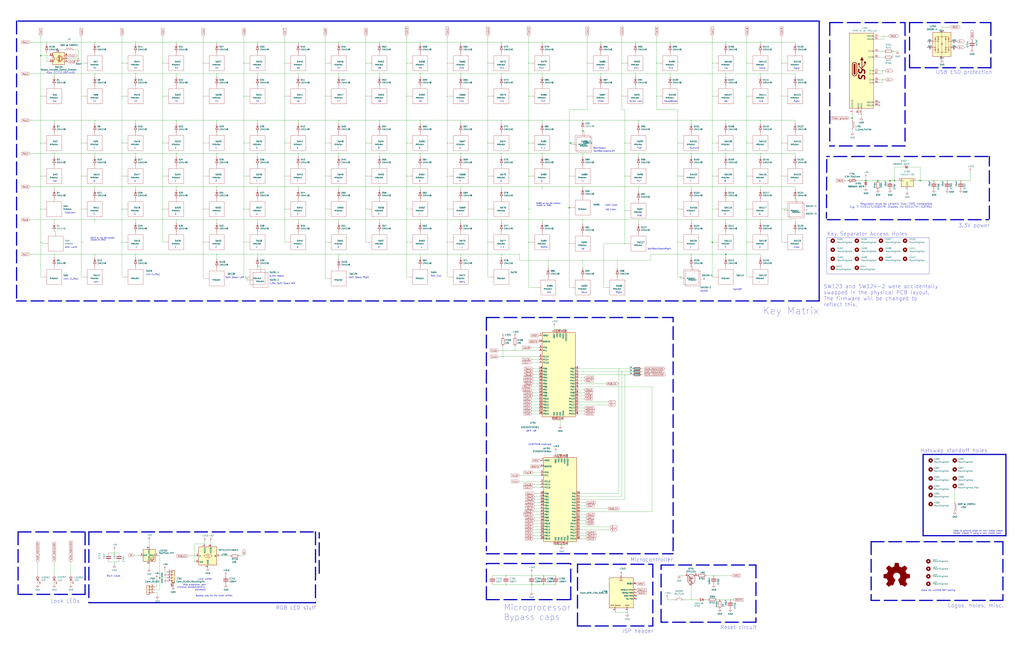
<source format=kicad_sch>
(kicad_sch (version 20230121) (generator eeschema)
  (paper "D")
  (junction (at 34.29 204.47) (diameter 0.3048))
  (junction (at 148.59 35.56) (diameter 0.3048))
  (junction (at 670.56 167.64) (diameter 0.3048))
  (junction (at 527.05 148.59) (diameter 0.3048))
  (junction (at 629.92 53.34) (diameter 0.3048))
  (junction (at 217.17 62.23) (diameter 0.3048))
  (junction (at 491.49 129.54) (diameter 0.3048))
  (junction (at 582.93 129.54) (diameter 0.3048))
  (junction (at 476.25 383.54) (diameter 0.3048))
  (junction (at 571.5 176.53) (diameter 0.3048))
  (junction (at 457.2 157.48) (diameter 0.3048))
  (junction (at 388.62 157.48) (diameter 0.3048))
  (junction (at 506.73 35.56) (diameter 0.3048))
  (junction (at 527.05 205.74) (diameter 0.3048))
  (junction (at 182.88 35.56) (diameter 0.3048))
  (junction (at 285.75 62.23) (diameter 0.3048))
  (junction (at 469.9 354.33) (diameter 0.3048))
  (junction (at 473.71 383.54) (diameter 0.3048))
  (junction (at 182.88 214.63) (diameter 0.3048))
  (junction (at 538.48 185.42) (diameter 0.3048))
  (junction (at 553.72 53.34) (diameter 0.3048))
  (junction (at 45.72 185.42) (diameter 0.3048))
  (junction (at 34.29 120.65) (diameter 0.3048))
  (junction (at 285.75 35.56) (diameter 0.3048))
  (junction (at 527.05 177.8) (diameter 0.3048))
  (junction (at 205.74 81.28) (diameter 0.3048))
  (junction (at 629.92 176.53) (diameter 0.3048))
  (junction (at 80.01 185.42) (diameter 0.3048))
  (junction (at 718.82 99.695))
  (junction (at 448.31 493.395) (diameter 0.3048))
  (junction (at 582.93 214.63) (diameter 0.3048))
  (junction (at 524.51 53.34) (diameter 0.3048))
  (junction (at 342.9 176.53) (diameter 0.3048))
  (junction (at 34.29 81.28) (diameter 0.3048))
  (junction (at 495.3 53.34) (diameter 0.3048))
  (junction (at 422.91 62.23) (diameter 0.3048))
  (junction (at 659.13 148.59) (diameter 0.3048))
  (junction (at 388.62 185.42) (diameter 0.3048))
  (junction (at 80.01 101.6) (diameter 0.3048))
  (junction (at 217.17 185.42) (diameter 0.3048))
  (junction (at 612.14 101.6) (diameter 0.3048))
  (junction (at 274.32 176.53) (diameter 0.3048))
  (junction (at 730.25 152.4))
  (junction (at 571.5 120.65) (diameter 0.3048))
  (junction (at 171.45 204.47) (diameter 0.3048))
  (junction (at 45.72 129.54) (diameter 0.3048))
  (junction (at 96.52 474.345) (diameter 0.3048))
  (junction (at 134.62 487.68))
  (junction (at 535.94 62.23) (diameter 0.3048))
  (junction (at 471.17 383.54) (diameter 0.3048))
  (junction (at 240.03 53.34) (diameter 0.3048))
  (junction (at 458.47 485.775) (diameter 0.3048))
  (junction (at 34.29 46.99))
  (junction (at 251.46 157.48) (diameter 0.3048))
  (junction (at 114.3 185.42) (diameter 0.3048))
  (junction (at 137.16 148.59) (diameter 0.3048))
  (junction (at 445.77 148.59) (diameter 0.3048))
  (junction (at 445.77 53.34) (diameter 0.3048))
  (junction (at 377.19 148.59) (diameter 0.3048))
  (junction (at 491.49 157.48) (diameter 0.3048))
  (junction (at 388.62 129.54) (diameter 0.3048))
  (junction (at 388.62 214.63) (diameter 0.3048))
  (junction (at 34.29 148.59) (diameter 0.3048))
  (junction (at 787.654 152.4) (diameter 0.3048))
  (junction (at 102.87 53.34) (diameter 0.3048))
  (junction (at 354.33 129.54) (diameter 0.3048))
  (junction (at 641.35 101.6) (diameter 0.3048))
  (junction (at 285.75 101.6) (diameter 0.3048))
  (junction (at 182.88 157.48) (diameter 0.3048))
  (junction (at 473.71 459.74) (diameter 0.3048))
  (junction (at 354.33 157.48) (diameter 0.3048))
  (junction (at 114.3 157.48) (diameter 0.3048))
  (junction (at 426.72 485.775) (diameter 0.3048))
  (junction (at 68.58 176.53) (diameter 0.3048))
  (junction (at 491.49 219.71) (diameter 0.3048))
  (junction (at 424.18 300.99) (diameter 0.3048))
  (junction (at 538.48 157.48) (diameter 0.3048))
  (junction (at 422.91 101.6) (diameter 0.3048))
  (junction (at 217.17 157.48) (diameter 0.3048))
  (junction (at 320.04 101.6) (diameter 0.3048))
  (junction (at 171.45 176.53) (diameter 0.3048))
  (junction (at 80.01 129.54) (diameter 0.3048))
  (junction (at 612.14 214.63))
  (junction (at 661.67 176.53) (diameter 0.3048))
  (junction (at 468.63 383.54) (diameter 0.3048))
  (junction (at 480.06 148.59) (diameter 0.3048))
  (junction (at 240.03 120.65) (diameter 0.3048))
  (junction (at 750.57 152.4))
  (junction (at 308.61 176.53) (diameter 0.3048))
  (junction (at 171.45 53.34) (diameter 0.3048))
  (junction (at 137.16 53.34) (diameter 0.3048))
  (junction (at 745.49 30.48) (diameter 0.3048))
  (junction (at 251.46 185.42) (diameter 0.3048))
  (junction (at 148.59 185.42) (diameter 0.3048))
  (junction (at 137.16 120.65) (diameter 0.3048))
  (junction (at 411.48 120.65) (diameter 0.3048))
  (junction (at 102.87 148.59) (diameter 0.3048))
  (junction (at 726.44 96.52) (diameter 0.3048))
  (junction (at 354.33 62.23) (diameter 0.3048))
  (junction (at 472.44 278.13) (diameter 0.3048))
  (junction (at 354.33 101.6) (diameter 0.3048))
  (junction (at 565.15 35.56) (diameter 0.3048))
  (junction (at 527.05 316.23) (diameter 0.3048))
  (junction (at 342.9 81.28) (diameter 0.3048))
  (junction (at 480.06 175.26))
  (junction (at 274.32 148.59) (diameter 0.3048))
  (junction (at 205.74 53.34) (diameter 0.3048))
  (junction (at 171.45 81.28) (diameter 0.3048))
  (junction (at 775.97 152.4))
  (junction (at 182.88 185.42) (diameter 0.3048))
  (junction (at 182.88 62.23) (diameter 0.3048))
  (junction (at 39.37 35.56) (diameter 0.3048))
  (junction (at 422.91 185.42) (diameter 0.3048))
  (junction (at 205.74 176.53) (diameter 0.3048))
  (junction (at 274.32 204.47) (diameter 0.3048))
  (junction (at 582.93 157.48) (diameter 0.3048))
  (junction (at 377.19 176.53) (diameter 0.3048))
  (junction (at 377.19 81.28) (diameter 0.3048))
  (junction (at 342.9 204.47) (diameter 0.3048))
  (junction (at 426.72 493.395) (diameter 0.3048))
  (junction (at 445.77 176.53) (diameter 0.3048))
  (junction (at 612.14 185.42) (diameter 0.3048))
  (junction (at 474.98 278.13) (diameter 0.3048))
  (junction (at 491.49 110.49))
  (junction (at 524.51 313.69) (diameter 0.3048))
  (junction (at 285.75 214.63) (diameter 0.3048))
  (junction (at 354.33 214.63) (diameter 0.3048))
  (junction (at 457.2 101.6) (diameter 0.3048))
  (junction (at 422.91 214.63) (diameter 0.3048))
  (junction (at 480.06 120.65) (diameter 0.3048))
  (junction (at 612.14 157.48) (diameter 0.3048))
  (junction (at 148.59 129.54) (diameter 0.3048))
  (junction (at 476.25 459.74) (diameter 0.3048))
  (junction (at 462.28 219.71) (diameter 0.3048))
  (junction (at 388.62 35.56) (diameter 0.3048))
  (junction (at 754.38 152.4))
  (junction (at 148.59 62.23) (diameter 0.3048))
  (junction (at 308.61 81.28) (diameter 0.3048))
  (junction (at 377.19 53.34) (diameter 0.3048))
  (junction (at 411.48 204.47) (diameter 0.3048))
  (junction (at 320.04 157.48) (diameter 0.3048))
  (junction (at 600.71 204.47))
  (junction (at 571.5 148.59) (diameter 0.3048))
  (junction (at 457.2 185.42) (diameter 0.3048))
  (junction (at 205.74 148.59) (diameter 0.3048))
  (junction (at 240.03 148.59) (diameter 0.3048))
  (junction (at 524.51 81.28) (diameter 0.3048))
  (junction (at 615.95 506.095) (diameter 0.3048))
  (junction (at 411.48 81.28) (diameter 0.3048))
  (junction (at 388.62 62.23) (diameter 0.3048))
  (junction (at 641.35 185.42) (diameter 0.3048))
  (junction (at 629.92 120.65) (diameter 0.3048))
  (junction (at 342.9 148.59) (diameter 0.3048))
  (junction (at 411.48 53.34) (diameter 0.3048))
  (junction (at 308.61 120.65) (diameter 0.3048))
  (junction (at 538.48 101.6) (diameter 0.3048))
  (junction (at 45.72 214.63) (diameter 0.3048))
  (junction (at 217.17 129.54) (diameter 0.3048))
  (junction (at 448.31 485.775) (diameter 0.3048))
  (junction (at 68.58 204.47) (diameter 0.3048))
  (junction (at 102.87 204.47) (diameter 0.3048))
  (junction (at 641.35 35.56) (diameter 0.3048))
  (junction (at 457.2 62.23) (diameter 0.3048))
  (junction (at 172.72 459.105) (diameter 0.3048))
  (junction (at 481.33 120.65))
  (junction (at 659.13 176.53) (diameter 0.3048))
  (junction (at 388.62 101.6) (diameter 0.3048))
  (junction (at 354.33 35.56) (diameter 0.3048))
  (junction (at 528.955 516.89) (diameter 0.3048))
  (junction (at 68.58 120.65) (diameter 0.3048))
  (junction (at 274.32 81.28) (diameter 0.3048))
  (junction (at 471.17 459.74) (diameter 0.3048))
  (junction (at 629.92 148.59) (diameter 0.3048))
  (junction (at 612.14 35.56) (diameter 0.3048))
  (junction (at 251.46 129.54) (diameter 0.3048))
  (junction (at 45.72 101.6) (diameter 0.3048))
  (junction (at 582.93 224.79) (diameter 0.3048))
  (junction (at 102.87 81.28) (diameter 0.3048))
  (junction (at 445.77 204.47) (diameter 0.3048))
  (junction (at 68.58 148.59) (diameter 0.3048))
  (junction (at 320.04 185.42) (diameter 0.3048))
  (junction (at 342.9 120.65) (diameter 0.3048))
  (junction (at 457.2 35.56) (diameter 0.3048))
  (junction (at 217.17 214.63) (diameter 0.3048))
  (junction (at 457.2 129.54) (diameter 0.3048))
  (junction (at 205.74 120.65) (diameter 0.3048))
  (junction (at 480.06 205.74) (diameter 0.3048))
  (junction (at 600.71 120.65) (diameter 0.3048))
  (junction (at 600.71 53.34) (diameter 0.3048))
  (junction (at 80.01 62.23) (diameter 0.3048))
  (junction (at 458.47 493.395) (diameter 0.3048))
  (junction (at 68.58 53.34) (diameter 0.3048))
  (junction (at 411.48 176.53) (diameter 0.3048))
  (junction (at 80.01 214.63) (diameter 0.3048))
  (junction (at 506.73 62.23) (diameter 0.3048))
  (junction (at 217.17 101.6) (diameter 0.3048))
  (junction (at 601.98 485.775) (diameter 0.3048))
  (junction (at 810.26 152.4) (diameter 0.3048))
  (junction (at 582.93 506.095) (diameter 0.3048))
  (junction (at 354.33 185.42) (diameter 0.3048))
  (junction (at 285.75 129.54) (diameter 0.3048))
  (junction (at 641.35 157.48) (diameter 0.3048))
  (junction (at 422.91 35.56) (diameter 0.3048))
  (junction (at 520.7 219.71) (diameter 0.3048))
  (junction (at 798.83 152.4) (diameter 0.3048))
  (junction (at 582.93 185.42) (diameter 0.3048))
  (junction (at 641.35 62.23) (diameter 0.3048))
  (junction (at 171.45 120.65) (diameter 0.3048))
  (junction (at 137.16 176.53) (diameter 0.3048))
  (junction (at 80.01 35.56) (diameter 0.3048))
  (junction (at 80.01 157.48) (diameter 0.3048))
  (junction (at 740.41 152.4))
  (junction (at 535.94 35.56) (diameter 0.3048))
  (junction (at 422.91 157.48) (diameter 0.3048))
  (junction (at 208.28 234.95) (diameter 0.3048))
  (junction (at 411.48 148.59) (diameter 0.3048))
  (junction (at 102.87 176.53) (diameter 0.3048))
  (junction (at 68.58 81.28) (diameter 0.3048))
  (junction (at 571.5 204.47) (diameter 0.3048))
  (junction (at 434.34 295.91) (diameter 0.3048))
  (junction (at 445.77 120.65) (diameter 0.3048))
  (junction (at 66.04 49.53) (diameter 0.3048))
  (junction (at 320.04 129.54) (diameter 0.3048))
  (junction (at 308.61 53.34) (diameter 0.3048))
  (junction (at 422.91 129.54) (diameter 0.3048))
  (junction (at 495.3 81.28) (diameter 0.3048))
  (junction (at 182.88 129.54) (diameter 0.3048))
  (junction (at 207.01 233.68) (diameter 0.3048))
  (junction (at 114.3 101.6) (diameter 0.3048))
  (junction (at 251.46 101.6) (diameter 0.3048))
  (junction (at 240.03 81.28) (diameter 0.3048))
  (junction (at 217.17 224.79) (diameter 0.3048))
  (junction (at 565.15 62.23) (diameter 0.3048))
  (junction (at 171.45 148.59) (diameter 0.3048))
  (junction (at 251.46 35.56) (diameter 0.3048))
  (junction (at 102.87 120.65) (diameter 0.3048))
  (junction (at 629.92 204.47) (diameter 0.3048))
  (junction (at 538.48 129.54) (diameter 0.3048))
  (junction (at 612.14 62.23) (diameter 0.3048))
  (junction (at 182.88 101.6) (diameter 0.3048))
  (junction (at 527.05 120.65) (diameter 0.3048))
  (junction (at 753.11 43.18) (diameter 0.3048))
  (junction (at 607.06 506.095) (diameter 0.3048))
  (junction (at 744.22 59.69) (diameter 0.3048))
  (junction (at 467.36 278.13) (diameter 0.3048))
  (junction (at 600.71 148.59) (diameter 0.3048))
  (junction (at 377.19 120.65) (diameter 0.3048))
  (junction (at 240.03 176.53) (diameter 0.3048))
  (junction (at 308.61 148.59) (diameter 0.3048))
  (junction (at 137.16 81.28) (diameter 0.3048))
  (junction (at 641.35 129.54) (diameter 0.3048))
  (junction (at 612.14 129.54) (diameter 0.3048))
  (junction (at 629.92 81.28) (diameter 0.3048))
  (junction (at 600.71 81.28) (diameter 0.3048))
  (junction (at 274.32 53.34) (diameter 0.3048))
  (junction (at 45.72 62.23) (diameter 0.3048))
  (junction (at 600.71 176.53) (diameter 0.3048))
  (junction (at 574.04 233.68) (diameter 0.3048))
  (junction (at 114.3 35.56) (diameter 0.3048))
  (junction (at 744.22 67.31) (diameter 0.3048))
  (junction (at 553.72 81.28) (diameter 0.3048))
  (junction (at 114.3 129.54) (diameter 0.3048))
  (junction (at 320.04 62.23) (diameter 0.3048))
  (junction (at 659.13 53.34) (diameter 0.3048))
  (junction (at 148.59 157.48) (diameter 0.3048))
  (junction (at 472.44 354.33) (diameter 0.3048))
  (junction (at 148.59 101.6) (diameter 0.3048))
  (junction (at 320.04 35.56) (diameter 0.3048))
  (junction (at 491.49 101.6) (diameter 0.3048))
  (junction (at 285.75 185.42) (diameter 0.3048))
  (junction (at 445.77 81.28) (diameter 0.3048))
  (junction (at 521.97 311.15) (diameter 0.3048))
  (junction (at 377.19 204.47) (diameter 0.3048))
  (junction (at 285.75 157.48) (diameter 0.3048))
  (junction (at 582.93 101.6) (diameter 0.3048))
  (junction (at 114.3 62.23) (diameter 0.3048))
  (junction (at 96.52 466.725) (diameter 0.3048))
  (junction (at 114.3 214.63) (diameter 0.3048))
  (junction (at 251.46 62.23) (diameter 0.3048))
  (junction (at 217.17 35.56) (diameter 0.3048))
  (junction (at 342.9 53.34) (diameter 0.3048))
  (junction (at 659.13 120.65) (diameter 0.3048))
  (junction (at 491.49 185.42) (diameter 0.3048))
  (junction (at 659.13 81.28) (diameter 0.3048))
  (junction (at 34.29 176.53) (diameter 0.3048))
  (junction (at 274.32 120.65) (diameter 0.3048))
  (junction (at 469.9 278.13) (diameter 0.3048))
  (junction (at 45.72 157.48) (diameter 0.3048))
  (junction (at 205.74 204.47) (diameter 0.3048))
  (no_connect (at 741.68 88.9))
  (no_connect (at 536.575 505.46))
  (no_connect (at 741.68 86.36))
  (no_connect (at 536.575 502.92))
  (wire (pts (xy 148.59 62.23) (xy 182.88 62.23)))
  (wire (pts (xy 449.58 441.96) (xy 455.93 441.96)))
  (wire (pts (xy 473.71 459.74) (xy 473.71 461.01)))
  (wire (pts (xy 491.49 110.49) (xy 492.76 110.49)))
  (wire (pts (xy 549.91 431.8) (xy 488.95 431.8)))
  (wire (pts (xy 251.46 36.83) (xy 251.46 35.56)))
  (wire (pts (xy 71.12 204.47) (xy 68.58 204.47)))
  (wire (pts (xy 205.74 53.34) (xy 205.74 30.48)))
  (wire (pts (xy 471.17 459.74) (xy 473.71 459.74)))
  (polyline (pts (xy 734.695 457.2) (xy 845.82 457.2)) (stroke (width 0.9906) (type dash)))
  (wire (pts (xy 487.68 346.71) (xy 492.76 346.71)))
  (wire (pts (xy 68.58 148.59) (xy 68.58 120.65)))
  (wire (pts (xy 242.57 81.28) (xy 240.03 81.28)))
  (polyline (pts (xy 833.12 132.08) (xy 697.23 132.08)) (stroke (width 0.9906) (type dash)))
  (wire (pts (xy 535.94 35.56) (xy 535.94 36.83)))
  (wire (pts (xy 468.63 459.74) (xy 471.17 459.74)))
  (wire (pts (xy 661.67 204.47) (xy 659.13 204.47)))
  (wire (pts (xy 25.4 129.54) (xy 45.72 129.54)))
  (wire (pts (xy 148.59 185.42) (xy 182.88 185.42)))
  (wire (pts (xy 285.75 157.48) (xy 285.75 160.02)))
  (wire (pts (xy 251.46 101.6) (xy 285.75 101.6)))
  (wire (pts (xy 487.68 331.47) (xy 492.76 331.47)))
  (wire (pts (xy 457.2 185.42) (xy 491.49 185.42)))
  (wire (pts (xy 538.48 185.42) (xy 582.93 185.42)))
  (wire (pts (xy 445.77 81.28) (xy 445.77 120.65)))
  (wire (pts (xy 422.91 157.48) (xy 457.2 157.48)))
  (wire (pts (xy 600.71 204.47) (xy 600.71 176.53)))
  (wire (pts (xy 205.74 467.995) (xy 205.74 469.265)))
  (wire (pts (xy 25.4 101.6) (xy 45.72 101.6)))
  (wire (pts (xy 105.41 176.53) (xy 102.87 176.53)))
  (wire (pts (xy 139.7 120.65) (xy 137.16 120.65)))
  (wire (pts (xy 612.14 101.6) (xy 612.14 104.14)))
  (wire (pts (xy 388.62 129.54) (xy 388.62 132.08)))
  (wire (pts (xy 488.95 416.56) (xy 521.97 416.56)))
  (wire (pts (xy 342.9 53.34) (xy 342.9 81.28)))
  (wire (pts (xy 641.35 129.54) (xy 641.35 132.08)))
  (wire (pts (xy 480.06 175.26) (xy 480.06 205.74)))
  (wire (pts (xy 527.05 92.71) (xy 527.05 120.65)))
  (wire (pts (xy 448.31 148.59) (xy 445.77 148.59)))
  (polyline (pts (xy 697.23 134.62) (xy 696.976 184.15)) (stroke (width 0.9906) (type dash)))
  (wire (pts (xy 31.75 493.395) (xy 31.75 492.125)))
  (wire (pts (xy 488.95 449.58) (xy 494.03 449.58)))
  (wire (pts (xy 285.75 35.56) (xy 251.46 35.56)))
  (wire (pts (xy 308.61 53.34) (xy 308.61 30.48)))
  (polyline (pts (xy 487.045 528.32) (xy 487.045 476.25)) (stroke (width 1) (type dash)))
  (wire (pts (xy 448.31 53.34) (xy 445.77 53.34)))
  (polyline (pts (xy 778.51 383.54) (xy 778.51 452.12)) (stroke (width 0.9906)))
  (wire (pts (xy 448.31 339.09) (xy 454.66 339.09)))
  (wire (pts (xy 468.63 485.775) (xy 458.47 485.775)))
  (wire (pts (xy 140.97 487.68) (xy 134.62 487.68)))
  (wire (pts (xy 148.59 157.48) (xy 148.59 160.02)))
  (polyline (pts (xy 557.53 525.145) (xy 557.53 476.885)) (stroke (width 0.9906) (type dash)))
  (wire (pts (xy 567.69 506.095) (xy 562.61 506.095)))
  (wire (pts (xy 205.74 53.34) (xy 205.74 81.28)))
  (wire (pts (xy 285.75 62.23) (xy 320.04 62.23)))
  (wire (pts (xy 632.46 204.47) (xy 629.92 204.47)))
  (wire (pts (xy 411.48 81.28) (xy 411.48 120.65)))
  (wire (pts (xy 91.44 466.725) (xy 96.52 466.725)))
  (wire (pts (xy 612.14 62.23) (xy 641.35 62.23)))
  (wire (pts (xy 749.3 30.48) (xy 745.49 30.48)))
  (wire (pts (xy 415.29 493.395) (xy 426.72 493.395)))
  (wire (pts (xy 538.48 129.54) (xy 538.48 132.08)))
  (wire (pts (xy 102.87 53.34) (xy 102.87 81.28)))
  (wire (pts (xy 177.8 456.565) (xy 177.8 459.105)))
  (wire (pts (xy 217.17 214.63) (xy 285.75 214.63)))
  (wire (pts (xy 45.72 62.23) (xy 80.01 62.23)))
  (wire (pts (xy 80.01 214.63) (xy 80.01 217.17)))
  (wire (pts (xy 274.32 204.47) (xy 274.32 234.95)))
  (wire (pts (xy 422.91 185.42) (xy 457.2 185.42)))
  (wire (pts (xy 422.91 62.23) (xy 422.91 64.77)))
  (wire (pts (xy 448.31 493.395) (xy 458.47 493.395)))
  (wire (pts (xy 96.52 464.185) (xy 96.52 466.725)))
  (wire (pts (xy 285.75 185.42) (xy 320.04 185.42)))
  (wire (pts (xy 448.31 81.28) (xy 445.77 81.28)))
  (wire (pts (xy 574.04 148.59) (xy 571.5 148.59)))
  (wire (pts (xy 600.71 53.34) (xy 600.71 30.48)))
  (wire (pts (xy 414.02 120.65) (xy 411.48 120.65)))
  (wire (pts (xy 744.22 59.69) (xy 741.68 59.69)))
  (wire (pts (xy 454.66 293.37) (xy 448.31 293.37)))
  (wire (pts (xy 603.25 176.53) (xy 600.71 176.53)))
  (wire (pts (xy 529.59 120.65) (xy 527.05 120.65)))
  (wire (pts (xy 481.33 120.65) (xy 482.6 120.65)))
  (wire (pts (xy 210.82 236.22) (xy 208.28 236.22)))
  (wire (pts (xy 182.88 214.63) (xy 217.17 214.63)))
  (wire (pts (xy 612.14 129.54) (xy 641.35 129.54)))
  (wire (pts (xy 320.04 129.54) (xy 320.04 132.08)))
  (polyline (pts (xy 637.54 525.145) (xy 557.53 525.145)) (stroke (width 0.9906) (type dash)))
  (polyline (pts (xy 567.69 464.82) (xy 567.69 267.97)) (stroke (width 0.9906) (type dash)))
  (wire (pts (xy 105.41 120.65) (xy 102.87 120.65)))
  (wire (pts (xy 553.72 92.71) (xy 553.72 81.28)))
  (wire (pts (xy 506.73 35.56) (xy 506.73 36.83)))
  (wire (pts (xy 450.85 429.26) (xy 455.93 429.26)))
  (wire (pts (xy 527.05 205.74) (xy 527.05 177.8)))
  (wire (pts (xy 449.58 316.23) (xy 454.66 316.23)))
  (wire (pts (xy 163.83 474.345) (xy 163.83 459.105)))
  (wire (pts (xy 320.04 185.42) (xy 354.33 185.42)))
  (wire (pts (xy 730.25 152.4) (xy 740.41 152.4)))
  (wire (pts (xy 457.2 157.48) (xy 457.2 160.02)))
  (wire (pts (xy 354.33 62.23) (xy 354.33 64.77)))
  (wire (pts (xy 68.58 53.34) (xy 68.58 81.28)))
  (wire (pts (xy 716.28 99.695) (xy 718.82 99.695)))
  (wire (pts (xy 134.62 468.63) (xy 133.35 468.63)))
  (wire (pts (xy 753.11 48.26) (xy 753.11 43.18)))
  (wire (pts (xy 388.62 36.83) (xy 388.62 35.56)))
  (wire (pts (xy 487.68 328.93) (xy 492.76 328.93)))
  (wire (pts (xy 457.2 129.54) (xy 457.2 132.08)))
  (wire (pts (xy 491.49 129.54) (xy 491.49 132.08)))
  (wire (pts (xy 455.93 398.78) (xy 449.58 398.78)))
  (wire (pts (xy 457.2 36.83) (xy 457.2 35.56)))
  (polyline (pts (xy 550.545 476.25) (xy 550.545 528.32)) (stroke (width 1) (type dash)))
  (wire (pts (xy 172.72 456.565) (xy 172.72 459.105)))
  (polyline (pts (xy 410.21 475.615) (xy 481.33 475.615)) (stroke (width 0.9906) (type dash)))
  (wire (pts (xy 471.17 383.54) (xy 473.71 383.54)))
  (polyline (pts (xy 487.045 476.25) (xy 550.545 476.25)) (stroke (width 1) (type dash)))
  (polyline (pts (xy 15.24 448.945) (xy 15.24 501.65)) (stroke (width 0.9906) (type dash)))
  (wire (pts (xy 388.62 35.56) (xy 354.33 35.56)))
  (wire (pts (xy 91.44 474.345) (xy 96.52 474.345)))
  (wire (pts (xy 274.32 234.95) (xy 276.86 234.95)))
  (wire (pts (xy 457.2 62.23) (xy 457.2 64.77)))
  (wire (pts (xy 148.59 62.23) (xy 148.59 64.77)))
  (wire (pts (xy 488.95 441.96) (xy 494.03 441.96)))
  (wire (pts (xy 139.7 148.59) (xy 137.16 148.59)))
  (wire (pts (xy 527.05 53.34) (xy 524.51 53.34)))
  (wire (pts (xy 182.88 101.6) (xy 217.17 101.6)))
  (wire (pts (xy 308.61 53.34) (xy 308.61 81.28)))
  (wire (pts (xy 422.91 101.6) (xy 422.91 104.14)))
  (polyline (pts (xy 74.93 448.945) (xy 266.065 448.945)) (stroke (width 0.9906) (type dash)))
  (wire (pts (xy 565.15 62.23) (xy 612.14 62.23)))
  (wire (pts (xy 438.15 406.4) (xy 455.93 406.4)))
  (wire (pts (xy 217.17 157.48) (xy 251.46 157.48)))
  (wire (pts (xy 794.385 22.86) (xy 794.385 24.765)))
  (wire (pts (xy 454.66 313.69) (xy 449.58 313.69)))
  (polyline (pts (xy 697.738 185.42) (xy 833.628 185.42)) (stroke (width 0.9906) (type dash)))
  (wire (pts (xy 102.87 233.68) (xy 102.87 204.47)))
  (wire (pts (xy 102.87 81.28) (xy 102.87 120.65)))
  (wire (pts (xy 114.3 101.6) (xy 148.59 101.6)))
  (wire (pts (xy 448.31 485.775) (xy 448.31 483.235)))
  (wire (pts (xy 411.48 176.53) (xy 411.48 148.59)))
  (wire (pts (xy 207.01 234.95) (xy 207.01 233.68)))
  (wire (pts (xy 345.44 53.34) (xy 342.9 53.34)))
  (wire (pts (xy 538.48 185.42) (xy 538.48 189.23)))
  (wire (pts (xy 165.1 474.345) (xy 163.83 474.345)))
  (wire (pts (xy 354.33 214.63) (xy 354.33 217.17)))
  (polyline (pts (xy 15.24 448.945) (xy 71.755 448.945)) (stroke (width 0.9906) (type dash)))
  (wire (pts (xy 472.44 354.33) (xy 474.98 354.33)))
  (wire (pts (xy 68.58 176.53) (xy 68.58 148.59)))
  (polyline (pts (xy 410.21 506.095) (xy 410.21 475.615)) (stroke (width 0.9906) (type dash)))
  (polyline (pts (xy 848.36 452.12) (xy 778.51 452.12)) (stroke (width 0.9906)))
  (wire (pts (xy 68.58 53.34) (xy 68.58 30.48)))
  (wire (pts (xy 137.16 53.34) (xy 137.16 81.28)))
  (wire (pts (xy 217.17 62.23) (xy 217.17 64.77)))
  (wire (pts (xy 600.71 120.65) (xy 600.71 148.59)))
  (polyline (pts (xy 699.77 19.05) (xy 699.77 123.19)) (stroke (width 0.9906) (type dash)))
  (wire (pts (xy 388.62 214.63) (xy 388.62 217.17)))
  (wire (pts (xy 320.04 35.56) (xy 285.75 35.56)))
  (wire (pts (xy 208.28 53.34) (xy 205.74 53.34)))
  (wire (pts (xy 582.93 157.48) (xy 612.14 157.48)))
  (wire (pts (xy 62.23 41.91) (xy 66.04 41.91)))
  (wire (pts (xy 342.9 176.53) (xy 342.9 148.59)))
  (wire (pts (xy 488.95 447.04) (xy 514.35 447.04)))
  (wire (pts (xy 311.15 120.65) (xy 308.61 120.65)))
  (wire (pts (xy 450.85 439.42) (xy 455.93 439.42)))
  (wire (pts (xy 549.91 326.39) (xy 549.91 431.8)))
  (wire (pts (xy 134.62 487.68) (xy 134.62 468.63)))
  (wire (pts (xy 524.51 313.69) (xy 533.4 313.69)))
  (wire (pts (xy 746.76 67.31) (xy 744.22 67.31)))
  (wire (pts (xy 595.63 506.095) (xy 596.9 506.095)))
  (wire (pts (xy 528.955 515.62) (xy 528.955 516.89)))
  (wire (pts (xy 173.99 234.95) (xy 171.45 234.95)))
  (wire (pts (xy 632.46 53.34) (xy 629.92 53.34)))
  (wire (pts (xy 497.84 81.28) (xy 495.3 81.28)))
  (wire (pts (xy 487.68 349.25) (xy 492.76 349.25)))
  (wire (pts (xy 632.46 233.68) (xy 629.92 233.68)))
  (wire (pts (xy 45.72 101.6) (xy 45.72 104.14)))
  (wire (pts (xy 217.17 35.56) (xy 182.88 35.56)))
  (wire (pts (xy 600.71 81.28) (xy 600.71 53.34)))
  (wire (pts (xy 726.44 96.52) (xy 723.9 96.52)))
  (wire (pts (xy 629.92 204.47) (xy 629.92 176.53)))
  (wire (pts (xy 311.15 204.47) (xy 308.61 204.47)))
  (wire (pts (xy 524.51 419.1) (xy 524.51 313.69)))
  (polyline (pts (xy 13.97 17.78) (xy 13.97 254)) (stroke (width 0.9906) (type dash)))
  (wire (pts (xy 139.7 53.34) (xy 137.16 53.34)))
  (wire (pts (xy 615.95 506.095) (xy 607.06 506.095)))
  (wire (pts (xy 750.57 152.4) (xy 754.38 152.4)))
  (wire (pts (xy 59.69 492.125) (xy 59.69 493.395)))
  (wire (pts (xy 34.29 81.28) (xy 34.29 120.65)))
  (polyline (pts (xy 266.065 448.945) (xy 266.065 508.635)) (stroke (width 0.9906) (type dash)))
  (wire (pts (xy 137.16 148.59) (xy 137.16 120.65)))
  (wire (pts (xy 448.31 120.65) (xy 445.77 120.65)))
  (wire (pts (xy 320.04 62.23) (xy 354.33 62.23)))
  (wire (pts (xy 438.15 401.32) (xy 455.93 401.32)))
  (wire (pts (xy 68.58 81.28) (xy 68.58 120.65)))
  (wire (pts (xy 607.06 506.095) (xy 604.52 506.095)))
  (wire (pts (xy 612.14 62.23) (xy 612.14 64.77)))
  (wire (pts (xy 491.49 157.48) (xy 538.48 157.48)))
  (wire (pts (xy 571.5 92.71) (xy 571.5 120.65)))
  (wire (pts (xy 354.33 129.54) (xy 388.62 129.54)))
  (wire (pts (xy 553.72 53.34) (xy 553.72 30.48)))
  (wire (pts (xy 96.52 474.345) (xy 96.52 476.885)))
  (wire (pts (xy 521.97 416.56) (xy 521.97 311.15)))
  (wire (pts (xy 208.28 233.68) (xy 207.01 233.68)))
  (wire (pts (xy 449.58 321.31) (xy 454.66 321.31)))
  (wire (pts (xy 354.33 36.83) (xy 354.33 35.56)))
  (wire (pts (xy 354.33 185.42) (xy 388.62 185.42)))
  (wire (pts (xy 612.14 129.54) (xy 612.14 132.08)))
  (wire (pts (xy 450.85 421.64) (xy 455.93 421.64)))
  (wire (pts (xy 251.46 62.23) (xy 285.75 62.23)))
  (wire (pts (xy 455.93 419.1) (xy 450.85 419.1)))
  (polyline (pts (xy 763.27 19.05) (xy 763.27 123.19)) (stroke (width 0.9906) (type dash)))
  (wire (pts (xy 745.49 30.48) (xy 741.68 30.48)))
  (polyline (pts (xy 410.21 467.36) (xy 567.69 467.36)) (stroke (width 0.9906) (type dash)))
  (wire (pts (xy 582.93 494.665) (xy 582.93 506.095)))
  (wire (pts (xy 595.63 485.775) (xy 601.98 485.775)))
  (wire (pts (xy 548.64 219.71) (xy 548.64 214.63)))
  (wire (pts (xy 670.56 62.23) (xy 670.56 64.77)))
  (wire (pts (xy 473.71 383.54) (xy 476.25 383.54)))
  (wire (pts (xy 35.56 204.47) (xy 34.29 204.47)))
  (wire (pts (xy 448.31 336.55) (xy 454.66 336.55)))
  (wire (pts (xy 601.98 485.775) (xy 617.22 485.775)))
  (wire (pts (xy 565.15 35.56) (xy 565.15 36.83)))
  (wire (pts (xy 66.04 41.91) (xy 66.04 49.53)) (stroke (width 0.1524)))
  (wire (pts (xy 158.75 469.265) (xy 165.1 469.265)))
  (wire (pts (xy 535.94 35.56) (xy 565.15 35.56)))
  (wire (pts (xy 182.88 214.63) (xy 182.88 218.44)))
  (wire (pts (xy 251.46 157.48) (xy 251.46 160.02)))
  (wire (pts (xy 308.61 176.53) (xy 308.61 148.59)))
  (wire (pts (xy 242.57 120.65) (xy 240.03 120.65)))
  (wire (pts (xy 45.72 157.48) (xy 80.01 157.48)))
  (wire (pts (xy 125.73 455.93) (xy 125.73 461.01)))
  (wire (pts (xy 414.02 176.53) (xy 411.48 176.53)))
  (wire (pts (xy 488.95 436.88) (xy 494.03 436.88)))
  (wire (pts (xy 449.58 449.58) (xy 455.93 449.58)))
  (wire (pts (xy 454.66 303.53) (xy 448.31 303.53)))
  (wire (pts (xy 208.28 204.47) (xy 205.74 204.47)))
  (wire (pts (xy 207.01 233.68) (xy 205.74 233.68)))
  (wire (pts (xy 476.25 383.54) (xy 478.79 383.54)))
  (wire (pts (xy 414.02 148.59) (xy 411.48 148.59)))
  (wire (pts (xy 342.9 53.34) (xy 342.9 30.48)))
  (wire (pts (xy 342.9 233.68) (xy 342.9 204.47)))
  (wire (pts (xy 354.33 157.48) (xy 388.62 157.48)))
  (wire (pts (xy 449.58 318.77) (xy 454.66 318.77)))
  (wire (pts (xy 388.62 62.23) (xy 388.62 64.77)))
  (wire (pts (xy 276.86 53.34) (xy 274.32 53.34)))
  (wire (pts (xy 125.73 476.25) (xy 125.73 480.06)))
  (wire (pts (xy 285.75 101.6) (xy 285.75 104.14)))
  (wire (pts (xy 449.58 452.12) (xy 455.93 452.12)))
  (wire (pts (xy 641.35 185.42) (xy 612.14 185.42)))
  (wire (pts (xy 217.17 129.54) (xy 217.17 132.08)))
  (wire (pts (xy 276.86 204.47) (xy 274.32 204.47)))
  (wire (pts (xy 449.58 431.8) (xy 455.93 431.8)))
  (wire (pts (xy 182.88 157.48) (xy 217.17 157.48)))
  (wire (pts (xy 641.35 35.56) (xy 670.56 35.56)))
  (wire (pts (xy 746.76 59.69) (xy 744.22 59.69)))
  (wire (pts (xy 139.7 204.47) (xy 137.16 204.47)))
  (wire (pts (xy 521.97 311.15) (xy 533.4 311.15)))
  (wire (pts (xy 718.82 99.695) (xy 718.82 101.6)))
  (wire (pts (xy 472.44 278.13) (xy 474.98 278.13)))
  (wire (pts (xy 354.33 62.23) (xy 388.62 62.23)))
  (polyline (pts (xy 845.82 457.2) (xy 845.82 506.73)) (stroke (width 0.9906) (type dash)))
  (wire (pts (xy 45.72 214.63) (xy 80.01 214.63)))
  (wire (pts (xy 308.61 81.28) (xy 308.61 120.65)))
  (wire (pts (xy 274.32 176.53) (xy 274.32 148.59)))
  (wire (pts (xy 242.57 176.53) (xy 240.03 176.53)))
  (wire (pts (xy 449.58 323.85) (xy 454.66 323.85)))
  (wire (pts (xy 80.01 157.48) (xy 114.3 157.48)))
  (wire (pts (xy 480.06 148.59) (xy 480.06 175.26)))
  (wire (pts (xy 553.72 81.28) (xy 553.72 53.34)))
  (wire (pts (xy 422.91 129.54) (xy 457.2 129.54)))
  (wire (pts (xy 388.62 157.48) (xy 422.91 157.48)))
  (wire (pts (xy 311.15 148.59) (xy 308.61 148.59)))
  (wire (pts (xy 411.48 204.47) (xy 411.48 176.53)))
  (wire (pts (xy 582.93 104.14) (xy 582.93 101.6)))
  (wire (pts (xy 450.85 436.88) (xy 455.93 436.88)))
  (wire (pts (xy 422.91 185.42) (xy 422.91 187.96)))
  (wire (pts (xy 541.02 311.15) (xy 543.56 311.15)))
  (wire (pts (xy 285.75 129.54) (xy 320.04 129.54)))
  (wire (pts (xy 661.67 148.59) (xy 659.13 148.59)))
  (wire (pts (xy 492.76 110.49) (xy 492.76 113.03)))
  (wire (pts (xy 571.5 101.6) (xy 582.93 101.6)))
  (wire (pts (xy 182.88 36.83) (xy 182.88 35.56)))
  (wire (pts (xy 276.86 148.59) (xy 274.32 148.59)))
  (wire (pts (xy 148.59 129.54) (xy 148.59 132.08)))
  (wire (pts (xy 311.15 53.34) (xy 308.61 53.34)))
  (wire (pts (xy 556.26 81.28) (xy 553.72 81.28)))
  (wire (pts (xy 450.85 424.18) (xy 455.93 424.18)))
  (wire (pts (xy 148.59 129.54) (xy 182.88 129.54)))
  (wire (pts (xy 68.58 233.68) (xy 68.58 204.47)))
  (wire (pts (xy 467.36 354.33) (xy 469.9 354.33)))
  (wire (pts (xy 240.03 81.28) (xy 240.03 120.65)))
  (wire (pts (xy 182.88 185.42) (xy 182.88 187.96)))
  (wire (pts (xy 574.04 204.47) (xy 571.5 204.47)))
  (wire (pts (xy 661.67 177.8) (xy 661.67 176.53)))
  (wire (pts (xy 113.03 468.63) (xy 118.11 468.63)))
  (wire (pts (xy 528.955 516.89) (xy 518.795 516.89)))
  (wire (pts (xy 102.87 53.34) (xy 102.87 30.48)))
  (wire (pts (xy 71.12 233.68) (xy 68.58 233.68)))
  (wire (pts (xy 274.32 148.59) (xy 274.32 120.65)))
  (wire (pts (xy 205.74 233.68) (xy 205.74 204.47)))
  (wire (pts (xy 487.68 318.77) (xy 492.76 318.77)))
  (wire (pts (xy 148.59 35.56) (xy 114.3 35.56)))
  (wire (pts (xy 34.29 120.65) (xy 34.29 148.59)))
  (wire (pts (xy 488.95 419.1) (xy 524.51 419.1)))
  (wire (pts (xy 285.75 101.6) (xy 320.04 101.6)))
  (wire (pts (xy 171.45 53.34) (xy 171.45 30.48)))
  (wire (pts (xy 574.04 176.53) (xy 571.5 176.53)))
  (wire (pts (xy 434.34 292.1) (xy 434.34 295.91)))
  (wire (pts (xy 308.61 148.59) (xy 308.61 120.65)))
  (wire (pts (xy 217.17 36.83) (xy 217.17 35.56)))
  (wire (pts (xy 641.35 157.48) (xy 670.56 157.48)))
  (wire (pts (xy 450.85 426.72) (xy 455.93 426.72)))
  (wire (pts (xy 741.68 69.85) (xy 744.22 69.85)))
  (wire (pts (xy 102.87 204.47) (xy 102.87 176.53)))
  (wire (pts (xy 457.2 185.42) (xy 457.2 187.96)))
  (wire (pts (xy 612.14 185.42) (xy 582.93 185.42)))
  (wire (pts (xy 411.48 233.68) (xy 411.48 204.47)))
  (wire (pts (xy 462.28 219.71) (xy 491.49 219.71)))
  (wire (pts (xy 491.49 219.71) (xy 491.49 226.06)))
  (wire (pts (xy 718.82 96.52) (xy 718.82 99.695)))
  (wire (pts (xy 274.32 204.47) (xy 274.32 176.53)))
  (wire (pts (xy 632.46 148.59) (xy 629.92 148.59)))
  (wire (pts (xy 565.15 35.56) (xy 612.14 35.56)))
  (wire (pts (xy 34.29 233.68) (xy 36.83 233.68)))
  (wire (pts (xy 80.01 101.6) (xy 114.3 101.6)))
  (wire (pts (xy 483.87 121.92) (xy 481.33 121.92)))
  (wire (pts (xy 242.57 204.47) (xy 240.03 204.47)))
  (wire (pts (xy 775.97 140.97) (xy 775.97 152.4)))
  (wire (pts (xy 538.48 129.54) (xy 582.93 129.54)))
  (wire (pts (xy 311.15 81.28) (xy 308.61 81.28)))
  (wire (pts (xy 285.75 214.63) (xy 354.33 214.63)))
  (wire (pts (xy 661.67 120.65) (xy 659.13 120.65)))
  (wire (pts (xy 217.17 101.6) (xy 251.46 101.6)))
  (wire (pts (xy 548.64 214.63) (xy 582.93 214.63)))
  (wire (pts (xy 414.02 81.28) (xy 411.48 81.28)))
  (wire (pts (xy 712.47 152.4) (xy 715.01 152.4)))
  (wire (pts (xy 462.28 226.06) (xy 462.28 219.71)))
  (wire (pts (xy 535.94 62.23) (xy 565.15 62.23)))
  (wire (pts (xy 506.73 35.56) (xy 535.94 35.56)))
  (wire (pts (xy 45.72 185.42) (xy 45.72 187.96)))
  (wire (pts (xy 354.33 214.63) (xy 388.62 214.63)))
  (wire (pts (xy 612.14 157.48) (xy 641.35 157.48)))
  (wire (pts (xy 217.17 214.63) (xy 217.17 217.17)))
  (wire (pts (xy 377.19 204.47) (xy 377.19 176.53)))
  (wire (pts (xy 114.3 185.42) (xy 148.59 185.42)))
  (wire (pts (xy 320.04 157.48) (xy 354.33 157.48)))
  (wire (pts (xy 182.88 129.54) (xy 182.88 132.08)))
  (wire (pts (xy 659.13 120.65) (xy 659.13 148.59)))
  (wire (pts (xy 388.62 62.23) (xy 422.91 62.23)))
  (wire (pts (xy 45.72 62.23) (xy 45.72 64.77)))
  (wire (pts (xy 756.92 43.18) (xy 753.11 43.18)))
  (wire (pts (xy 641.35 101.6) (xy 670.56 101.6)))
  (wire (pts (xy 148.59 101.6) (xy 182.88 101.6)))
  (wire (pts (xy 488.95 452.12) (xy 494.03 452.12)))
  (wire (pts (xy 411.48 53.34) (xy 411.48 81.28)))
  (wire (pts (xy 137.16 204.47) (xy 137.16 176.53)))
  (wire (pts (xy 377.19 53.34) (xy 377.19 81.28)))
  (polyline (pts (xy 71.755 448.945) (xy 71.755 501.65)) (stroke (width 0.9906) (type dash)))
  (wire (pts (xy 36.83 148.59) (xy 34.29 148.59)))
  (wire (pts (xy 448.31 349.25) (xy 454.66 349.25)))
  (wire (pts (xy 488.95 424.18) (xy 494.03 424.18)))
  (wire (pts (xy 527.05 421.64) (xy 527.05 316.23)))
  (wire (pts (xy 767.08 140.97) (xy 775.97 140.97)))
  (wire (pts (xy 105.41 53.34) (xy 102.87 53.34)))
  (wire (pts (xy 488.95 426.72) (xy 494.03 426.72)))
  (wire (pts (xy 448.31 328.93) (xy 454.66 328.93)))
  (wire (pts (xy 173.99 204.47) (xy 171.45 204.47)))
  (wire (pts (xy 445.77 148.59) (xy 445.77 120.65)))
  (wire (pts (xy 487.68 316.23) (xy 527.05 316.23)))
  (wire (pts (xy 46.99 195.58) (xy 45.72 195.58)))
  (wire (pts (xy 740.41 152.4) (xy 750.57 152.4)))
  (wire (pts (xy 388.62 129.54) (xy 422.91 129.54)))
  (wire (pts (xy 480.06 92.71) (xy 480.06 120.65)))
  (wire (pts (xy 491.49 185.42) (xy 491.49 189.23)))
  (wire (pts (xy 588.01 506.095) (xy 582.93 506.095)))
  (wire (pts (xy 745.49 33.02) (xy 745.49 30.48)))
  (wire (pts (xy 535.94 62.23) (xy 535.94 64.77)))
  (wire (pts (xy 495.3 53.34) (xy 495.3 81.28)))
  (wire (pts (xy 45.72 129.54) (xy 45.72 132.08)))
  (polyline (pts (xy 848.36 383.54) (xy 848.36 452.12)) (stroke (width 0.9906)))
  (wire (pts (xy 457.2 101.6) (xy 457.2 104.14)))
  (polyline (pts (xy 845.82 506.73) (xy 734.695 506.73)) (stroke (width 0.9906) (type dash)))
  (wire (pts (xy 744.22 67.31) (xy 741.68 67.31)))
  (wire (pts (xy 219.71 224.79) (xy 219.71 227.33)))
  (wire (pts (xy 342.9 204.47) (xy 342.9 176.53)))
  (wire (pts (xy 506.73 62.23) (xy 506.73 64.77)))
  (wire (pts (xy 354.33 35.56) (xy 320.04 35.56)))
  (wire (pts (xy 659.13 81.28) (xy 659.13 120.65)))
  (wire (pts (xy 518.795 516.89) (xy 518.795 515.62)))
  (wire (pts (xy 476.25 459.74) (xy 478.79 459.74)))
  (polyline (pts (xy 690.88 254) (xy 13.97 254)) (stroke (width 0.9906) (type dash)))
  (wire (pts (xy 574.04 120.65) (xy 571.5 120.65)))
  (wire (pts (xy 449.58 447.04) (xy 455.93 447.04)))
  (wire (pts (xy 71.12 81.28) (xy 68.58 81.28)))
  (wire (pts (xy 388.62 185.42) (xy 422.91 185.42)))
  (wire (pts (xy 422.91 157.48) (xy 422.91 160.02)))
  (wire (pts (xy 415.29 485.775) (xy 426.72 485.775)))
  (wire (pts (xy 102.87 233.68) (xy 105.41 233.68)))
  (wire (pts (xy 46.99 196.85) (xy 46.99 195.58)))
  (wire (pts (xy 148.59 36.83) (xy 148.59 35.56)))
  (wire (pts (xy 345.44 176.53) (xy 342.9 176.53)))
  (wire (pts (xy 345.44 204.47) (xy 342.9 204.47)))
  (wire (pts (xy 354.33 101.6) (xy 388.62 101.6)))
  (wire (pts (xy 426.72 493.395) (xy 448.31 493.395)))
  (wire (pts (xy 173.99 120.65) (xy 171.45 120.65)))
  (wire (pts (xy 139.065 482.6) (xy 139.065 480.695)))
  (wire (pts (xy 140.97 482.6) (xy 139.065 482.6)))
  (wire (pts (xy 449.58 434.34) (xy 455.93 434.34)))
  (wire (pts (xy 661.67 81.28) (xy 659.13 81.28)))
  (wire (pts (xy 114.3 62.23) (xy 148.59 62.23)))
  (wire (pts (xy 612.14 185.42) (xy 612.14 187.96)))
  (wire (pts (xy 251.46 129.54) (xy 285.75 129.54)))
  (wire (pts (xy 506.73 62.23) (xy 535.94 62.23)))
  (wire (pts (xy 39.37 36.83) (xy 39.37 35.56)))
  (wire (pts (xy 612.14 35.56) (xy 612.14 36.83)))
  (wire (pts (xy 285.75 129.54) (xy 285.75 132.08)))
  (wire (pts (xy 217.17 62.23) (xy 251.46 62.23)))
  (wire (pts (xy 467.36 278.13) (xy 467.36 275.59)))
  (wire (pts (xy 575.31 234.95) (xy 574.04 234.95)))
  (wire (pts (xy 59.69 474.345) (xy 59.69 484.505)))
  (wire (pts (xy 458.47 485.775) (xy 448.31 485.775)))
  (wire (pts (xy 577.85 506.095) (xy 582.93 506.095)))
  (wire (pts (xy 641.35 214.63) (xy 641.35 217.17)))
  (wire (pts (xy 251.46 185.42) (xy 251.46 187.96)))
  (wire (pts (xy 114.3 101.6) (xy 114.3 104.14)))
  (wire (pts (xy 473.71 459.74) (xy 476.25 459.74)))
  (wire (pts (xy 772.668 152.4) (xy 775.97 152.4)))
  (wire (pts (xy 787.654 152.4) (xy 798.83 152.4)))
  (wire (pts (xy 798.83 152.4) (xy 810.26 152.4)))
  (wire (pts (xy 810.26 152.4) (xy 818.388 152.4)))
  (wire (pts (xy 377.19 176.53) (xy 377.19 148.59)))
  (wire (pts (xy 450.85 416.56) (xy 455.93 416.56)))
  (wire (pts (xy 422.91 35.56) (xy 457.2 35.56)))
  (wire (pts (xy 251.46 101.6) (xy 251.46 104.14)))
  (polyline (pts (xy 778.51 383.54) (xy 848.36 383.54)) (stroke (width 0.9906)))
  (wire (pts (xy 577.85 485.775) (xy 572.77 485.775)))
  (wire (pts (xy 509.27 205.74) (xy 527.05 205.74)))
  (wire (pts (xy 411.48 53.34) (xy 411.48 30.48)))
  (wire (pts (xy 25.4 157.48) (xy 45.72 157.48)))
  (wire (pts (xy 320.04 62.23) (xy 320.04 64.77)))
  (wire (pts (xy 274.32 81.28) (xy 274.32 120.65)))
  (wire (pts (xy 603.25 148.59) (xy 600.71 148.59)))
  (wire (pts (xy 171.45 176.53) (xy 171.45 148.59)))
  (wire (pts (xy 285.75 62.23) (xy 285.75 64.77)))
  (polyline (pts (xy 835.66 19.05) (xy 835.66 57.15)) (stroke (width 0.9906) (type dash)))
  (wire (pts (xy 80.01 129.54) (xy 114.3 129.54)))
  (wire (pts (xy 424.18 292.1) (xy 424.18 300.99)))
  (wire (pts (xy 754.38 140.97) (xy 754.38 152.4)))
  (polyline (pts (xy 834.39 184.658) (xy 834.39 132.08)) (stroke (width 0.9906) (type dash)))
  (wire (pts (xy 205.74 204.47) (xy 205.74 176.53)))
  (wire (pts (xy 482.6 148.59) (xy 480.06 148.59)))
  (wire (pts (xy 538.48 157.48) (xy 538.48 161.29)))
  (wire (pts (xy 36.83 81.28) (xy 34.29 81.28)))
  (wire (pts (xy 379.73 176.53) (xy 377.19 176.53)))
  (wire (pts (xy 603.25 120.65) (xy 600.71 120.65)))
  (wire (pts (xy 34.29 176.53) (xy 36.83 176.53)))
  (wire (pts (xy 574.04 234.95) (xy 574.04 233.68)))
  (wire (pts (xy 600.71 81.28) (xy 600.71 120.65)))
  (wire (pts (xy 217.17 224.79) (xy 219.71 224.79)))
  (wire (pts (xy 491.49 101.6) (xy 538.48 101.6)))
  (wire (pts (xy 68.58 204.47) (xy 68.58 176.53)))
  (wire (pts (xy 345.44 81.28) (xy 342.9 81.28)))
  (wire (pts (xy 487.68 344.17) (xy 492.76 344.17)))
  (wire (pts (xy 449.58 331.47) (xy 454.66 331.47)))
  (wire (pts (xy 482.6 205.74) (xy 480.06 205.74)))
  (wire (pts (xy 35.56 205.74) (xy 35.56 204.47)))
  (wire (pts (xy 285.75 36.83) (xy 285.75 35.56)))
  (wire (pts (xy 600.71 204.47) (xy 600.71 233.68)))
  (wire (pts (xy 379.73 233.68) (xy 377.19 233.68)))
  (wire (pts (xy 217.17 157.48) (xy 217.17 160.02)))
  (wire (pts (xy 641.35 129.54) (xy 670.56 129.54)))
  (wire (pts (xy 25.4 35.56) (xy 39.37 35.56)))
  (wire (pts (xy 582.93 214.63) (xy 612.14 214.63)))
  (wire (pts (xy 320.04 101.6) (xy 320.04 104.14)))
  (wire (pts (xy 422.91 62.23) (xy 457.2 62.23)))
  (wire (pts (xy 422.91 214.63) (xy 438.15 214.63)))
  (wire (pts (xy 422.91 36.83) (xy 422.91 35.56)))
  (wire (pts (xy 612.14 35.56) (xy 641.35 35.56)))
  (wire (pts (xy 240.03 53.34) (xy 240.03 81.28)))
  (wire (pts (xy 148.59 157.48) (xy 182.88 157.48)))
  (wire (pts (xy 527.05 316.23) (xy 533.4 316.23)))
  (wire (pts (xy 354.33 129.54) (xy 354.33 132.08)))
  (wire (pts (xy 744.22 69.85) (xy 744.22 67.31)))
  (wire (pts (xy 584.2 224.79) (xy 582.93 224.79)))
  (wire (pts (xy 495.3 92.71) (xy 480.06 92.71)))
  (wire (pts (xy 276.86 176.53) (xy 274.32 176.53)))
  (wire (pts (xy 137.16 176.53) (xy 137.16 148.59)))
  (wire (pts (xy 34.29 46.99) (xy 34.29 81.28)))
  (wire (pts (xy 422.91 101.6) (xy 457.2 101.6)))
  (wire (pts (xy 320.04 157.48) (xy 320.04 160.02)))
  (wire (pts (xy 449.58 444.5) (xy 455.93 444.5)))
  (wire (pts (xy 670.56 185.42) (xy 641.35 185.42)))
  (wire (pts (xy 173.99 148.59) (xy 171.45 148.59)))
  (wire (pts (xy 173.99 53.34) (xy 171.45 53.34)))
  (wire (pts (xy 105.41 204.47) (xy 102.87 204.47)))
  (wire (pts (xy 182.88 101.6) (xy 182.88 104.14)))
  (wire (pts (xy 671.83 168.91) (xy 671.83 167.64)))
  (wire (pts (xy 659.13 176.53) (xy 659.13 204.47)))
  (wire (pts (xy 139.7 176.53) (xy 137.16 176.53)))
  (wire (pts (xy 582.93 129.54) (xy 582.93 132.08)))
  (wire (pts (xy 114.3 185.42) (xy 114.3 187.96)))
  (wire (pts (xy 448.31 346.71) (xy 454.66 346.71)))
  (wire (pts (xy 488.95 439.42) (xy 494.03 439.42)))
  (wire (pts (xy 632.46 81.28) (xy 629.92 81.28)))
  (wire (pts (xy 659.13 81.28) (xy 659.13 53.34)))
  (wire (pts (xy 217.17 185.42) (xy 251.46 185.42)))
  (wire (pts (xy 487.68 334.01) (xy 492.76 334.01)))
  (wire (pts (xy 420.37 300.99) (xy 424.18 300.99)))
  (wire (pts (xy 482.6 242.57) (xy 480.06 242.57)))
  (wire (pts (xy 741.68 62.23) (xy 744.22 62.23)))
  (wire (pts (xy 251.46 185.42) (xy 285.75 185.42)))
  (wire (pts (xy 487.68 339.09) (xy 513.08 339.09)))
  (wire (pts (xy 670.56 157.48) (xy 670.56 160.02)))
  (wire (pts (xy 426.72 485.775) (xy 448.31 485.775)))
  (wire (pts (xy 345.44 120.65) (xy 342.9 120.65)))
  (wire (pts (xy 320.04 101.6) (xy 354.33 101.6)))
  (wire (pts (xy 600.71 176.53) (xy 600.71 148.59)))
  (wire (pts (xy 137.16 30.48) (xy 137.16 53.34)))
  (wire (pts (xy 45.72 157.48) (xy 45.72 160.02)))
  (wire (pts (xy 388.62 157.48) (xy 388.62 160.02)))
  (wire (pts (xy 491.49 158.75) (xy 491.49 157.48)))
  (wire (pts (xy 488.95 454.66) (xy 494.03 454.66)))
  (wire (pts (xy 662.94 177.8) (xy 661.67 177.8)))
  (wire (pts (xy 208.28 176.53) (xy 205.74 176.53)))
  (wire (pts (xy 130.175 495.3) (xy 132.08 495.3)))
  (wire (pts (xy 132.08 495.3) (xy 132.08 488.315)))
  (wire (pts (xy 495.3 81.28) (xy 495.3 92.71)))
  (wire (pts (xy 173.99 176.53) (xy 171.45 176.53)))
  (wire (pts (xy 448.31 306.07) (xy 454.66 306.07)))
  (wire (pts (xy 612.14 214.63) (xy 641.35 214.63)))
  (wire (pts (xy 114.3 62.23) (xy 114.3 64.77)))
  (wire (pts (xy 538.48 157.48) (xy 582.93 157.48)))
  (wire (pts (xy 274.32 53.34) (xy 274.32 30.48)))
  (wire (pts (xy 39.37 44.45) (xy 39.37 52.07)))
  (wire (pts (xy 632.46 176.53) (xy 629.92 176.53)))
  (wire (pts (xy 80.01 185.42) (xy 80.01 187.96)))
  (wire (pts (xy 377.19 148.59) (xy 377.19 120.65)))
  (wire (pts (xy 641.35 101.6) (xy 641.35 104.14)))
  (wire (pts (xy 217.17 101.6) (xy 217.17 104.14)))
  (wire (pts (xy 114.3 157.48) (xy 114.3 160.02)))
  (wire (pts (xy 762 140.97) (xy 754.38 140.97)))
  (wire (pts (xy 491.49 219.71) (xy 520.7 219.71)))
  (wire (pts (xy 114.3 36.83) (xy 114.3 35.56)))
  (wire (pts (xy 524.51 81.28) (xy 524.51 92.71)))
  (wire (pts (xy 455.93 408.94) (xy 449.58 408.94)))
  (wire (pts (xy 240.03 148.59) (xy 240.03 120.65)))
  (wire (pts (xy 449.58 411.48) (xy 455.93 411.48)))
  (wire (pts (xy 96.52 474.345) (xy 100.33 474.345)))
  (wire (pts (xy 379.73 81.28) (xy 377.19 81.28)))
  (wire (pts (xy 354.33 185.42) (xy 354.33 187.96)))
  (wire (pts (xy 718.82 109.22) (xy 718.82 111.76)))
  (wire (pts (xy 205.74 176.53) (xy 205.74 148.59)))
  (wire (pts (xy 491.49 185.42) (xy 538.48 185.42)))
  (wire (pts (xy 320.04 129.54) (xy 354.33 129.54)))
  (wire (pts (xy 754.38 152.4) (xy 757.428 152.4)))
  (wire (pts (xy 449.58 334.01) (xy 454.66 334.01)))
  (wire (pts (xy 524.51 53.34) (xy 524.51 30.48)))
  (wire (pts (xy 251.46 62.23) (xy 251.46 64.77)))
  (polyline (pts (xy 699.77 19.05) (xy 763.27 19.05)) (stroke (width 0.9906) (type dash)))
  (wire (pts (xy 741.68 48.26) (xy 745.49 48.26)))
  (wire (pts (xy 388.62 101.6) (xy 388.62 104.14)))
  (polyline (pts (xy 835.66 57.15) (xy 767.08 57.15)) (stroke (width 0.9906) (type dash)))
  (wire (pts (xy 71.12 176.53) (xy 68.58 176.53)))
  (wire (pts (xy 582.93 157.48) (xy 582.93 160.02)))
  (wire (pts (xy 745.49 43.18) (xy 741.68 43.18)))
  (wire (pts (xy 171.45 204.47) (xy 171.45 234.95)))
  (wire (pts (xy 641.35 62.23) (xy 670.56 62.23)))
  (wire (pts (xy 629.92 176.53) (xy 629.92 148.59)))
  (wire (pts (xy 474.98 278.13) (xy 477.52 278.13)))
  (wire (pts (xy 36.83 120.65) (xy 34.29 120.65)))
  (wire (pts (xy 71.12 148.59) (xy 68.58 148.59)))
  (wire (pts (xy 377.19 81.28) (xy 377.19 120.65)))
  (wire (pts (xy 242.57 53.34) (xy 240.03 53.34)))
  (wire (pts (xy 524.51 81.28) (xy 524.51 53.34)))
  (wire (pts (xy 114.3 214.63) (xy 182.88 214.63)))
  (wire (pts (xy 448.31 326.39) (xy 454.66 326.39)))
  (wire (pts (xy 242.57 148.59) (xy 240.03 148.59)))
  (wire (pts (xy 205.74 81.28) (xy 205.74 120.65)))
  (wire (pts (xy 541.02 313.69) (xy 543.56 313.69)))
  (wire (pts (xy 208.28 234.95) (xy 207.01 234.95)))
  (wire (pts (xy 411.48 53.34) (xy 414.02 53.34)))
  (wire (pts (xy 25.4 214.63) (xy 45.72 214.63)))
  (wire (pts (xy 457.2 35.56) (xy 506.73 35.56)))
  (wire (pts (xy 524.51 92.71) (xy 527.05 92.71)))
  (wire (pts (xy 342.9 148.59) (xy 342.9 120.65)))
  (wire (pts (xy 414.02 204.47) (xy 411.48 204.47)))
  (wire (pts (xy 422.91 214.63) (xy 422.91 217.17)))
  (wire (pts (xy 612.14 101.6) (xy 641.35 101.6)))
  (wire (pts (xy 208.28 148.59) (xy 205.74 148.59)))
  (wire (pts (xy 438.15 214.63) (xy 438.15 219.71)))
  (wire (pts (xy 629.92 233.68) (xy 629.92 204.47)))
  (wire (pts (xy 438.15 219.71) (xy 462.28 219.71)))
  (wire (pts (xy 481.33 121.92) (xy 481.33 120.65)))
  (wire (pts (xy 209.55 234.95) (xy 208.28 234.95)))
  (wire (pts (xy 529.59 148.59) (xy 527.05 148.59)))
  (wire (pts (xy 320.04 36.83) (xy 320.04 35.56)))
  (polyline (pts (xy 410.21 506.095) (xy 481.33 506.095)) (stroke (width 0.9906) (type dash)))
  (wire (pts (xy 39.37 35.56) (xy 80.01 35.56)))
  (wire (pts (xy 469.9 354.33) (xy 472.44 354.33)))
  (wire (pts (xy 308.61 204.47) (xy 308.61 176.53)))
  (polyline (pts (xy 783.59 200.66) (xy 783.59 231.14)))
  (wire (pts (xy 208.28 120.65) (xy 205.74 120.65)))
  (wire (pts (xy 661.67 176.53) (xy 659.13 176.53)))
  (wire (pts (xy 448.31 204.47) (xy 445.77 204.47)))
  (polyline (pts (xy 637.54 476.885) (xy 637.54 525.145)) (stroke (width 0.9906) (type dash)))
  (wire (pts (xy 730.25 149.86) (xy 730.25 152.4)))
  (wire (pts (xy 38.1 205.74) (xy 35.56 205.74)))
  (wire (pts (xy 34.29 176.53) (xy 34.29 204.47)))
  (polyline (pts (xy 71.755 501.65) (xy 15.24 501.65)) (stroke (width 0.9906) (type dash)))
  (wire (pts (xy 208.28 236.22) (xy 208.28 234.95)))
  (wire (pts (xy 274.32 53.34) (xy 274.32 81.28)))
  (wire (pts (xy 276.86 81.28) (xy 274.32 81.28)))
  (wire (pts (xy 538.48 101.6) (xy 571.5 101.6)))
  (wire (pts (xy 726.44 99.06) (xy 726.44 96.52)))
  (polyline (pts (xy 690.88 17.78) (xy 690.88 254)) (stroke (width 0.9906) (type solid)))
  (wire (pts (xy 495.3 53.34) (xy 495.3 30.48)))
  (wire (pts (xy 511.81 242.57) (xy 509.27 242.57)))
  (polyline (pts (xy 15.24 17.78) (xy 690.88 17.78)) (stroke (width 0.9906) (type solid)))
  (wire (pts (xy 240.03 53.34) (xy 240.03 30.48)))
  (wire (pts (xy 354.33 101.6) (xy 354.33 104.14)))
  (wire (pts (xy 582.93 185.42) (xy 582.93 187.96)))
  (wire (pts (xy 487.68 341.63) (xy 513.08 341.63)))
  (wire (pts (xy 424.18 300.99) (xy 454.66 300.99)))
  (wire (pts (xy 629.92 81.28) (xy 629.92 53.34)))
  (wire (pts (xy 541.02 316.23) (xy 543.56 316.23)))
  (wire (pts (xy 134.62 487.68) (xy 134.62 497.84)))
  (wire (pts (xy 134.62 497.84) (xy 130.175 497.84)))
  (wire (pts (xy 488.95 421.64) (xy 527.05 421.64)))
  (wire (pts (xy 422.91 129.54) (xy 422.91 132.08)))
  (wire (pts (xy 527.05 177.8) (xy 527.05 148.59)))
  (wire (pts (xy 487.68 336.55) (xy 492.76 336.55)))
  (wire (pts (xy 251.46 35.56) (xy 217.17 35.56)))
  (wire (pts (xy 801.37 22.86) (xy 794.385 22.86)))
  (wire (pts (xy 285.75 157.48) (xy 320.04 157.48)))
  (polyline (pts (xy 767.08 19.05) (xy 835.66 19.05)) (stroke (width 0.9906) (type dash)))
  (wire (pts (xy 45.72 129.54) (xy 80.01 129.54)))
  (wire (pts (xy 31.75 474.345) (xy 31.75 484.505)))
  (wire (pts (xy 342.9 233.68) (xy 345.44 233.68)))
  (polyline (pts (xy 481.33 506.095) (xy 481.33 475.615)) (stroke (width 0.9906) (type dash)))
  (wire (pts (xy 529.59 177.8) (xy 527.05 177.8)))
  (wire (pts (xy 71.12 120.65) (xy 68.58 120.65)))
  (wire (pts (xy 420.37 295.91) (xy 434.34 295.91)))
  (wire (pts (xy 171.45 204.47) (xy 171.45 176.53)))
  (wire (pts (xy 45.72 101.6) (xy 80.01 101.6)))
  (wire (pts (xy 457.2 101.6) (xy 491.49 101.6)))
  (wire (pts (xy 217.17 185.42) (xy 217.17 187.96)))
  (wire (pts (xy 137.16 81.28) (xy 137.16 120.65)))
  (wire (pts (xy 670.56 101.6) (xy 670.56 104.14)))
  (wire (pts (xy 320.04 185.42) (xy 320.04 187.96)))
  (wire (pts (xy 182.88 35.56) (xy 148.59 35.56)))
  (wire (pts (xy 582.93 214.63) (xy 582.93 217.17)))
  (wire (pts (xy 96.52 466.725) (xy 100.33 466.725)))
  (wire (pts (xy 612.14 214.63) (xy 612.14 217.17)))
  (wire (pts (xy 582.93 101.6) (xy 612.14 101.6)))
  (polyline (pts (xy 410.21 267.97) (xy 567.69 267.97)) (stroke (width 0.9906) (type dash)))
  (wire (pts (xy 487.68 323.85) (xy 511.81 323.85)))
  (wire (pts (xy 148.59 185.42) (xy 148.59 187.96)))
  (wire (pts (xy 671.83 167.64) (xy 670.56 167.64)))
  (wire (pts (xy 487.68 326.39) (xy 549.91 326.39)))
  (wire (pts (xy 102.87 176.53) (xy 102.87 148.59)))
  (wire (pts (xy 388.62 35.56) (xy 422.91 35.56)))
  (wire (pts (xy 582.93 129.54) (xy 612.14 129.54)))
  (wire (pts (xy 618.49 506.095) (xy 615.95 506.095)))
  (wire (pts (xy 217.17 129.54) (xy 251.46 129.54)))
  (wire (pts (xy 102.87 148.59) (xy 102.87 120.65)))
  (wire (pts (xy 130.175 500.38) (xy 132.715 500.38)))
  (wire (pts (xy 132.715 500.38) (xy 132.715 502.92)))
  (wire (pts (xy 49.53 41.91) (xy 54.61 41.91)))
  (wire (pts (xy 445.77 204.47) (xy 445.77 242.57)))
  (wire (pts (xy 571.5 148.59) (xy 571.5 120.65)))
  (wire (pts (xy 730.25 158.75) (xy 730.25 157.48)))
  (wire (pts (xy 434.34 295.91) (xy 454.66 295.91)))
  (wire (pts (xy 520.7 219.71) (xy 520.7 226.06)))
  (wire (pts (xy 472.44 354.33) (xy 472.44 359.41)))
  (wire (pts (xy 445.77 204.47) (xy 445.77 176.53)))
  (wire (pts (xy 603.25 53.34) (xy 600.71 53.34)))
  (wire (pts (xy 538.48 101.6) (xy 538.48 104.14)))
  (wire (pts (xy 173.99 81.28) (xy 171.45 81.28)))
  (wire (pts (xy 240.03 176.53) (xy 240.03 148.59)))
  (wire (pts (xy 377.19 233.68) (xy 377.19 204.47)))
  (wire (pts (xy 148.59 101.6) (xy 148.59 104.14)))
  (polyline (pts (xy 697.23 200.66) (xy 697.23 231.14)))
  (wire (pts (xy 449.58 311.15) (xy 454.66 311.15)))
  (wire (pts (xy 80.01 36.83) (xy 80.01 35.56)))
  (wire (pts (xy 448.31 176.53) (xy 445.77 176.53)))
  (wire (pts (xy 603.25 81.28) (xy 600.71 81.28)))
  (wire (pts (xy 556.26 53.34) (xy 553.72 53.34)))
  (wire (pts (xy 80.01 101.6) (xy 80.01 104.14)))
  (wire (pts (xy 114.3 214.63) (xy 114.3 217.17)))
  (wire (pts (xy 251.46 129.54) (xy 251.46 132.08)))
  (wire (pts (xy 458.47 493.395) (xy 468.63 493.395)))
  (wire (pts (xy 629.92 120.65) (xy 629.92 148.59)))
  (wire (pts (xy 388.62 214.63) (xy 422.91 214.63)))
  (wire (pts (xy 487.68 321.31) (xy 492.76 321.31)))
  (wire (pts (xy 574.04 233.68) (xy 571.5 233.68)))
  (wire (pts (xy 527.05 81.28) (xy 524.51 81.28)))
  (wire (pts (xy 520.7 219.71) (xy 548.64 219.71)))
  (wire (pts (xy 641.35 157.48) (xy 641.35 160.02)))
  (wire (pts (xy 345.44 148.59) (xy 342.9 148.59)))
  (wire (pts (xy 629.92 120.65) (xy 629.92 81.28)))
  (wire (pts (xy 354.33 157.48) (xy 354.33 160.02)))
  (wire (pts (xy 45.72 214.63) (xy 45.72 217.17)))
  (wire (pts (xy 276.86 120.65) (xy 274.32 120.65)))
  (wire (pts (xy 527.05 205.74) (xy 529.59 205.74)))
  (wire (pts (xy 80.01 62.23) (xy 114.3 62.23)))
  (wire (pts (xy 629.92 53.34) (xy 629.92 30.48)))
  (wire (pts (xy 379.73 148.59) (xy 377.19 148.59)))
  (wire (pts (xy 528.955 516.89) (xy 528.955 518.16)))
  (wire (pts (xy 66.04 49.53) (xy 57.15 49.53)))
  (wire (pts (xy 182.88 62.23) (xy 182.88 64.77)))
  (wire (pts (xy 775.97 152.4) (xy 787.654 152.4)))
  (wire (pts (xy 182.88 62.23) (xy 217.17 62.23)))
  (wire (pts (xy 641.35 185.42) (xy 641.35 187.96)))
  (wire (pts (xy 185.42 469.265) (xy 194.31 469.265)))
  (polyline (pts (xy 734.695 457.2) (xy 734.695 506.73)) (stroke (width 0.9906) (type dash)))
  (wire (pts (xy 741.68 33.02) (xy 745.49 33.02)))
  (wire (pts (xy 641.35 62.23) (xy 641.35 64.77)))
  (wire (pts (xy 201.93 469.265) (xy 205.74 469.265)))
  (wire (pts (xy 612.14 157.48) (xy 612.14 160.02)))
  (wire (pts (xy 240.03 204.47) (xy 240.03 176.53)))
  (wire (pts (xy 670.56 35.56) (xy 670.56 36.83)))
  (wire (pts (xy 487.68 313.69) (xy 524.51 313.69)))
  (wire (pts (xy 377.19 53.34) (xy 377.19 30.48)))
  (wire (pts (xy 488.95 429.26) (xy 513.08 429.26)))
  (wire (pts (xy 491.49 129.54) (xy 538.48 129.54)))
  (wire (pts (xy 480.06 120.65) (xy 481.33 120.65)))
  (wire (pts (xy 34.29 30.48) (xy 34.29 46.99)))
  (wire (pts (xy 379.73 204.47) (xy 377.19 204.47)))
  (wire (pts (xy 659.13 53.34) (xy 659.13 30.48)))
  (wire (pts (xy 509.27 205.74) (xy 509.27 242.57)))
  (wire (pts (xy 25.4 62.23) (xy 45.72 62.23)))
  (wire (pts (xy 487.68 311.15) (xy 521.97 311.15)))
  (wire (pts (xy 453.39 242.57) (xy 445.77 242.57)))
  (wire (pts (xy 480.06 148.59) (xy 480.06 120.65)))
  (wire (pts (xy 80.01 157.48) (xy 80.01 160.02)))
  (wire (pts (xy 467.36 278.13) (xy 469.9 278.13)))
  (wire (pts (xy 114.3 129.54) (xy 148.59 129.54)))
  (wire (pts (xy 388.62 185.42) (xy 388.62 187.96)))
  (wire (pts (xy 71.12 53.34) (xy 68.58 53.34)))
  (wire (pts (xy 182.88 129.54) (xy 217.17 129.54)))
  (wire (pts (xy 445.77 176.53) (xy 445.77 148.59)))
  (wire (pts (xy 571.5 204.47) (xy 571.5 176.53)))
  (wire (pts (xy 480.06 175.26) (xy 482.6 175.26)))
  (wire (pts (xy 448.31 341.63) (xy 454.66 341.63)))
  (wire (pts (xy 565.15 62.23) (xy 565.15 64.77)))
  (wire (pts (xy 171.45 81.28) (xy 171.45 120.65)))
  (wire (pts (xy 25.4 185.42) (xy 45.72 185.42)))
  (wire (pts (xy 603.25 204.47) (xy 600.71 204.47)))
  (wire (pts (xy 469.9 278.13) (xy 472.44 278.13)))
  (wire (pts (xy 208.28 81.28) (xy 205.74 81.28)))
  (wire (pts (xy 457.2 129.54) (xy 491.49 129.54)))
  (polyline (pts (xy 697.23 200.66) (xy 783.59 200.66)))
  (wire (pts (xy 205.74 148.59) (xy 205.74 120.65)))
  (wire (pts (xy 105.41 81.28) (xy 102.87 81.28)))
  (wire (pts (xy 251.46 157.48) (xy 285.75 157.48)))
  (wire (pts (xy 411.48 233.68) (xy 414.02 233.68)))
  (wire (pts (xy 445.77 53.34) (xy 445.77 81.28)))
  (wire (pts (xy 491.49 109.22) (xy 491.49 110.49)))
  (wire (pts (xy 457.2 157.48) (xy 491.49 157.48)))
  (wire (pts (xy 80.01 214.63) (xy 114.3 214.63)))
  (wire (pts (xy 468.63 383.54) (xy 471.17 383.54)))
  (wire (pts (xy 553.72 92.71) (xy 571.5 92.71)))
  (wire (pts (xy 182.88 185.42) (xy 217.17 185.42)))
  (polyline (pts (xy 487.045 528.32) (xy 550.545 528.32)) (stroke (width 1) (type dash)))
  (wire (pts (xy 379.73 53.34) (xy 377.19 53.34)))
  (wire (pts (xy 80.01 129.54) (xy 80.01 132.08)))
  (wire (pts (xy 722.63 152.4) (xy 730.25 152.4)))
  (wire (pts (xy 641.35 35.56) (xy 641.35 36.83)))
  (wire (pts (xy 114.3 157.48) (xy 148.59 157.48)))
  (wire (pts (xy 379.73 120.65) (xy 377.19 120.65)))
  (wire (pts (xy 659.13 148.59) (xy 659.13 176.53)))
  (polyline (pts (xy 763.27 123.19) (xy 699.77 123.19)) (stroke (width 0.9906) (type dash)))
  (wire (pts (xy 45.72 493.395) (xy 45.72 492.125)))
  (wire (pts (xy 34.29 46.99) (xy 41.91 46.99)))
  (wire (pts (xy 411.48 148.59) (xy 411.48 120.65)))
  (wire (pts (xy 488.95 434.34) (xy 494.03 434.34)))
  (wire (pts (xy 163.83 459.105) (xy 172.72 459.105)))
  (wire (pts (xy 600.71 233.68) (xy 603.25 233.68)))
  (wire (pts (xy 34.29 148.59) (xy 34.29 176.53)))
  (wire (pts (xy 114.3 129.54) (xy 114.3 132.08)))
  (polyline (pts (xy 783.59 231.14) (xy 697.23 231.14)))
  (wire (pts (xy 80.01 62.23) (xy 80.01 64.77)))
  (wire (pts (xy 105.41 148.59) (xy 102.87 148.59)))
  (polyline (pts (xy 266.065 508.635) (xy 74.93 508.635)) (stroke (width 0.9906) (type solid)))
  (wire (pts (xy 445.77 53.34) (xy 445.77 30.48)))
  (wire (pts (xy 311.15 176.53) (xy 308.61 176.53)))
  (wire (pts (xy 744.22 62.23) (xy 744.22 59.69)))
  (wire (pts (xy 182.88 157.48) (xy 182.88 160.02)))
  (wire (pts (xy 45.72 185.42) (xy 80.01 185.42)))
  (wire (pts (xy 818.388 152.4) (xy 818.388 144.78)))
  (wire (pts (xy 562.61 506.095) (xy 562.61 504.825)))
  (wire (pts (xy 571.5 176.53) (xy 571.5 148.59)))
  (wire (pts (xy 342.9 81.28) (xy 342.9 120.65)))
  (polyline (pts (xy 269.24 483.87) (xy 269.24 449.58)) (stroke (width 0.9906) (type dash)))
  (polyline (pts (xy 767.08 57.15) (xy 767.08 19.05)) (stroke (width 0.9906) (type dash)))
  (wire (pts (xy 41.91 52.07) (xy 39.37 52.07)))
  (wire (pts (xy 45.72 474.345) (xy 45.72 484.505)))
  (wire (pts (xy 805.18 414.02) (xy 805.18 424.18)))
  (wire (pts (xy 670.56 129.54) (xy 670.56 132.08)))
  (wire (pts (xy 139.7 81.28) (xy 137.16 81.28)))
  (wire (pts (xy 584.2 226.06) (xy 584.2 224.79)))
  (wire (pts (xy 491.49 110.49) (xy 491.49 111.76)))
  (wire (pts (xy 571.5 233.68) (xy 571.5 204.47)))
  (wire (pts (xy 285.75 214.63) (xy 285.75 218.44)))
  (wire (pts (xy 285.75 185.42) (xy 285.75 187.96)))
  (polyline (pts (xy 410.21 267.97) (xy 410.21 464.82)) (stroke (width 0.9906) (type dash)))
  (wire (pts (xy 457.2 62.23) (xy 506.73 62.23)))
  (wire (pts (xy 527.05 148.59) (xy 527.05 120.65)))
  (wire (pts (xy 80.01 185.42) (xy 114.3 185.42)))
  (wire (pts (xy 34.29 204.47) (xy 34.29 233.68)))
  (wire (pts (xy 488.95 444.5) (xy 514.35 444.5)))
  (polyline (pts (xy 74.93 448.945) (xy 74.93 508.635)) (stroke (width 0.9906) (type dash)))
  (wire (pts (xy 448.31 493.395) (xy 448.31 499.745)))
  (wire (pts (xy 114.3 35.56) (xy 80.01 35.56)))
  (wire (pts (xy 632.46 120.65) (xy 629.92 120.65)))
  (wire (pts (xy 448.31 344.17) (xy 454.66 344.17)))
  (wire (pts (xy 449.58 454.66) (xy 455.93 454.66)))
  (wire (pts (xy 388.62 101.6) (xy 422.91 101.6)))
  (polyline (pts (xy 557.53 476.885) (xy 637.54 476.885)) (stroke (width 0.9906) (type dash)))
  (wire (pts (xy 765.048 160.02) (xy 765.048 161.925)))
  (wire (pts (xy 670.56 185.42) (xy 670.56 187.96)))
  (wire (pts (xy 661.67 53.34) (xy 659.13 53.34)))
  (wire (pts (xy 171.45 148.59) (xy 171.45 120.65)))
  (wire (pts (xy 480.06 205.74) (xy 480.06 242.57)))
  (wire (pts (xy 497.84 53.34) (xy 495.3 53.34)))
  (wire (pts (xy 171.45 53.34) (xy 171.45 81.28)))
  (wire (pts (xy 468.63 383.54) (xy 468.63 381)))
  (text "; :" (at 387.35 181.61 0) (effects (font (size 1.27 1.27)) (justify left bottom)))
  (text "F1" (at 78.74 86.36 0) (effects (font (size 1.27 1.27)) (justify left bottom)))
  (text "=" (at 669.29 153.67 0) (effects (font (size 1.27 1.27)) (justify left bottom)))
  (text "P18" (at 537.21 182.88 0) (effects (font (size 1.27 1.27)) (justify left bottom)))
  (text "M" (at 318.77 209.55 0) (effects (font (size 1.27 1.27)) (justify left bottom)))
  (text "9" (at 640.08 153.67 0) (effects (font (size 1.27 1.27)) (justify left bottom)))
  (text "/ ?" (at 421.64 209.55 0) (effects (font (size 1.27 1.27)) (justify left bottom)))
  (text "P2" (at 113.03 58.42 0) (effects (font (size 1.27 1.27)) (justify left bottom)))
  (text "LWin" (at 78.74 238.76 0) (effects (font (size 1.27 1.27)) (justify left bottom)))
  (text "Enter" (at 669.29 209.55 0) (effects (font (size 1.27 1.27)) (justify left bottom)))
  (text "UFQFPN48 alternate " (at 466.09 375.92 0) (effects (font (size 1.27 1.27)) (justify right bottom)))
  (text "Used to ground plate on non-metal cases\nSolder closed if using a non-metal case" (at 803.91 450.85 0) (effects (font (size 1.27 1.27)) (justify left bottom)))
  (text "1" (at 78.74 125.73 0) (effects (font (size 1.27 1.27)) (justify left bottom)))
  (text "7" (at 581.66 153.67 0) (effects (font (size 1.27 1.27)) (justify left bottom)))
  (text "O" (at 353.06 153.67 0) (effects (font (size 1.27 1.27)) (justify left bottom)))
  (text "C" (at 181.61 209.55 0) (effects (font (size 1.27 1.27)) (justify left bottom)))
  (text "1" (at 581.66 209.55 0) (effects (font (size 1.27 1.27)) (justify left bottom)))
  (text "P11" (at 421.64 58.42 0) (effects (font (size 1.27 1.27)) (justify left bottom)))
  (text "F8" (at 318.77 86.36 0) (effects (font (size 1.27 1.27)) (justify left bottom)))
  (text "3.3V power" (at 834.771 192.278 0) (effects (font (size 3.175 3.175)) (justify right bottom)))
  (text "L" (at 353.06 181.61 0) (effects (font (size 1.27 1.27)) (justify left bottom)))
  (text "J" (at 284.48 181.61 0) (effects (font (size 1.27 1.27)) (justify left bottom)))
  (text "P16" (at 537.21 125.73 0) (effects (font (size 1.27 1.27)) (justify left bottom)))
  (text "E" (at 147.32 153.67 0) (effects (font (size 1.27 1.27)) (justify left bottom)))
  (text "P5" (at 215.9 58.42 0) (effects (font (size 1.27 1.27)) (justify left bottom)))
  (text "ISO Enter\n" (at 510.54 177.8 0) (effects (font (size 1.27 1.27)) (justify left bottom)))
  (text "G" (at 215.9 181.61 0) (effects (font (size 1.27 1.27)) (justify left bottom)))
  (text "P3" (at 147.32 58.42 0) (effects (font (size 1.27 1.27)) (justify left bottom)))
  (text "[{" (at 421.64 153.67 0) (effects (font (size 1.27 1.27)) (justify left bottom)))
  (text "4" (at 581.66 181.61 0) (effects (font (size 1.27 1.27)) (justify left bottom)))
  (text "Microcontroller" (at 567.69 474.345 0) (effects (font (size 3.175 3.175)) (justify right bottom)))
  (text "N" (at 284.48 209.55 0) (effects (font (size 1.27 1.27)) (justify left bottom)))
  (text "D\n" (at 147.32 181.61 0) (effects (font (size 1.27 1.27)) (justify left bottom)))
  (text "ANSI Lshift\n" (at 54.61 209.55 0) (effects (font (size 1.27 1.27)) (justify left bottom)))
  (text "3" (at 640.08 209.55 0) (effects (font (size 1.27 1.27)) (justify left bottom)))
  (text "S" (at 113.03 181.61 0) (effects (font (size 1.27 1.27)) (justify left bottom)))
  (text "I" (at 318.77 153.67 0) (effects (font (size 1.27 1.27)) (justify left bottom)))
  (text "F7" (at 284.48 86.36 0) (effects (font (size 1.27 1.27)) (justify left bottom)))
  (text "9" (at 353.06 125.73 0) (effects (font (size 1.27 1.27)) (justify left bottom)))
  (text "F2" (at 113.03 86.36 0) (effects (font (size 1.27 1.27)) (justify left bottom)))
  (text "5" (at 215.9 125.73 0) (effects (font (size 1.27 1.27)) (justify left bottom)))
  (text ". >" (at 387.35 209.55 0) (effects (font (size 1.27 1.27)) (justify left bottom)))
  (text "U" (at 284.48 153.67 0) (effects (font (size 1.27 1.27)) (justify left bottom)))
  (text "Split0R" (at 618.49 245.11 0) (effects (font (size 1.27 1.27)) (justify left bottom)))
  (text "T" (at 215.9 153.67 0) (effects (font (size 1.27 1.27)) (justify left bottom)))
  (text "B" (at 250.19 209.55 0) (effects (font (size 1.27 1.27)) (justify left bottom)))
  (text "`~{}" (at 44.45 125.73 0) (effects (font (size 1.27 1.27)) (justify left bottom)))
  (text "Split Space Left" (at 205.74 234.95 0) (effects (font (size 1.27 1.27)) (justify right bottom)))
  (text "Menu" (at 387.35 238.76 0) (effects (font (size 1.27 1.27)) (justify left bottom)))
  (text "NumLck" (at 581.66 125.73 0) (effects (font (size 1.27 1.27)) (justify left bottom)))
  (text "RGB expansion port\n(Follows Gondolindrim's \nstandard)" (at 173.609 498.475 0) (effects (font (size 1.27 1.27)) (justify right bottom)))
  (text "RShift" (at 455.93 209.55 0) (effects (font (size 1.27 1.27)) (justify left bottom)))
  (text "0" (at 387.35 125.73 0) (effects (font (size 1.27 1.27)) (justify left bottom)))
  (text "Split Space Right" (at 311.15 234.95 0) (effects (font (size 1.27 1.27)) (justify right bottom)))
  (text "Home" (at 640.08 58.42 0) (effects (font (size 1.27 1.27)) (justify left bottom)))
  (text "Bypass cap for the level shifter" (at 196.215 503.555 0) (effects (font (size 1.27 1.27)) (justify right bottom)))
  (text "H" (at 250.19 181.61 0) (effects (font (size 1.27 1.27)) (justify left bottom)))
  (text "ANSI Enter" (at 510.54 173.99 0) (effects (font (size 1.27 1.27)) (justify left bottom)))
  (text "Logos, holes, misc." (at 846.455 513.08 0) (effects (font (size 3.175 3.175)) (justify right bottom)))
  (text "(SW12 on the ISO version; \nunused on ANSI)" (at 76.2 203.2 0) (effects (font (size 1.016 1.016)) (justify left bottom)))
  (text "2" (at 113.03 125.73 0) (effects (font (size 1.27 1.27)) (justify left bottom)))
  (text "Down" (at 490.22 247.65 0) (effects (font (size 1.27 1.27)) (justify left bottom)))
  (text "." (at 640.08 238.76 0) (effects (font (size 1.27 1.27)) (justify left bottom)))
  (text "-" (at 669.29 127 0) (effects (font (size 1.27 1.27)) (justify left bottom)))
  (text "SplitBackSpaceRight" (at 546.1 210.82 0) (effects (font (size 1.27 1.27)) (justify left bottom)))
  (text "\\|" (at 490.22 153.67 0) (effects (font (size 1.27 1.27)) (justify left bottom)))
  (text "RGB LED stuff" (at 266.7 514.985 0) (effects (font (size 3.175 3.175)) (justify right bottom)))
  (text "LAlt (1.25u)\n" (at 123.19 232.41 0) (effects (font (size 1.27 1.27)) (justify left bottom)))
  (text "6" (at 640.08 181.61 0) (effects (font (size 1.27 1.27)) (justify left bottom)))
  (text "PgUp" (at 669.29 58.42 0) (effects (font (size 1.27 1.27)) (justify left bottom)))
  (text "1.25u Split Space Mid" (at 248.92 240.03 0) (effects (font (size 1.27 1.27)) (justify right bottom)))
  (text "P7" (at 284.48 58.42 0) (effects (font (size 1.27 1.27)) (justify left bottom)))
  (text "Y" (at 250.19 153.67 0) (effects (font (size 1.27 1.27)) (justify left bottom)))
  (text "PgDn" (at 669.29 86.36 0) (effects (font (size 1.27 1.27)) (justify left bottom)))
  (text "8" (at 610.87 153.67 0) (effects (font (size 1.27 1.27)) (justify left bottom)))
  (text "4" (at 181.61 125.73 0) (effects (font (size 1.27 1.27)) (justify left bottom)))
  (text "ISP header" (at 551.18 534.67 0) (effects (font (size 3.175 3.175)) (justify right bottom)))
  (text "F5" (at 215.9 86.36 0) (effects (font (size 1.27 1.27)) (justify left bottom)))
  (text "Regulator must be ceramic (low-ESR) compatible\nE.g. TI TLV1117LV33DCYR, Diodies Inc AZ1117IH-3.3TRG1" (at 786.257 175.641 0) (effects (font (size 1.5748 1.5748)) (justify right bottom)))
  (text "Z" (at 114.3 209.55 0) (effects (font (size 1.27 1.27)) (justify left bottom)))
  (text "/" (at 610.87 127 0) (effects (font (size 1.27 1.27)) (justify left bottom)))
  (text "A\n" (at 78.74 181.61 0) (effects (font (size 1.27 1.27)) (justify left bottom)))
  (text "(SW83 on the ISO version; \nunused on ANSI)" (at 452.12 173.99 0) (effects (font (size 1.016 1.016)) (justify left bottom)))
  (text "SplitBackspaceLeft" (at 500.38 128.27 0) (effects (font (size 1.27 1.27)) (justify left bottom)))
  (text "BackSpace" (at 500.38 125.73 0) (effects (font (size 1.27 1.27)) (justify left bottom)))
  (text "P10" (at 387.35 58.42 0) (effects (font (size 1.27 1.27)) (justify left bottom)))
  (text "PrtSc" (at 504.19 86.36 0) (effects (font (size 1.27 1.27)) (justify left bottom)))
  (text "F6" (at 250.19 86.36 0) (effects (font (size 1.27 1.27)) (justify left bottom)))
  (text "7" (at 284.48 125.73 0) (effects (font (size 1.27 1.27)) (justify left bottom)))
  (text "Right" (at 519.43 247.65 0) (effects (font (size 1.27 1.27)) (justify left bottom)))
  (text "Tab" (at 44.45 153.67 0) (effects (font (size 1.27 1.27)) (justify left bottom)))
  (text "Holes for JLCPCB SMT tooling" (at 805.815 499.11 0) (effects (font (size 1.27 1.27)) (justify right bottom)))
  (text "P" (at 387.35 153.67 0) (effects (font (size 1.27 1.27)) (justify left bottom)))
  (text "Alps EC11E18244A5" (at 63.246 62.23 0) (effects (font (size 1.5875 1.5875)) (justify right bottom)))
  (text "F11" (at 421.64 86.36 0) (effects (font (size 1.27 1.27)) (justify left bottom)))
  (text "F4" (at 181.61 86.36 0) (effects (font (size 1.27 1.27)) (justify left bottom)))
  (text "LCtrl (1.25u)" (at 53.34 236.22 0) (effects (font (size 1.27 1.27)) (justify left bottom)))
  (text "2" (at 610.87 209.55 0) (effects (font (size 1.27 1.27)) (justify left bottom)))
  (text "RAlt (1u)" (at 363.22 233.68 0) (effects (font (size 1.27 1.27)) (justify left bottom)))
  (text "USB ESD protection" (at 836.93 62.865 0) (effects (font (size 3.175 3.175)) (justify right bottom)))
  (text "P1" (at 78.74 58.42 0) (effects (font (size 1.27 1.27)) (justify left bottom)))
  (text "End" (at 640.08 86.36 0) (effects (font (size 1.27 1.27)) (justify left bottom)))
  (text "+" (at 679.45 177.8 0) (effects (font (size 1.27 1.27)) (justify left bottom)))
  (text "P15" (at 563.88 58.42 0) (effects (font (size 1.27 1.27)) (justify left bottom)))
  (text "F9" (at 353.06 86.36 0) (effects (font (size 1.27 1.27)) (justify left bottom)))
  (text "- _" (at 421.64 125.73 0) (effects (font (size 1.27 1.27)) (justify left bottom)))
  (text "CapsLock" (at 54.61 180.34 0) (effects (font (size 1.27 1.27)) (justify left bottom)))
  (text "Scroll Lock\n" (at 530.86 86.36 0) (effects (font (size 1.27 1.27)) (justify left bottom)))
  (text "Level shifter" (at 179.07 489.585 0) (effects (font (size 1.27 1.27)) (justify right bottom)))
  (text "P6" (at 250.19 58.42 0) (effects (font (size 1.27 1.27)) (justify left bottom)))
  (text "0" (at 593.09 236.22 0) (effects (font (size 1.27 1.27)) (justify left bottom)))
  (text "W" (at 113.03 153.67 0) (effects (font (size 1.27 1.27)) (justify left bottom)))
  (text "F3" (at 147.32 86.36 0) (effects (font (size 1.27 1.27)) (justify left bottom)))
  (text "F" (at 181.61 181.61 0) (effects (font (size 1.27 1.27)) (justify left bottom)))
  (text "6.25u Space" (at 227.33 233.68 0) (effects (font (size 1.27 1.27)) (justify left bottom)))
  (text "Hotswap standoff holes" (at 775.97 382.27 0) (effects (font (size 3.175 3.175)) (justify left bottom)))
  (text "Split0L" (at 590.55 246.38 0) (effects (font (size 1.27 1.27)) (justify left bottom)))
  (text "PauseBreak" (at 560.07 86.36 0) (effects (font (size 1.27 1.27)) (justify left bottom)))
  (text "P9" (at 353.06 58.42 0) (effects (font (size 1.27 1.27)) (justify left bottom)))
  (text "P14" (at 534.67 58.42 0) (effects (font (size 1.27 1.27)) (justify left bottom)))
  (text "Ins" (at 610.87 58.42 0) (effects (font (size 1.27 1.27)) (justify left bottom)))
  (text "]}" (at 455.93 153.67 0) (effects (font (size 1.27 1.27)) (justify left bottom)))
  (text "Key Separator Access Holes" (at 697.484 199.39 0) (effects (font (size 3.175 3.175)) (justify left bottom)))
  (text "8" (at 318.77 125.73 0) (effects (font (size 1.27 1.27)) (justify left bottom)))
  (text "6" (at 250.19 125.73 0) (effects (font (size 1.27 1.27)) (justify left bottom)))
  (text "Del" (at 610.87 86.36 0) (effects (font (size 1.27 1.27)) (justify left bottom)))
  (text "P4" (at 181.61 58.42 0) (effects (font (size 1.27 1.27)) (justify left bottom)))
  (text "Key Matrix" (at 643.255 266.065 0) (effects (font (size 5.9944 5.9944)) (justify left bottom)))
  (text "Lock LEDs" (at 67.31 509.27 0) (effects (font (size 3.175 3.175)) (justify right bottom)))
  (text "Up" (at 490.22 210.82 0) (effects (font (size 1.27 1.27)) (justify left bottom)))
  (text ", <" (at 353.06 209.55 0) (effects (font (size 1.27 1.27)) (justify left bottom)))
  (text "K" (at 318.77 181.61 0) (effects (font (size 1.27 1.27)) (justify left bottom)))
  (text "5" (at 610.87 181.61 0) (effects (font (size 1.27 1.27)) (justify left bottom)))
  (text "' \"" (at 421.64 181.61 0) (effects (font (size 1.27 1.27)) (justify left bottom)))
  (text "Reset circuit" (at 638.175 531.495 0) (effects (font (size 3.175 3.175)) (justify right bottom)))
  (text "X" (at 147.32 209.55 0) (effects (font (size 1.27 1.27)) (justify left bottom)))
  (text "P12" (at 454.66 58.42 0) (effects (font (size 1.27 1.27)) (justify left bottom)))
  (text "Q" (at 78.74 153.67 0) (effects (font (size 1.27 1.27)) (justify left bottom)))
  (text "LQFP-48" (at 452.12 364.49 0) (effects (font (size 1.27 1.27)) (justify right bottom)))
  (text "P17" (at 537.21 153.67 0) (effects (font (size 1.27 1.27)) (justify left bottom)))
  (text "= +" (at 455.93 125.73 0) (effects (font (size 1.27 1.27)) (justify left bottom)))
  (text "F12" (at 455.93 86.36 0) (effects (font (size 1.27 1.27)) (justify left bottom)))
  (text "P13" (at 505.46 58.42 0) (effects (font (size 1.27 1.27)) (justify left bottom)))
  (text "Left" (at 461.01 247.65 0) (effects (font (size 1.27 1.27)) (justify left bottom)))
  (text "V" (at 215.9 209.55 0) (effects (font (size 1.27 1.27)) (justify left bottom)))
  (text "F10" (at 387.35 86.36 0) (effects (font (size 1.27 1.27)) (justify left bottom)))
  (text "*" (at 640.08 127 0) (effects (font (size 1.27 1.27)) (justify left bottom)))
  (text "Bulk caps" (at 101.6 487.045 0) (effects (font (size 1.524 1.524)) (justify right bottom)))
  (text "P8" (at 318.77 58.42 0) (effects (font (size 1.27 1.27)) (justify left bottom)))
  (text "SW123 and SW124-2 were accidentally \nswapped in the physical PCB layout. \nThe firmware will be changed to \nreflect this." (at 694.69 259.08 0) (effects (font (size 3.175 3.175)) (justify left bottom)))
  (text "Esc" (at 44.45 86.36 0) (effects (font (size 1.27 1.27)) (justify left bottom)))
  (text "Microprocessor \nBypass caps" (at 424.815 523.875 0) (effects (font (size 5.0038 5.0038)) (justify left bottom)))
  (text "R" (at 181.61 153.67 0) (effects (font (size 1.27 1.27)) (justify left bottom)))
  (text "3" (at 147.32 125.73 0) (effects (font (size 1.27 1.27)) (justify left bottom)))
  (global_label "Col4" (shape input) (at 137.16 30.48 90) (property "Intersheetrefs" "${INTERSHEET_REFS}" (effects hide)))
  (global_label "VBUS" (shape bidirectional) (at 819.785 33.655 90) (property "Intersheetrefs" "${INTERSHEET_REFS}" (effects hide)))
  (global_label "SWDIO" (shape input) (at 494.03 449.58 0) (property "Intersheetrefs" "${INTERSHEET_REFS}" (effects hide)))
  (global_label "Col13" (shape input) (at 449.58 434.34 180) (property "Intersheetrefs" "${INTERSHEET_REFS}" (effects hide)))
  (global_label "Col13" (shape input) (at 448.31 328.93 180) (property "Intersheetrefs" "${INTERSHEET_REFS}" (effects hide)))
  (global_label "D+" (shape bidirectional) (at 514.35 447.04 0) (property "Intersheetrefs" "${INTERSHEET_REFS}" (effects hide)))
  (global_label "Col1" (shape input) (at 449.58 441.96 180) (property "Intersheetrefs" "${INTERSHEET_REFS}" (effects hide)))
  (global_label "Col6" (shape input) (at 205.74 30.48 90) (property "Intersheetrefs" "${INTERSHEET_REFS}" (effects hide)))
  (global_label "SCRL_INDICATOR" (shape input) (at 59.69 474.345 90) (property "Intersheetrefs" "${INTERSHEET_REFS}" (effects hide)))
  (global_label "SWCLK" (shape input) (at 536.575 497.84 0) (property "Intersheetrefs" "${INTERSHEET_REFS}" (effects hide)))
  (global_label "Col5" (shape input) (at 171.45 30.48 90) (property "Intersheetrefs" "${INTERSHEET_REFS}" (effects hide)))
  (global_label "Col12" (shape input) (at 411.48 30.48 90) (property "Intersheetrefs" "${INTERSHEET_REFS}" (effects hide)))
  (global_label "Col13" (shape input) (at 445.77 30.48 90) (property "Intersheetrefs" "${INTERSHEET_REFS}" (effects hide)))
  (global_label "D-" (shape bidirectional) (at 513.08 339.09 0) (property "Intersheetrefs" "${INTERSHEET_REFS}" (effects hide)))
  (global_label "Row7" (shape input) (at 492.76 321.31 0) (property "Intersheetrefs" "${INTERSHEET_REFS}" (effects hide)))
  (global_label "Col16" (shape input) (at 448.31 303.53 180) (property "Intersheetrefs" "${INTERSHEET_REFS}" (effects hide)))
  (global_label "RGBLED" (shape output) (at 513.08 429.26 0) (property "Intersheetrefs" "${INTERSHEET_REFS}" (effects hide)))
  (global_label "RGBLED" (shape output) (at 511.81 323.85 0) (property "Intersheetrefs" "${INTERSHEET_REFS}" (effects hide)))
  (global_label "Col12" (shape input) (at 450.85 426.72 180) (property "Intersheetrefs" "${INTERSHEET_REFS}" (effects hide)))
  (global_label "Col19" (shape input) (at 492.76 318.77 0) (property "Intersheetrefs" "${INTERSHEET_REFS}" (effects hide)))
  (global_label "Row4" (shape input) (at 449.58 311.15 180) (property "Intersheetrefs" "${INTERSHEET_REFS}" (effects hide)))
  (global_label "Row3" (shape input) (at 492.76 328.93 0) (property "Intersheetrefs" "${INTERSHEET_REFS}" (effects hide)))
  (global_label "Col11" (shape input) (at 377.19 30.48 90) (property "Intersheetrefs" "${INTERSHEET_REFS}" (effects hide)))
  (global_label "Col2" (shape input) (at 68.58 30.48 90) (property "Intersheetrefs" "${INTERSHEET_REFS}" (effects hide)))
  (global_label "Col4" (shape input) (at 449.58 449.58 180) (property "Intersheetrefs" "${INTERSHEET_REFS}" (effects hide)))
  (global_label "Col3" (shape input) (at 102.87 30.48 90) (property "Intersheetrefs" "${INTERSHEET_REFS}" (effects hide)))
  (global_label "Row1" (shape input) (at 25.4 35.56 180) (property "Intersheetrefs" "${INTERSHEET_REFS}" (effects hide)))
  (global_label "SWCLK" (shape input) (at 494.03 452.12 0) (property "Intersheetrefs" "${INTERSHEET_REFS}" (effects hide)))
  (global_label "Row1" (shape input) (at 449.58 323.85 180) (property "Intersheetrefs" "${INTERSHEET_REFS}" (effects hide)))
  (global_label "Col18" (shape input) (at 449.58 398.78 180) (property "Intersheetrefs" "${INTERSHEET_REFS}" (effects hide)))
  (global_label "EncA" (shape input) (at 420.37 300.99 180) (property "Intersheetrefs" "${INTERSHEET_REFS}" (effects hide)))
  (global_label "Col17" (shape input) (at 600.71 30.48 90) (property "Intersheetrefs" "${INTERSHEET_REFS}" (effects hide)))
  (global_label "Col5" (shape input) (at 448.31 346.71 180) (property "Intersheetrefs" "${INTERSHEET_REFS}" (effects hide)))
  (global_label "Col2" (shape input) (at 448.31 339.09 180) (property "Intersheetrefs" "${INTERSHEET_REFS}" (effects hide)))
  (global_label "Row6" (shape input) (at 450.85 421.64 180) (property "Intersheetrefs" "${INTERSHEET_REFS}" (effects hide)))
  (global_label "DI" (shape input) (at 113.03 468.63 180) (property "Intersheetrefs" "${INTERSHEET_REFS}" (effects hide)))
  (global_label "EncB" (shape bidirectional) (at 57.15 52.07 0) (property "Intersheetrefs" "${INTERSHEET_REFS}" (effects hide)))
  (global_label "CAP_INDICATOR" (shape input) (at 45.72 474.345 90) (property "Intersheetrefs" "${INTERSHEET_REFS}" (effects hide)))
  (global_label "Row1" (shape input) (at 450.85 429.26 180) (property "Intersheetrefs" "${INTERSHEET_REFS}" (effects hide)))
  (global_label "Col18" (shape input) (at 448.31 293.37 180) (property "Intersheetrefs" "${INTERSHEET_REFS}" (effects hide)))
  (global_label "SWDIO" (shape input) (at 492.76 344.17 0) (property "Intersheetrefs" "${INTERSHEET_REFS}" (effects hide)))
  (global_label "Col6" (shape input) (at 449.58 454.66 180) (property "Intersheetrefs" "${INTERSHEET_REFS}" (effects hide)))
  (global_label "Col16" (shape input) (at 449.58 408.94 180) (property "Intersheetrefs" "${INTERSHEET_REFS}" (effects hide)))
  (global_label "Col9" (shape input) (at 494.03 441.96 0) (property "Intersheetrefs" "${INTERSHEET_REFS}" (effects hide)))
  (global_label "Row3" (shape input) (at 494.03 434.34 0) (property "Intersheetrefs" "${INTERSHEET_REFS}" (effects hide)))
  (global_label "SWDIO" (shape input) (at 536.575 500.38 0) (property "Intersheetrefs" "${INTERSHEET_REFS}" (effects hide)))
  (global_label "BOOT0" (shape input) (at 618.49 506.095 0) (property "Intersheetrefs" "${INTERSHEET_REFS}" (effects hide)))
  (global_label "Row2" (shape input) (at 25.4 62.23 180) (property "Intersheetrefs" "${INTERSHEET_REFS}" (effects hide)))
  (global_label "NRST" (shape input) (at 536.575 492.76 0) (property "Intersheetrefs" "${INTERSHEET_REFS}" (effects hide)))
  (global_label "Col4" (shape input) (at 448.31 344.17 180) (property "Intersheetrefs" "${INTERSHEET_REFS}" (effects hide)))
  (global_label "Plate-ground" (shape input) (at 716.28 99.695 180) (property "Intersheetrefs" "${INTERSHEET_REFS}" (effects hide)))
  (global_label "Col1" (shape input) (at 448.31 336.55 180) (property "Intersheetrefs" "${INTERSHEET_REFS}" (effects hide)))
  (global_label "Col1" (shape input) (at 34.29 30.48 90) (property "Intersheetrefs" "${INTERSHEET_REFS}" (effects hide)))
  (global_label "VBUS" (shape input) (at 712.47 152.4 180) (property "Intersheetrefs" "${INTERSHEET_REFS}" (effects hide)))
  (global_label "EncA" (shape input) (at 438.15 406.4 180) (property "Intersheetrefs" "${INTERSHEET_REFS}" (effects hide)))
  (global_label "Row4" (shape input) (at 450.85 416.56 180) (property "Intersheetrefs" "${INTERSHEET_REFS}" (effects hide)))
  (global_label "D+" (shape bidirectional) (at 807.085 40.005 0) (property "Intersheetrefs" "${INTERSHEET_REFS}" (effects hide)))
  (global_label "CAP_INDICATOR" (shape output) (at 543.56 313.69 0) (property "Intersheetrefs" "${INTERSHEET_REFS}" (effects hide)))
  (global_label "Col14" (shape input) (at 495.3 30.48 90) (property "Intersheetrefs" "${INTERSHEET_REFS}" (effects hide)))
  (global_label "Col8" (shape input) (at 274.32 30.48 90) (property "Intersheetrefs" "${INTERSHEET_REFS}" (effects hide)))
  (global_label "Col6" (shape input) (at 448.31 349.25 180) (property "Intersheetrefs" "${INTERSHEET_REFS}" (effects hide)))
  (global_label "Row4" (shape input) (at 25.4 129.54 180) (property "Intersheetrefs" "${INTERSHEET_REFS}" (effects hide)))
  (global_label "Col10" (shape input) (at 342.9 30.48 90) (property "Intersheetrefs" "${INTERSHEET_REFS}" (effects hide)))
  (global_label "NRST" (shape input) (at 455.93 388.62 180) (property "Intersheetrefs" "${INTERSHEET_REFS}" (effects hide)))
  (global_label "VBUS" (shape bidirectional) (at 801.37 22.86 0) (property "Intersheetrefs" "${INTERSHEET_REFS}" (effects hide)))
  (global_label "RGBLED" (shape input) (at 158.75 469.265 180) (property "Intersheetrefs" "${INTERSHEET_REFS}" (effects hide)))
  (global_label "Col7" (shape input) (at 494.03 436.88 0) (property "Intersheetrefs" "${INTERSHEET_REFS}" (effects hide)))
  (global_label "Col15" (shape input) (at 449.58 334.01 180) (property "Intersheetrefs" "${INTERSHEET_REFS}" (effects hide)))
  (global_label "Row5" (shape input) (at 450.85 419.1 180) (property "Intersheetrefs" "${INTERSHEET_REFS}" (effects hide)))
  (global_label "Row6" (shape input) (at 25.4 185.42 180) (property "Intersheetrefs" "${INTERSHEET_REFS}" (effects hide)))
  (global_label "Col3" (shape input) (at 448.31 341.63 180) (property "Intersheetrefs" "${INTERSHEET_REFS}" (effects hide)))
  (global_label "Col17" (shape input) (at 448.31 306.07 180) (property "Intersheetrefs" "${INTERSHEET_REFS}" (effects hide)))
  (global_label "Col14" (shape input) (at 449.58 331.47 180) (property "Intersheetrefs" "${INTERSHEET_REFS}" (effects hide)))
  (global_label "VBUS" (shape bidirectional) (at 749.3 30.48 0) (property "Intersheetrefs" "${INTERSHEET_REFS}" (effects hide)))
  (global_label "Row2" (shape input) (at 448.31 326.39 180) (property "Intersheetrefs" "${INTERSHEET_REFS}" (effects hide)))
  (global_label "Col9" (shape input) (at 308.61 30.48 90) (property "Intersheetrefs" "${INTERSHEET_REFS}" (effects hide)))
  (global_label "Row7" (shape input) (at 25.4 214.63 180) (property "Intersheetrefs" "${INTERSHEET_REFS}" (effects hide)))
  (global_label "EncA" (shape bidirectional) (at 57.15 46.99 0) (property "Intersheetrefs" "${INTERSHEET_REFS}" (effects hide)))
  (global_label "NRST" (shape input) (at 617.22 485.775 0) (property "Intersheetrefs" "${INTERSHEET_REFS}" (effects hide)))
  (global_label "Col8" (shape input) (at 492.76 334.01 0) (property "Intersheetrefs" "${INTERSHEET_REFS}" (effects hide)))
  (global_label "Row6" (shape input) (at 449.58 316.23 180) (property "Intersheetrefs" "${INTERSHEET_REFS}" (effects hide)))
  (global_label "Row5" (shape input) (at 449.58 313.69 180) (property "Intersheetrefs" "${INTERSHEET_REFS}" (effects hide)))
  (global_label "Col10" (shape input) (at 494.03 454.66 0) (property "Intersheetrefs" "${INTERSHEET_REFS}" (effects hide)))
  (global_label "Col8" (shape input) (at 494.03 439.42 0) (property "Intersheetrefs" "${INTERSHEET_REFS}" (effects hide)))
  (global_label "Col10" (shape input) (at 492.76 349.25 0) (property "Intersheetrefs" "${INTERSHEET_REFS}" (effects hide)))
  (global_label "Col2" (shape input) (at 449.58 444.5 180) (property "Intersheetrefs" "${INTERSHEET_REFS}" (effects hide)))
  (global_label "EncB" (shape input) (at 420.37 295.91 180) (property "Intersheetrefs" "${INTERSHEET_REFS}" (effects hide)))
  (global_label "Col19" (shape input) (at 659.13 30.48 90) (property "Intersheetrefs" "${INTERSHEET_REFS}" (effects hide)))
  (global_label "Col3" (shape input) (at 449.58 447.04 180) (property "Intersheetrefs" "${INTERSHEET_REFS}" (effects hide)))
  (global_label "NUM_INDICATOR" (shape output) (at 543.56 311.15 0) (property "Intersheetrefs" "${INTERSHEET_REFS}" (effects hide)))
  (global_label "Col9" (shape input) (at 492.76 336.55 0) (property "Intersheetrefs" "${INTERSHEET_REFS}" (effects hide)))
  (global_label "Col7" (shape input) (at 492.76 331.47 0) (property "Intersheetrefs" "${INTERSHEET_REFS}" (effects hide)))
  (global_label "DI" (shape output) (at 205.74 467.995 90) (property "Intersheetrefs" "${INTERSHEET_REFS}" (effects hide)))
  (global_label "SWCLK" (shape input) (at 492.76 346.71 0) (property "Intersheetrefs" "${INTERSHEET_REFS}" (effects hide)))
  (global_label "Row3" (shape input) (at 25.4 101.6 180) (property "Intersheetrefs" "${INTERSHEET_REFS}" (effects hide)))
  (global_label "D+" (shape bidirectional) (at 746.76 67.31 0) (property "Intersheetrefs" "${INTERSHEET_REFS}" (effects hide)))
  (global_label "Col19" (shape input) (at 494.03 424.18 0) (property "Intersheetrefs" "${INTERSHEET_REFS}" (effects hide)))
  (global_label "BOOT0" (shape input) (at 454.66 288.29 180) (property "Intersheetrefs" "${INTERSHEET_REFS}" (effects hide)))
  (global_label "Col15" (shape input) (at 450.85 439.42 180) (property "Intersheetrefs" "${INTERSHEET_REFS}" (effects hide)))
  (global_label "NRST" (shape input) (at 454.66 283.21 180) (property "Intersheetrefs" "${INTERSHEET_REFS}" (effects hide)))
  (global_label "D+" (shape bidirectional) (at 513.08 341.63 0) (property "Intersheetrefs" "${INTERSHEET_REFS}" (effects hide)))
  (global_label "SCRL_INDICATOR" (shape output) (at 543.56 316.23 0) (property "Intersheetrefs" "${INTERSHEET_REFS}" (effects hide)))
  (global_label "Col14" (shape input) (at 450.85 436.88 180) (property "Intersheetrefs" "${INTERSHEET_REFS}" (effects hide)))
  (global_label "D-" (shape bidirectional) (at 807.085 34.925 0) (property "Intersheetrefs" "${INTERSHEET_REFS}" (effects hide)))
  (global_label "Col7" (shape input) (at 240.03 30.48 90) (property "Intersheetrefs" "${INTERSHEET_REFS}" (effects hide)))
  (global_label "NUM_INDICATOR" (shape input) (at 31.75 474.345 90) (property "Intersheetrefs" "${INTERSHEET_REFS}" (effects hide)))
  (global_label "Col15" (shape input) (at 524.51 30.48 90) (property "Intersheetrefs" "${INTERSHEET_REFS}" (effects hide)))
  (global_label "D-" (shape bidirectional) (at 514.35 444.5 0) (property "Intersheetrefs" "${INTERSHEET_REFS}" (effects hide)))
  (global_label "Col5" (shape input) (at 449.58 452.12 180) (property "Intersheetrefs" "${INTERSHEET_REFS}" (effects hide)))
  (global_label "Col11" (shape input) (at 450.85 424.18 180) (property "Intersheetrefs" "${INTERSHEET_REFS}" (effects hide)))
  (global_label "Row2" (shape input) (at 449.58 431.8 180) (property "Intersheetrefs" "${INTERSHEET_REFS}" (effects hide)))
  (global_label "Col17" (shape input) (at 449.58 411.48 180) (property "Intersheetrefs" "${INTERSHEET_REFS}" (effects hide)))
  (global_label "Col12" (shape input) (at 449.58 321.31 180) (property "Intersheetrefs" "${INTERSHEET_REFS}" (effects hide)))
  (global_label "EncB" (shape input) (at 438.15 401.32 180) (property "Intersheetrefs" "${INTERSHEET_REFS}" (effects hide)))
  (global_label "Col16" (shape input) (at 553.72 30.48 90) (property "Intersheetrefs" "${INTERSHEET_REFS}" (effects hide)))
  (global_label "Col18" (shape input) (at 629.92 30.48 90) (property "Intersheetrefs" "${INTERSHEET_REFS}" (effects hide)))
  (global_label "Col11" (shape input) (at 449.58 318.77 180) (property "Intersheetrefs" "${INTERSHEET_REFS}" (effects hide)))
  (global_label "D-" (shape bidirectional) (at 746.76 59.69 0) (property "Intersheetrefs" "${INTERSHEET_REFS}" (effects hide)))
  (global_label "Row7" (shape input) (at 494.03 426.72 0) (property "Intersheetrefs" "${INTERSHEET_REFS}" (effects hide)))
  (global_label "BOOT0" (shape input) (at 455.93 393.7 180) (property "Intersheetrefs" "${INTERSHEET_REFS}" (effects hide)))
  (global_label "Row5" (shape input) (at 25.4 157.48 180) (property "Intersheetrefs" "${INTERSHEET_REFS}" (effects hide)))
  (symbol (lib_id "Boston-keyboard-rescue:MXSwitch-Acheron") (at 45.72 81.28 0) (unit 1)
    (property "Reference" "SW1" (at 44.45 80.01 0) (effects (justify left)))
    (property "Value" "MXSwitch" (at 41.91 82.55 0) (effects (font (size 0.9906 0.9906)) (justify left)))
    (property "Footprint" "acheron_MXH:MX100H" (effects hide))
  )
  (symbol (lib_id "Diode:1N4148") (at 45.72 68.58 270) (unit 1)
    (property "Reference" "D1" (at 47.7266 67.4116 90) (effects (justify left)))
    (property "Value" "1N4148" (at 47.7266 69.723 90) (effects (justify left)))
    (property "Footprint" "acheronComponents:D_SOD-123" (effects hide))
    (property "Datasheet" "https://assets.nexperia.com/documents/data-sheet/1N4148_1N4448.pdf" (effects hide))
  )
  (symbol (lib_id "Boston-keyboard-rescue:MXSwitch-Acheron") (at 45.72 120.65 0) (unit 1)
    (property "Reference" "SW2" (at 44.45 119.38 0) (effects (justify left)))
    (property "Value" "MXSwitch" (at 41.91 121.92 0) (effects (font (size 0.9906 0.9906)) (justify left)))
    (property "Footprint" "acheron_MXH:MX100H" (effects hide))
  )
  (symbol (lib_id "Diode:1N4148") (at 45.72 107.95 270) (unit 1)
    (property "Reference" "D2" (at 47.7266 106.7816 90) (effects (justify left)))
    (property "Value" "1N4148" (at 47.7266 109.093 90) (effects (justify left)))
    (property "Footprint" "acheronComponents:D_SOD-123" (effects hide))
    (property "Datasheet" "https://assets.nexperia.com/documents/data-sheet/1N4148_1N4448.pdf" (effects hide))
  )
  (symbol (lib_id "Boston-keyboard-rescue:MXSwitch-Acheron") (at 45.72 148.59 0) (unit 1)
    (property "Reference" "SW3" (at 44.45 147.32 0) (effects (justify left)))
    (property "Value" "MXSwitch" (at 41.91 149.86 0) (effects (font (size 0.9906 0.9906)) (justify left)))
    (property "Footprint" "acheron_MXH:MX150H" (effects hide))
  )
  (symbol (lib_id "Diode:1N4148") (at 45.72 135.89 270) (unit 1)
    (property "Reference" "D3" (at 47.7266 134.7216 90) (effects (justify left)))
    (property "Value" "1N4148" (at 47.7266 137.033 90) (effects (justify left)))
    (property "Footprint" "acheronComponents:D_SOD-123" (effects hide))
    (property "Datasheet" "https://assets.nexperia.com/documents/data-sheet/1N4148_1N4448.pdf" (effects hide))
  )
  (symbol (lib_id "Diode:1N4148") (at 45.72 163.83 270) (unit 1)
    (property "Reference" "D4" (at 47.7266 162.6616 90) (effects (justify left)))
    (property "Value" "1N4148" (at 47.7266 164.973 90) (effects (justify left)))
    (property "Footprint" "acheronComponents:D_SOD-123" (effects hide))
    (property "Datasheet" "https://assets.nexperia.com/documents/data-sheet/1N4148_1N4448.pdf" (effects hide))
  )
  (symbol (lib_id "Diode:1N4148") (at 45.72 191.77 270) (unit 1)
    (property "Reference" "D5" (at 47.7266 190.6016 90) (effects (justify left)))
    (property "Value" "1N4148" (at 47.7266 192.913 90) (effects (justify left)))
    (property "Footprint" "acheronComponents:D_SOD-123" (effects hide))
    (property "Datasheet" "https://assets.nexperia.com/documents/data-sheet/1N4148_1N4448.pdf" (effects hide))
  )
  (symbol (lib_id "Boston-keyboard-rescue:MXSwitch-Acheron") (at 45.72 176.53 0) (unit 1)
    (property "Reference" "SW4" (at 53.34 173.99 0) (effects (justify left)))
    (property "Value" "MXSwitch" (at 53.34 176.53 0) (effects (font (size 0.9906 0.9906)) (justify left)))
    (property "Footprint" "acheron_MXH:MX175H" (effects hide))
  )
  (symbol (lib_id "Boston-keyboard-rescue:MXSwitch-Acheron") (at 46.99 205.74 0) (unit 1)
    (property "Reference" "SW5" (at 54.61 203.2 0) (effects (justify left)))
    (property "Value" "MXSwitch" (at 54.61 205.74 0) (effects (font (size 0.9906 0.9906)) (justify left)))
    (property "Footprint" "acheron_MXH:MX225H" (effects hide))
  )
  (symbol (lib_id "Boston-keyboard-rescue:MXSwitch-Acheron") (at 45.72 233.68 0) (unit 1)
    (property "Reference" "SW6" (at 53.34 232.41 0) (effects (justify left)))
    (property "Value" "MXSwitch" (at 41.91 234.95 0) (effects (font (size 0.9906 0.9906)) (justify left)))
    (property "Footprint" "acheron_MXH:MX125H" (effects hide))
  )
  (symbol (lib_id "Diode:1N4148") (at 45.72 220.98 270) (unit 1)
    (property "Reference" "D6" (at 47.7266 219.8116 90) (effects (justify left)))
    (property "Value" "1N4148" (at 47.7266 222.123 90) (effects (justify left)))
    (property "Footprint" "acheronComponents:D_SOD-123" (effects hide))
    (property "Datasheet" "https://assets.nexperia.com/documents/data-sheet/1N4148_1N4448.pdf" (effects hide))
  )
  (symbol (lib_id "Boston-keyboard-rescue:MXSwitch-Acheron") (at 80.01 81.28 0) (unit 1)
    (property "Reference" "SW8" (at 78.74 80.01 0) (effects (justify left)))
    (property "Value" "MXSwitch" (at 76.2 82.55 0) (effects (font (size 0.9906 0.9906)) (justify left)))
    (property "Footprint" "acheron_MXH:MX100H" (effects hide))
  )
  (symbol (lib_id "Diode:1N4148") (at 80.01 68.58 270) (unit 1)
    (property "Reference" "D8" (at 82.0166 67.4116 90) (effects (justify left)))
    (property "Value" "1N4148" (at 82.0166 69.723 90) (effects (justify left)))
    (property "Footprint" "acheronComponents:D_SOD-123" (effects hide))
    (property "Datasheet" "https://assets.nexperia.com/documents/data-sheet/1N4148_1N4448.pdf" (effects hide))
  )
  (symbol (lib_id "Boston-keyboard-rescue:MXSwitch-Acheron") (at 80.01 120.65 0) (unit 1)
    (property "Reference" "SW9" (at 78.74 119.38 0) (effects (justify left)))
    (property "Value" "MXSwitch" (at 76.2 121.92 0) (effects (font (size 0.9906 0.9906)) (justify left)))
    (property "Footprint" "acheron_MXH:MX100H" (effects hide))
  )
  (symbol (lib_id "Diode:1N4148") (at 80.01 107.95 270) (unit 1)
    (property "Reference" "D9" (at 82.0166 106.7816 90) (effects (justify left)))
    (property "Value" "1N4148" (at 82.0166 109.093 90) (effects (justify left)))
    (property "Footprint" "acheronComponents:D_SOD-123" (effects hide))
    (property "Datasheet" "https://assets.nexperia.com/documents/data-sheet/1N4148_1N4448.pdf" (effects hide))
  )
  (symbol (lib_id "Boston-keyboard-rescue:MXSwitch-Acheron") (at 80.01 148.59 0) (unit 1)
    (property "Reference" "SW10" (at 78.74 147.32 0) (effects (justify left)))
    (property "Value" "MXSwitch" (at 76.2 149.86 0) (effects (font (size 0.9906 0.9906)) (justify left)))
    (property "Footprint" "acheron_MXH:MX100H" (effects hide))
  )
  (symbol (lib_id "Diode:1N4148") (at 80.01 135.89 270) (unit 1)
    (property "Reference" "D10" (at 82.0166 134.7216 90) (effects (justify left)))
    (property "Value" "1N4148" (at 82.0166 137.033 90) (effects (justify left)))
    (property "Footprint" "acheronComponents:D_SOD-123" (effects hide))
    (property "Datasheet" "https://assets.nexperia.com/documents/data-sheet/1N4148_1N4448.pdf" (effects hide))
  )
  (symbol (lib_id "Boston-keyboard-rescue:MXSwitch-Acheron") (at 80.01 176.53 0) (unit 1)
    (property "Reference" "SW11" (at 78.74 175.26 0) (effects (justify left)))
    (property "Value" "MXSwitch" (at 76.2 177.8 0) (effects (font (size 0.9906 0.9906)) (justify left)))
    (property "Footprint" "acheron_MXH:MX100H" (effects hide))
  )
  (symbol (lib_id "Diode:1N4148") (at 80.01 163.83 270) (unit 1)
    (property "Reference" "D11" (at 82.0166 162.6616 90) (effects (justify left)))
    (property "Value" "1N4148" (at 82.0166 164.973 90) (effects (justify left)))
    (property "Footprint" "acheronComponents:D_SOD-123" (effects hide))
    (property "Datasheet" "https://assets.nexperia.com/documents/data-sheet/1N4148_1N4448.pdf" (effects hide))
  )
  (symbol (lib_id "Boston-keyboard-rescue:MXSwitch-Acheron") (at 80.01 233.68 0) (unit 1)
    (property "Reference" "SW13" (at 78.74 232.41 0) (effects (justify left)))
    (property "Value" "MXSwitch" (at 76.2 234.95 0) (effects (font (size 0.9906 0.9906)) (justify left)))
    (property "Footprint" "acheron_MXH:MX125H" (effects hide))
  )
  (symbol (lib_id "Diode:1N4148") (at 80.01 220.98 270) (unit 1)
    (property "Reference" "D13" (at 82.0166 219.8116 90) (effects (justify left)))
    (property "Value" "1N4148" (at 82.0166 222.123 90) (effects (justify left)))
    (property "Footprint" "acheronComponents:D_SOD-123" (effects hide))
    (property "Datasheet" "https://assets.nexperia.com/documents/data-sheet/1N4148_1N4448.pdf" (effects hide))
  )
  (symbol (lib_id "Boston-keyboard-rescue:MXSwitch-Acheron") (at 114.3 81.28 0) (unit 1)
    (property "Reference" "SW15" (at 113.03 80.01 0) (effects (justify left)))
    (property "Value" "MXSwitch" (at 110.49 82.55 0) (effects (font (size 0.9906 0.9906)) (justify left)))
    (property "Footprint" "acheron_MXH:MX100H" (effects hide))
  )
  (symbol (lib_id "Diode:1N4148") (at 114.3 68.58 270) (unit 1)
    (property "Reference" "D15" (at 116.3066 67.4116 90) (effects (justify left)))
    (property "Value" "1N4148" (at 116.3066 69.723 90) (effects (justify left)))
    (property "Footprint" "acheronComponents:D_SOD-123" (effects hide))
    (property "Datasheet" "https://assets.nexperia.com/documents/data-sheet/1N4148_1N4448.pdf" (effects hide))
  )
  (symbol (lib_id "Boston-keyboard-rescue:MXSwitch-Acheron") (at 114.3 120.65 0) (unit 1)
    (property "Reference" "SW16" (at 113.03 119.38 0) (effects (justify left)))
    (property "Value" "MXSwitch" (at 110.49 121.92 0) (effects (font (size 0.9906 0.9906)) (justify left)))
    (property "Footprint" "acheron_MXH:MX100H" (effects hide))
  )
  (symbol (lib_id "Diode:1N4148") (at 114.3 107.95 270) (unit 1)
    (property "Reference" "D16" (at 116.3066 106.7816 90) (effects (justify left)))
    (property "Value" "1N4148" (at 116.3066 109.093 90) (effects (justify left)))
    (property "Footprint" "acheronComponents:D_SOD-123" (effects hide))
    (property "Datasheet" "https://assets.nexperia.com/documents/data-sheet/1N4148_1N4448.pdf" (effects hide))
  )
  (symbol (lib_id "Boston-keyboard-rescue:MXSwitch-Acheron") (at 114.3 148.59 0) (unit 1)
    (property "Reference" "SW17" (at 113.03 147.32 0) (effects (justify left)))
    (property "Value" "MXSwitch" (at 110.49 149.86 0) (effects (font (size 0.9906 0.9906)) (justify left)))
    (property "Footprint" "acheron_MXH:MX100H" (effects hide))
  )
  (symbol (lib_id "Diode:1N4148") (at 114.3 135.89 270) (unit 1)
    (property "Reference" "D17" (at 116.3066 134.7216 90) (effects (justify left)))
    (property "Value" "1N4148" (at 116.3066 137.033 90) (effects (justify left)))
    (property "Footprint" "acheronComponents:D_SOD-123" (effects hide))
    (property "Datasheet" "https://assets.nexperia.com/documents/data-sheet/1N4148_1N4448.pdf" (effects hide))
  )
  (symbol (lib_id "Boston-keyboard-rescue:MXSwitch-Acheron") (at 114.3 176.53 0) (unit 1)
    (property "Reference" "SW18" (at 113.03 175.26 0) (effects (justify left)))
    (property "Value" "MXSwitch" (at 110.49 177.8 0) (effects (font (size 0.9906 0.9906)) (justify left)))
    (property "Footprint" "acheron_MXH:MX100H" (effects hide))
  )
  (symbol (lib_id "Diode:1N4148") (at 114.3 163.83 270) (unit 1)
    (property "Reference" "D18" (at 116.3066 162.6616 90) (effects (justify left)))
    (property "Value" "1N4148" (at 116.3066 164.973 90) (effects (justify left)))
    (property "Footprint" "acheronComponents:D_SOD-123" (effects hide))
    (property "Datasheet" "https://assets.nexperia.com/documents/data-sheet/1N4148_1N4448.pdf" (effects hide))
  )
  (symbol (lib_id "Boston-keyboard-rescue:MXSwitch-Acheron") (at 114.3 204.47 0) (unit 1)
    (property "Reference" "SW19" (at 113.03 203.2 0) (effects (justify left)))
    (property "Value" "MXSwitch" (at 110.49 205.74 0) (effects (font (size 0.9906 0.9906)) (justify left)))
    (property "Footprint" "acheron_MXH:MX100H" (effects hide))
  )
  (symbol (lib_id "Diode:1N4148") (at 114.3 191.77 270) (unit 1)
    (property "Reference" "D19" (at 116.3066 190.6016 90) (effects (justify left)))
    (property "Value" "1N4148" (at 116.3066 192.913 90) (effects (justify left)))
    (property "Footprint" "acheronComponents:D_SOD-123" (effects hide))
    (property "Datasheet" "https://assets.nexperia.com/documents/data-sheet/1N4148_1N4448.pdf" (effects hide))
  )
  (symbol (lib_id "Boston-keyboard-rescue:MXSwitch-Acheron") (at 114.3 233.68 0) (unit 1)
    (property "Reference" "SW20" (at 123.19 228.6 0) (effects (justify left)))
    (property "Value" "MXSwitch" (at 110.49 234.95 0) (effects (font (size 0.9906 0.9906)) (justify left)))
    (property "Footprint" "acheron_MXH:MX125H" (effects hide))
  )
  (symbol (lib_id "Diode:1N4148") (at 114.3 220.98 270) (unit 1)
    (property "Reference" "D20" (at 116.3066 219.8116 90) (effects (justify left)))
    (property "Value" "1N4148" (at 116.3066 222.123 90) (effects (justify left)))
    (property "Footprint" "acheronComponents:D_SOD-123" (effects hide))
    (property "Datasheet" "https://assets.nexperia.com/documents/data-sheet/1N4148_1N4448.pdf" (effects hide))
  )
  (symbol (lib_id "Boston-keyboard-rescue:MXSwitch-Acheron") (at 182.88 81.28 0) (unit 1)
    (property "Reference" "SW28" (at 181.61 80.01 0) (effects (justify left)))
    (property "Value" "MXSwitch" (at 179.07 82.55 0) (effects (font (size 0.9906 0.9906)) (justify left)))
    (property "Footprint" "acheron_MXH:MX100H" (effects hide))
  )
  (symbol (lib_id "Diode:1N4148") (at 182.88 68.58 270) (unit 1)
    (property "Reference" "D28" (at 184.8866 67.4116 90) (effects (justify left)))
    (property "Value" "1N4148" (at 184.8866 69.723 90) (effects (justify left)))
    (property "Footprint" "acheronComponents:D_SOD-123" (effects hide))
    (property "Datasheet" "https://assets.nexperia.com/documents/data-sheet/1N4148_1N4448.pdf" (effects hide))
  )
  (symbol (lib_id "Boston-keyboard-rescue:MXSwitch-Acheron") (at 182.88 120.65 0) (unit 1)
    (property "Reference" "SW29" (at 181.61 119.38 0) (effects (justify left)))
    (property "Value" "MXSwitch" (at 179.07 121.92 0) (effects (font (size 0.9906 0.9906)) (justify left)))
    (property "Footprint" "acheron_MXH:MX100H" (effects hide))
  )
  (symbol (lib_id "Diode:1N4148") (at 182.88 107.95 270) (unit 1)
    (property "Reference" "D29" (at 184.8866 106.7816 90) (effects (justify left)))
    (property "Value" "1N4148" (at 184.8866 109.093 90) (effects (justify left)))
    (property "Footprint" "acheronComponents:D_SOD-123" (effects hide))
    (property "Datasheet" "https://assets.nexperia.com/documents/data-sheet/1N4148_1N4448.pdf" (effects hide))
  )
  (symbol (lib_id "Boston-keyboard-rescue:MXSwitch-Acheron") (at 182.88 148.59 0) (unit 1)
    (property "Reference" "SW30" (at 181.61 147.32 0) (effects (justify left)))
    (property "Value" "MXSwitch" (at 179.07 149.86 0) (effects (font (size 0.9906 0.9906)) (justify left)))
    (property "Footprint" "acheron_MXH:MX100H" (effects hide))
  )
  (symbol (lib_id "Diode:1N4148") (at 182.88 135.89 270) (unit 1)
    (property "Reference" "D30" (at 184.8866 134.7216 90) (effects (justify left)))
    (property "Value" "1N4148" (at 184.8866 137.033 90) (effects (justify left)))
    (property "Footprint" "acheronComponents:D_SOD-123" (effects hide))
    (property "Datasheet" "https://assets.nexperia.com/documents/data-sheet/1N4148_1N4448.pdf" (effects hide))
  )
  (symbol (lib_id "Boston-keyboard-rescue:MXSwitch-Acheron") (at 182.88 176.53 0) (unit 1)
    (property "Reference" "SW31" (at 181.61 175.26 0) (effects (justify left)))
    (property "Value" "MXSwitch" (at 179.07 177.8 0) (effects (font (size 0.9906 0.9906)) (justify left)))
    (property "Footprint" "acheron_MXH:MX100H" (effects hide))
  )
  (symbol (lib_id "Diode:1N4148") (at 182.88 163.83 270) (unit 1)
    (property "Reference" "D31" (at 184.8866 162.6616 90) (effects (justify left)))
    (property "Value" "1N4148" (at 184.8866 164.973 90) (effects (justify left)))
    (property "Footprint" "acheronComponents:D_SOD-123" (effects hide))
    (property "Datasheet" "https://assets.nexperia.com/documents/data-sheet/1N4148_1N4448.pdf" (effects hide))
  )
  (symbol (lib_id "Boston-keyboard-rescue:MXSwitch-Acheron") (at 182.88 204.47 0) (unit 1)
    (property "Reference" "SW32" (at 181.61 203.2 0) (effects (justify left)))
    (property "Value" "MXSwitch" (at 179.07 205.74 0) (effects (font (size 0.9906 0.9906)) (justify left)))
    (property "Footprint" "acheron_MXH:MX100H" (effects hide))
  )
  (symbol (lib_id "Diode:1N4148") (at 182.88 191.77 270) (unit 1)
    (property "Reference" "D32" (at 184.8866 190.6016 90) (effects (justify left)))
    (property "Value" "1N4148" (at 184.8866 192.913 90) (effects (justify left)))
    (property "Footprint" "acheronComponents:D_SOD-123" (effects hide))
    (property "Datasheet" "https://assets.nexperia.com/documents/data-sheet/1N4148_1N4448.pdf" (effects hide))
  )
  (symbol (lib_id "Boston-keyboard-rescue:MXSwitch-Acheron") (at 217.17 81.28 0) (unit 1)
    (property "Reference" "SW34" (at 215.9 80.01 0) (effects (justify left)))
    (property "Value" "MXSwitch" (at 213.36 82.55 0) (effects (font (size 0.9906 0.9906)) (justify left)))
    (property "Footprint" "acheron_MXH:MX100H" (effects hide))
  )
  (symbol (lib_id "Diode:1N4148") (at 217.17 68.58 270) (unit 1)
    (property "Reference" "D34" (at 219.1766 67.4116 90) (effects (justify left)))
    (property "Value" "1N4148" (at 219.1766 69.723 90) (effects (justify left)))
    (property "Footprint" "acheronComponents:D_SOD-123" (effects hide))
    (property "Datasheet" "https://assets.nexperia.com/documents/data-sheet/1N4148_1N4448.pdf" (effects hide))
  )
  (symbol (lib_id "Boston-keyboard-rescue:MXSwitch-Acheron") (at 217.17 120.65 0) (unit 1)
    (property "Reference" "SW35" (at 215.9 119.38 0) (effects (justify left)))
    (property "Value" "MXSwitch" (at 213.36 121.92 0) (effects (font (size 0.9906 0.9906)) (justify left)))
    (property "Footprint" "acheron_MXH:MX100H" (effects hide))
  )
  (symbol (lib_id "Diode:1N4148") (at 217.17 107.95 270) (unit 1)
    (property "Reference" "D35" (at 219.1766 106.7816 90) (effects (justify left)))
    (property "Value" "1N4148" (at 219.1766 109.093 90) (effects (justify left)))
    (property "Footprint" "acheronComponents:D_SOD-123" (effects hide))
    (property "Datasheet" "https://assets.nexperia.com/documents/data-sheet/1N4148_1N4448.pdf" (effects hide))
  )
  (symbol (lib_id "Boston-keyboard-rescue:MXSwitch-Acheron") (at 217.17 148.59 0) (unit 1)
    (property "Reference" "SW36" (at 215.9 147.32 0) (effects (justify left)))
    (property "Value" "MXSwitch" (at 213.36 149.86 0) (effects (font (size 0.9906 0.9906)) (justify left)))
    (property "Footprint" "acheron_MXH:MX100H" (effects hide))
  )
  (symbol (lib_id "Diode:1N4148") (at 217.17 135.89 270) (unit 1)
    (property "Reference" "D36" (at 219.1766 134.7216 90) (effects (justify left)))
    (property "Value" "1N4148" (at 219.1766 137.033 90) (effects (justify left)))
    (property "Footprint" "acheronComponents:D_SOD-123" (effects hide))
    (property "Datasheet" "https://assets.nexperia.com/documents/data-sheet/1N4148_1N4448.pdf" (effects hide))
  )
  (symbol (lib_id "Boston-keyboard-rescue:MXSwitch-Acheron") (at 217.17 176.53 0) (unit 1)
    (property "Reference" "SW37" (at 215.9 175.26 0) (effects (justify left)))
    (property "Value" "MXSwitch" (at 213.36 177.8 0) (effects (font (size 0.9906 0.9906)) (justify left)))
    (property "Footprint" "acheron_MXH:MX100H" (effects hide))
  )
  (symbol (lib_id "Diode:1N4148") (at 217.17 163.83 270) (unit 1)
    (property "Reference" "D37" (at 219.1766 162.6616 90) (effects (justify left)))
    (property "Value" "1N4148" (at 219.1766 164.973 90) (effects (justify left)))
    (property "Footprint" "acheronComponents:D_SOD-123" (effects hide))
    (property "Datasheet" "https://assets.nexperia.com/documents/data-sheet/1N4148_1N4448.pdf" (effects hide))
  )
  (symbol (lib_id "Boston-keyboard-rescue:MXSwitch-Acheron") (at 217.17 204.47 0) (unit 1)
    (property "Reference" "SW38" (at 215.9 203.2 0) (effects (justify left)))
    (property "Value" "MXSwitch" (at 213.36 205.74 0) (effects (font (size 0.9906 0.9906)) (justify left)))
    (property "Footprint" "acheron_MXH:MX100H" (effects hide))
  )
  (symbol (lib_id "Diode:1N4148") (at 217.17 191.77 270) (unit 1)
    (property "Reference" "D38" (at 219.1766 190.6016 90) (effects (justify left)))
    (property "Value" "1N4148" (at 219.1766 192.913 90) (effects (justify left)))
    (property "Footprint" "acheronComponents:D_SOD-123" (effects hide))
    (property "Datasheet" "https://assets.nexperia.com/documents/data-sheet/1N4148_1N4448.pdf" (effects hide))
  )
  (symbol (lib_id "Boston-keyboard-rescue:MXSwitch-Acheron") (at 217.17 233.68 0) (unit 1)
    (property "Reference" "SW39-1" (at 227.33 229.87 0) (effects (justify left)))
    (property "Value" "MXSwitch" (at 213.36 234.95 0) (effects (font (size 0.9906 0.9906)) (justify left)))
    (property "Footprint" "acheron_MXH:MX625H" (effects hide))
  )
  (symbol (lib_id "Diode:1N4148") (at 217.17 220.98 270) (unit 1)
    (property "Reference" "D39" (at 219.1766 219.8116 90) (effects (justify left)))
    (property "Value" "1N4148" (at 219.1766 222.123 90) (effects (justify left)))
    (property "Footprint" "acheronComponents:D_SOD-123" (effects hide))
    (property "Datasheet" "https://assets.nexperia.com/documents/data-sheet/1N4148_1N4448.pdf" (effects hide))
  )
  (symbol (lib_id "Boston-keyboard-rescue:MXSwitch-Acheron") (at 148.59 81.28 0) (unit 1)
    (property "Reference" "SW22" (at 147.32 80.01 0) (effects (justify left)))
    (property "Value" "MXSwitch" (at 144.78 82.55 0) (effects (font (size 0.9906 0.9906)) (justify left)))
    (property "Footprint" "acheron_MXH:MX100H" (effects hide))
  )
  (symbol (lib_id "Diode:1N4148") (at 148.59 68.58 270) (unit 1)
    (property "Reference" "D22" (at 150.5966 67.4116 90) (effects (justify left)))
    (property "Value" "1N4148" (at 150.5966 69.723 90) (effects (justify left)))
    (property "Footprint" "acheronComponents:D_SOD-123" (effects hide))
    (property "Datasheet" "https://assets.nexperia.com/documents/data-sheet/1N4148_1N4448.pdf" (effects hide))
  )
  (symbol (lib_id "Boston-keyboard-rescue:MXSwitch-Acheron") (at 148.59 120.65 0) (unit 1)
    (property "Reference" "SW23" (at 147.32 119.38 0) (effects (justify left)))
    (property "Value" "MXSwitch" (at 144.78 121.92 0) (effects (font (size 0.9906 0.9906)) (justify left)))
    (property "Footprint" "acheron_MXH:MX100H" (effects hide))
  )
  (symbol (lib_id "Diode:1N4148") (at 148.59 107.95 270) (unit 1)
    (property "Reference" "D23" (at 150.5966 106.7816 90) (effects (justify left)))
    (property "Value" "1N4148" (at 150.5966 109.093 90) (effects (justify left)))
    (property "Footprint" "acheronComponents:D_SOD-123" (effects hide))
    (property "Datasheet" "https://assets.nexperia.com/documents/data-sheet/1N4148_1N4448.pdf" (effects hide))
  )
  (symbol (lib_id "Boston-keyboard-rescue:MXSwitch-Acheron") (at 148.59 148.59 0) (unit 1)
    (property "Reference" "SW24" (at 147.32 147.32 0) (effects (justify left)))
    (property "Value" "MXSwitch" (at 144.78 149.86 0) (effects (font (size 0.9906 0.9906)) (justify left)))
    (property "Footprint" "acheron_MXH:MX100H" (effects hide))
  )
  (symbol (lib_id "Diode:1N4148") (at 148.59 135.89 270) (unit 1)
    (property "Reference" "D24" (at 150.5966 134.7216 90) (effects (justify left)))
    (property "Value" "1N4148" (at 150.5966 137.033 90) (effects (justify left)))
    (property "Footprint" "acheronComponents:D_SOD-123" (effects hide))
    (property "Datasheet" "https://assets.nexperia.com/documents/data-sheet/1N4148_1N4448.pdf" (effects hide))
  )
  (symbol (lib_id "Boston-keyboard-rescue:MXSwitch-Acheron") (at 148.59 176.53 0) (unit 1)
    (property "Reference" "SW25" (at 147.32 175.26 0) (effects (justify left)))
    (property "Value" "MXSwitch" (at 144.78 177.8 0) (effects (font (size 0.9906 0.9906)) (justify left)))
    (property "Footprint" "acheron_MXH:MX100H" (effects hide))
  )
  (symbol (lib_id "Diode:1N4148") (at 148.59 163.83 270) (unit 1)
    (property "Reference" "D25" (at 150.5966 162.6616 90) (effects (justify left)))
    (property "Value" "1N4148" (at 150.5966 164.973 90) (effects (justify left)))
    (property "Footprint" "acheronComponents:D_SOD-123" (effects hide))
    (property "Datasheet" "https://assets.nexperia.com/documents/data-sheet/1N4148_1N4448.pdf" (effects hide))
  )
  (symbol (lib_id "Boston-keyboard-rescue:MXSwitch-Acheron") (at 148.59 204.47 0) (unit 1)
    (property "Reference" "SW26" (at 147.32 203.2 0) (effects (justify left)))
    (property "Value" "MXSwitch" (at 144.78 205.74 0) (effects (font (size 0.9906 0.9906)) (justify left)))
    (property "Footprint" "acheron_MXH:MX100H" (effects hide))
  )
  (symbol (lib_id "Diode:1N4148") (at 148.59 191.77 270) (unit 1)
    (property "Reference" "D26" (at 150.5966 190.6016 90) (effects (justify left)))
    (property "Value" "1N4148" (at 150.5966 192.913 90) (effects (justify left)))
    (property "Footprint" "acheronComponents:D_SOD-123" (effects hide))
    (property "Datasheet" "https://assets.nexperia.com/documents/data-sheet/1N4148_1N4448.pdf" (effects hide))
  )
  (symbol (lib_id "Boston-keyboard-rescue:MXSwitch-Acheron") (at 251.46 81.28 0) (unit 1)
    (property "Reference" "SW41" (at 250.19 80.01 0) (effects (justify left)))
    (property "Value" "MXSwitch" (at 247.65 82.55 0) (effects (font (size 0.9906 0.9906)) (justify left)))
    (property "Footprint" "acheron_MXH:MX100H" (effects hide))
  )
  (symbol (lib_id "Diode:1N4148") (at 251.46 68.58 270) (unit 1)
    (property "Reference" "D41" (at 253.4666 67.4116 90) (effects (justify left)))
    (property "Value" "1N4148" (at 253.4666 69.723 90) (effects (justify left)))
    (property "Footprint" "acheronComponents:D_SOD-123" (effects hide))
    (property "Datasheet" "https://assets.nexperia.com/documents/data-sheet/1N4148_1N4448.pdf" (effects hide))
  )
  (symbol (lib_id "Boston-keyboard-rescue:MXSwitch-Acheron") (at 251.46 120.65 0) (unit 1)
    (property "Reference" "SW42" (at 250.19 119.38 0) (effects (justify left)))
    (property "Value" "MXSwitch" (at 247.65 121.92 0) (effects (font (size 0.9906 0.9906)) (justify left)))
    (property "Footprint" "acheron_MXH:MX100H" (effects hide))
  )
  (symbol (lib_id "Diode:1N4148") (at 251.46 107.95 270) (unit 1)
    (property "Reference" "D42" (at 253.4666 106.7816 90) (effects (justify left)))
    (property "Value" "1N4148" (at 253.4666 109.093 90) (effects (justify left)))
    (property "Footprint" "acheronComponents:D_SOD-123" (effects hide))
    (property "Datasheet" "https://assets.nexperia.com/documents/data-sheet/1N4148_1N4448.pdf" (effects hide))
  )
  (symbol (lib_id "Boston-keyboard-rescue:MXSwitch-Acheron") (at 251.46 148.59 0) (unit 1)
    (property "Reference" "SW43" (at 250.19 147.32 0) (effects (justify left)))
    (property "Value" "MXSwitch" (at 247.65 149.86 0) (effects (font (size 0.9906 0.9906)) (justify left)))
    (property "Footprint" "acheron_MXH:MX100H" (effects hide))
  )
  (symbol (lib_id "Diode:1N4148") (at 251.46 135.89 270) (unit 1)
    (property "Reference" "D43" (at 253.4666 134.7216 90) (effects (justify left)))
    (property "Value" "1N4148" (at 253.4666 137.033 90) (effects (justify left)))
    (property "Footprint" "acheronComponents:D_SOD-123" (effects hide))
    (property "Datasheet" "https://assets.nexperia.com/documents/data-sheet/1N4148_1N4448.pdf" (effects hide))
  )
  (symbol (lib_id "Boston-keyboard-rescue:MXSwitch-Acheron") (at 251.46 176.53 0) (unit 1)
    (property "Reference" "SW44" (at 250.19 175.26 0) (effects (justify left)))
    (property "Value" "MXSwitch" (at 247.65 177.8 0) (effects (font (size 0.9906 0.9906)) (justify left)))
    (property "Footprint" "acheron_MXH:MX100H" (effects hide))
  )
  (symbol (lib_id "Diode:1N4148") (at 251.46 163.83 270) (unit 1)
    (property "Reference" "D44" (at 253.4666 162.6616 90) (effects (justify left)))
    (property "Value" "1N4148" (at 253.4666 164.973 90) (effects (justify left)))
    (property "Footprint" "acheronComponents:D_SOD-123" (effects hide))
    (property "Datasheet" "https://assets.nexperia.com/documents/data-sheet/1N4148_1N4448.pdf" (effects hide))
  )
  (symbol (lib_id "Boston-keyboard-rescue:MXSwitch-Acheron") (at 251.46 204.47 0) (unit 1)
    (property "Reference" "SW45" (at 250.19 203.2 0) (effects (justify left)))
    (property "Value" "MXSwitch" (at 247.65 205.74 0) (effects (font (size 0.9906 0.9906)) (justify left)))
    (property "Footprint" "acheron_MXH:MX100H" (effects hide))
  )
  (symbol (lib_id "Diode:1N4148") (at 251.46 191.77 270) (unit 1)
    (property "Reference" "D45" (at 253.4666 190.6016 90) (effects (justify left)))
    (property "Value" "1N4148" (at 253.4666 192.913 90) (effects (justify left)))
    (property "Footprint" "acheronComponents:D_SOD-123" (effects hide))
    (property "Datasheet" "https://assets.nexperia.com/documents/data-sheet/1N4148_1N4448.pdf" (effects hide))
  )
  (symbol (lib_id "Boston-keyboard-rescue:MXSwitch-Acheron") (at 285.75 81.28 0) (unit 1)
    (property "Reference" "SW47" (at 284.48 80.01 0) (effects (justify left)))
    (property "Value" "MXSwitch" (at 281.94 82.55 0) (effects (font (size 0.9906 0.9906)) (justify left)))
    (property "Footprint" "acheron_MXH:MX100H" (effects hide))
  )
  (symbol (lib_id "Diode:1N4148") (at 285.75 68.58 270) (unit 1)
    (property "Reference" "D47" (at 287.7566 67.4116 90) (effects (justify left)))
    (property "Value" "1N4148" (at 287.7566 69.723 90) (effects (justify left)))
    (property "Footprint" "acheronComponents:D_SOD-123" (effects hide))
    (property "Datasheet" "https://assets.nexperia.com/documents/data-sheet/1N4148_1N4448.pdf" (effects hide))
  )
  (symbol (lib_id "Boston-keyboard-rescue:MXSwitch-Acheron") (at 285.75 120.65 0) (unit 1)
    (property "Reference" "SW48" (at 284.48 119.38 0) (effects (justify left)))
    (property "Value" "MXSwitch" (at 281.94 121.92 0) (effects (font (size 0.9906 0.9906)) (justify left)))
    (property "Footprint" "acheron_MXH:MX100H" (effects hide))
  )
  (symbol (lib_id "Diode:1N4148") (at 285.75 107.95 270) (unit 1)
    (property "Reference" "D48" (at 287.7566 106.7816 90) (effects (justify left)))
    (property "Value" "1N4148" (at 287.7566 109.093 90) (effects (justify left)))
    (property "Footprint" "acheronComponents:D_SOD-123" (effects hide))
    (property "Datasheet" "https://assets.nexperia.com/documents/data-sheet/1N4148_1N4448.pdf" (effects hide))
  )
  (symbol (lib_id "Boston-keyboard-rescue:MXSwitch-Acheron") (at 285.75 148.59 0) (unit 1)
    (property "Reference" "SW49" (at 284.48 147.32 0) (effects (justify left)))
    (property "Value" "MXSwitch" (at 281.94 149.86 0) (effects (font (size 0.9906 0.9906)) (justify left)))
    (property "Footprint" "acheron_MXH:MX100H" (effects hide))
  )
  (symbol (lib_id "Diode:1N4148") (at 285.75 135.89 270) (unit 1)
    (property "Reference" "D49" (at 287.7566 134.7216 90) (effects (justify left)))
    (property "Value" "1N4148" (at 287.7566 137.033 90) (effects (justify left)))
    (property "Footprint" "acheronComponents:D_SOD-123" (effects hide))
    (property "Datasheet" "https://assets.nexperia.com/documents/data-sheet/1N4148_1N4448.pdf" (effects hide))
  )
  (symbol (lib_id "Boston-keyboard-rescue:MXSwitch-Acheron") (at 285.75 176.53 0) (unit 1)
    (property "Reference" "SW50" (at 284.48 175.26 0) (effects (justify left)))
    (property "Value" "MXSwitch" (at 281.94 177.8 0) (effects (font (size 0.9906 0.9906)) (justify left)))
    (property "Footprint" "acheron_MXH:MX100H" (effects hide))
  )
  (symbol (lib_id "Diode:1N4148") (at 285.75 163.83 270) (unit 1)
    (property "Reference" "D50" (at 287.7566 162.6616 90) (effects (justify left)))
    (property "Value" "1N4148" (at 287.7566 164.973 90) (effects (justify left)))
    (property "Footprint" "acheronComponents:D_SOD-123" (effects hide))
    (property "Datasheet" "https://assets.nexperia.com/documents/data-sheet/1N4148_1N4448.pdf" (effects hide))
  )
  (symbol (lib_id "Boston-keyboard-rescue:MXSwitch-Acheron") (at 285.75 204.47 0) (unit 1)
    (property "Reference" "SW51" (at 284.48 203.2 0) (effects (justify left)))
    (property "Value" "MXSwitch" (at 281.94 205.74 0) (effects (font (size 0.9906 0.9906)) (justify left)))
    (property "Footprint" "acheron_MXH:MX100H" (effects hide))
  )
  (symbol (lib_id "Diode:1N4148") (at 285.75 191.77 270) (unit 1)
    (property "Reference" "D51" (at 287.7566 190.6016 90) (effects (justify left)))
    (property "Value" "1N4148" (at 287.7566 192.913 90) (effects (justify left)))
    (property "Footprint" "acheronComponents:D_SOD-123" (effects hide))
    (property "Datasheet" "https://assets.nexperia.com/documents/data-sheet/1N4148_1N4448.pdf" (effects hide))
  )
  (symbol (lib_id "Boston-keyboard-rescue:MXSwitch-Acheron") (at 320.04 81.28 0) (unit 1)
    (property "Reference" "SW53" (at 318.77 80.01 0) (effects (justify left)))
    (property "Value" "MXSwitch" (at 316.23 82.55 0) (effects (font (size 0.9906 0.9906)) (justify left)))
    (property "Footprint" "acheron_MXH:MX100H" (effects hide))
  )
  (symbol (lib_id "Diode:1N4148") (at 320.04 68.58 270) (unit 1)
    (property "Reference" "D53" (at 322.0466 67.4116 90) (effects (justify left)))
    (property "Value" "1N4148" (at 322.0466 69.723 90) (effects (justify left)))
    (property "Footprint" "acheronComponents:D_SOD-123" (effects hide))
    (property "Datasheet" "https://assets.nexperia.com/documents/data-sheet/1N4148_1N4448.pdf" (effects hide))
  )
  (symbol (lib_id "Boston-keyboard-rescue:MXSwitch-Acheron") (at 320.04 120.65 0) (unit 1)
    (property "Reference" "SW54" (at 318.77 119.38 0) (effects (justify left)))
    (property "Value" "MXSwitch" (at 316.23 121.92 0) (effects (font (size 0.9906 0.9906)) (justify left)))
    (property "Footprint" "acheron_MXH:MX100H" (effects hide))
  )
  (symbol (lib_id "Diode:1N4148") (at 320.04 107.95 270) (unit 1)
    (property "Reference" "D54" (at 322.0466 106.7816 90) (effects (justify left)))
    (property "Value" "1N4148" (at 322.0466 109.093 90) (effects (justify left)))
    (property "Footprint" "acheronComponents:D_SOD-123" (effects hide))
    (property "Datasheet" "https://assets.nexperia.com/documents/data-sheet/1N4148_1N4448.pdf" (effects hide))
  )
  (symbol (lib_id "Boston-keyboard-rescue:MXSwitch-Acheron") (at 320.04 148.59 0) (unit 1)
    (property "Reference" "SW55" (at 318.77 147.32 0) (effects (justify left)))
    (property "Value" "MXSwitch" (at 316.23 149.86 0) (effects (font (size 0.9906 0.9906)) (justify left)))
    (property "Footprint" "acheron_MXH:MX100H" (effects hide))
  )
  (symbol (lib_id "Diode:1N4148") (at 320.04 135.89 270) (unit 1)
    (property "Reference" "D55" (at 322.0466 134.7216 90) (effects (justify left)))
    (property "Value" "1N4148" (at 322.0466 137.033 90) (effects (justify left)))
    (property "Footprint" "acheronComponents:D_SOD-123" (effects hide))
    (property "Datasheet" "https://assets.nexperia.com/documents/data-sheet/1N4148_1N4448.pdf" (effects hide))
  )
  (symbol (lib_id "Boston-keyboard-rescue:MXSwitch-Acheron") (at 320.04 176.53 0) (unit 1)
    (property "Reference" "SW56" (at 318.77 175.26 0) (effects (justify left)))
    (property "Value" "MXSwitch" (at 316.23 177.8 0) (effects (font (size 0.9906 0.9906)) (justify left)))
    (property "Footprint" "acheron_MXH:MX100H" (effects hide))
  )
  (symbol (lib_id "Diode:1N4148") (at 320.04 163.83 270) (unit 1)
    (property "Reference" "D56" (at 322.0466 162.6616 90) (effects (justify left)))
    (property "Value" "1N4148" (at 322.0466 164.973 90) (effects (justify left)))
    (property "Footprint" "acheronComponents:D_SOD-123" (effects hide))
    (property "Datasheet" "https://assets.nexperia.com/documents/data-sheet/1N4148_1N4448.pdf" (effects hide))
  )
  (symbol (lib_id "Boston-keyboard-rescue:MXSwitch-Acheron") (at 320.04 204.47 0) (unit 1)
    (property "Reference" "SW57" (at 318.77 203.2 0) (effects (justify left)))
    (property "Value" "MXSwitch" (at 316.23 205.74 0) (effects (font (size 0.9906 0.9906)) (justify left)))
    (property "Footprint" "acheron_MXH:MX100H" (effects hide))
  )
  (symbol (lib_id "Diode:1N4148") (at 320.04 191.77 270) (unit 1)
    (property "Reference" "D57" (at 322.0466 190.6016 90) (effects (justify left)))
    (property "Value" "1N4148" (at 322.0466 192.913 90) (effects (justify left)))
    (property "Footprint" "acheronComponents:D_SOD-123" (effects hide))
    (property "Datasheet" "https://assets.nexperia.com/documents/data-sheet/1N4148_1N4448.pdf" (effects hide))
  )
  (symbol (lib_id "Boston-keyboard-rescue:MXSwitch-Acheron") (at 354.33 81.28 0) (unit 1)
    (property "Reference" "SW59" (at 353.06 80.01 0) (effects (justify left)))
    (property "Value" "MXSwitch" (at 350.52 82.55 0) (effects (font (size 0.9906 0.9906)) (justify left)))
    (property "Footprint" "acheron_MXH:MX100H" (effects hide))
  )
  (symbol (lib_id "Diode:1N4148") (at 354.33 68.58 270) (unit 1)
    (property "Reference" "D59" (at 356.3366 67.4116 90) (effects (justify left)))
    (property "Value" "1N4148" (at 356.3366 69.723 90) (effects (justify left)))
    (property "Footprint" "acheronComponents:D_SOD-123" (effects hide))
    (property "Datasheet" "https://assets.nexperia.com/documents/data-sheet/1N4148_1N4448.pdf" (effects hide))
  )
  (symbol (lib_id "Boston-keyboard-rescue:MXSwitch-Acheron") (at 354.33 120.65 0) (unit 1)
    (property "Reference" "SW60" (at 353.06 119.38 0) (effects (justify left)))
    (property "Value" "MXSwitch" (at 350.52 121.92 0) (effects (font (size 0.9906 0.9906)) (justify left)))
    (property "Footprint" "acheron_MXH:MX100H" (effects hide))
  )
  (symbol (lib_id "Diode:1N4148") (at 354.33 107.95 270) (unit 1)
    (property "Reference" "D60" (at 356.3366 106.7816 90) (effects (justify left)))
    (property "Value" "1N4148" (at 356.3366 109.093 90) (effects (justify left)))
    (property "Footprint" "acheronComponents:D_SOD-123" (effects hide))
    (property "Datasheet" "https://assets.nexperia.com/documents/data-sheet/1N4148_1N4448.pdf" (effects hide))
  )
  (symbol (lib_id "Boston-keyboard-rescue:MXSwitch-Acheron") (at 354.33 148.59 0) (unit 1)
    (property "Reference" "SW61" (at 353.06 147.32 0) (effects (justify left)))
    (property "Value" "MXSwitch" (at 350.52 149.86 0) (effects (font (size 0.9906 0.9906)) (justify left)))
    (property "Footprint" "acheron_MXH:MX100H" (effects hide))
  )
  (symbol (lib_id "Diode:1N4148") (at 354.33 135.89 270) (unit 1)
    (property "Reference" "D61" (at 356.3366 134.7216 90) (effects (justify left)))
    (property "Value" "1N4148" (at 356.3366 137.033 90) (effects (justify left)))
    (property "Footprint" "acheronComponents:D_SOD-123" (effects hide))
    (property "Datasheet" "https://assets.nexperia.com/documents/data-sheet/1N4148_1N4448.pdf" (effects hide))
  )
  (symbol (lib_id "Boston-keyboard-rescue:MXSwitch-Acheron") (at 354.33 176.53 0) (unit 1)
    (property "Reference" "SW62" (at 353.06 175.26 0) (effects (justify left)))
    (property "Value" "MXSwitch" (at 350.52 177.8 0) (effects (font (size 0.9906 0.9906)) (justify left)))
    (property "Footprint" "acheron_MXH:MX100H" (effects hide))
  )
  (symbol (lib_id "Diode:1N4148") (at 354.33 163.83 270) (unit 1)
    (property "Reference" "D62" (at 356.3366 162.6616 90) (effects (justify left)))
    (property "Value" "1N4148" (at 356.3366 164.973 90) (effects (justify left)))
    (property "Footprint" "acheronComponents:D_SOD-123" (effects hide))
    (property "Datasheet" "https://assets.nexperia.com/documents/data-sheet/1N4148_1N4448.pdf" (effects hide))
  )
  (symbol (lib_id "Boston-keyboard-rescue:MXSwitch-Acheron") (at 354.33 204.47 0) (unit 1)
    (property "Reference" "SW63" (at 353.06 203.2 0) (effects (justify left)))
    (property "Value" "MXSwitch" (at 350.52 205.74 0) (effects (font (size 0.9906 0.9906)) (justify left)))
    (property "Footprint" "acheron_MXH:MX100H" (effects hide))
  )
  (symbol (lib_id "Diode:1N4148") (at 354.33 191.77 270) (unit 1)
    (property "Reference" "D63" (at 356.3366 190.6016 90) (effects (justify left)))
    (property "Value" "1N4148" (at 356.3366 192.913 90) (effects (justify left)))
    (property "Footprint" "acheronComponents:D_SOD-123" (effects hide))
    (property "Datasheet" "https://assets.nexperia.com/documents/data-sheet/1N4148_1N4448.pdf" (effects hide))
  )
  (symbol (lib_id "Boston-keyboard-rescue:MXSwitch-Acheron") (at 354.33 233.68 0) (unit 1)
    (property "Reference" "SW64" (at 363.22 229.87 0) (effects (justify left)))
    (property "Value" "MXSwitch" (at 350.52 234.95 0) (effects (font (size 0.9906 0.9906)) (justify left)))
    (property "Footprint" "acheron_MXH:MX100H" (effects hide))
  )
  (symbol (lib_id "Diode:1N4148") (at 354.33 220.98 270) (unit 1)
    (property "Reference" "D64" (at 356.3366 219.8116 90) (effects (justify left)))
    (property "Value" "1N4148" (at 356.3366 222.123 90) (effects (justify left)))
    (property "Footprint" "acheronComponents:D_SOD-123" (effects hide))
    (property "Datasheet" "https://assets.nexperia.com/documents/data-sheet/1N4148_1N4448.pdf" (effects hide))
  )
  (symbol (lib_id "Boston-keyboard-rescue:MXSwitch-Acheron") (at 388.62 81.28 0) (unit 1)
    (property "Reference" "SW66" (at 387.35 80.01 0) (effects (justify left)))
    (property "Value" "MXSwitch" (at 384.81 82.55 0) (effects (font (size 0.9906 0.9906)) (justify left)))
    (property "Footprint" "acheron_MXH:MX100H" (effects hide))
  )
  (symbol (lib_id "Diode:1N4148") (at 388.62 68.58 270) (unit 1)
    (property "Reference" "D66" (at 390.6266 67.4116 90) (effects (justify left)))
    (property "Value" "1N4148" (at 390.6266 69.723 90) (effects (justify left)))
    (property "Footprint" "acheronComponents:D_SOD-123" (effects hide))
    (property "Datasheet" "https://assets.nexperia.com/documents/data-sheet/1N4148_1N4448.pdf" (effects hide))
  )
  (symbol (lib_id "Boston-keyboard-rescue:MXSwitch-Acheron") (at 388.62 120.65 0) (unit 1)
    (property "Reference" "SW67" (at 387.35 119.38 0) (effects (justify left)))
    (property "Value" "MXSwitch" (at 384.81 121.92 0) (effects (font (size 0.9906 0.9906)) (justify left)))
    (property "Footprint" "acheron_MXH:MX100H" (effects hide))
  )
  (symbol (lib_id "Diode:1N4148") (at 388.62 107.95 270) (unit 1)
    (property "Reference" "D67" (at 390.6266 106.7816 90) (effects (justify left)))
    (property "Value" "1N4148" (at 390.6266 109.093 90) (effects (justify left)))
    (property "Footprint" "acheronComponents:D_SOD-123" (effects hide))
    (property "Datasheet" "https://assets.nexperia.com/documents/data-sheet/1N4148_1N4448.pdf" (effects hide))
  )
  (symbol (lib_id "Boston-keyboard-rescue:MXSwitch-Acheron") (at 388.62 148.59 0) (unit 1)
    (property "Reference" "SW68" (at 387.35 147.32 0) (effects (justify left)))
    (property "Value" "MXSwitch" (at 384.81 149.86 0) (effects (font (size 0.9906 0.9906)) (justify left)))
    (property "Footprint" "acheron_MXH:MX100H" (effects hide))
  )
  (symbol (lib_id "Diode:1N4148") (at 388.62 135.89 270) (unit 1)
    (property "Reference" "D68" (at 390.6266 134.7216 90) (effects (justify left)))
    (property "Value" "1N4148" (at 390.6266 137.033 90) (effects (justify left)))
    (property "Footprint" "acheronComponents:D_SOD-123" (effects hide))
    (property "Datasheet" "https://assets.nexperia.com/documents/data-sheet/1N4148_1N4448.pdf" (effects hide))
  )
  (symbol (lib_id "Boston-keyboard-rescue:MXSwitch-Acheron") (at 388.62 176.53 0) (unit 1)
    (property "Reference" "SW69" (at 387.35 175.26 0) (effects (justify left)))
    (property "Value" "MXSwitch" (at 384.81 177.8 0) (effects (font (size 0.9906 0.9906)) (justify left)))
    (property "Footprint" "acheron_MXH:MX100H" (effects hide))
  )
  (symbol (lib_id "Diode:1N4148") (at 388.62 163.83 270) (unit 1)
    (property "Reference" "D69" (at 390.6266 162.6616 90) (effects (justify left)))
    (property "Value" "1N4148" (at 390.6266 164.973 90) (effects (justify left)))
    (property "Footprint" "acheronComponents:D_SOD-123" (effects hide))
    (property "Datasheet" "https://assets.nexperia.com/documents/data-sheet/1N4148_1N4448.pdf" (effects hide))
  )
  (symbol (lib_id "Boston-keyboard-rescue:MXSwitch-Acheron") (at 388.62 204.47 0) (unit 1)
    (property "Reference" "SW70" (at 387.35 203.2 0) (effects (justify left)))
    (property "Value" "MXSwitch" (at 384.81 205.74 0) (effects (font (size 0.9906 0.9906)) (justify left)))
    (property "Footprint" "acheron_MXH:MX100H" (effects hide))
  )
  (symbol (lib_id "Diode:1N4148") (at 388.62 191.77 270) (unit 1)
    (property "Reference" "D70" (at 390.6266 190.6016 90) (effects (justify left)))
    (property "Value" "1N4148" (at 390.6266 192.913 90) (effects (justify left)))
    (property "Footprint" "acheronComponents:D_SOD-123" (effects hide))
    (property "Datasheet" "https://assets.nexperia.com/documents/data-sheet/1N4148_1N4448.pdf" (effects hide))
  )
  (symbol (lib_id "Boston-keyboard-rescue:MXSwitch-Acheron") (at 388.62 233.68 0) (unit 1)
    (property "Reference" "SW71" (at 387.35 232.41 0) (effects (justify left)))
    (property "Value" "MXSwitch" (at 384.81 234.95 0) (effects (font (size 0.9906 0.9906)) (justify left)))
    (property "Footprint" "acheron_MXH:MX100H" (effects hide))
  )
  (symbol (lib_id "Diode:1N4148") (at 388.62 220.98 270) (unit 1)
    (property "Reference" "D71" (at 390.6266 219.8116 90) (effects (justify left)))
    (property "Value" "1N4148" (at 390.6266 222.123 90) (effects (justify left)))
    (property "Footprint" "acheronComponents:D_SOD-123" (effects hide))
    (property "Datasheet" "https://assets.nexperia.com/documents/data-sheet/1N4148_1N4448.pdf" (effects hide))
  )
  (symbol (lib_id "Boston-keyboard-rescue:MXSwitch-Acheron") (at 422.91 81.28 0) (unit 1)
    (property "Reference" "SW73" (at 421.64 80.01 0) (effects (justify left)))
    (property "Value" "MXSwitch" (at 419.1 82.55 0) (effects (font (size 0.9906 0.9906)) (justify left)))
    (property "Footprint" "acheron_MXH:MX100H" (effects hide))
  )
  (symbol (lib_id "Diode:1N4148") (at 422.91 68.58 270) (unit 1)
    (property "Reference" "D73" (at 424.9166 67.4116 90) (effects (justify left)))
    (property "Value" "1N4148" (at 424.9166 69.723 90) (effects (justify left)))
    (property "Footprint" "acheronComponents:D_SOD-123" (effects hide))
    (property "Datasheet" "https://assets.nexperia.com/documents/data-sheet/1N4148_1N4448.pdf" (effects hide))
  )
  (symbol (lib_id "Boston-keyboard-rescue:MXSwitch-Acheron") (at 422.91 120.65 0) (unit 1)
    (property "Reference" "SW74" (at 421.64 119.38 0) (effects (justify left)))
    (property "Value" "MXSwitch" (at 419.1 121.92 0) (effects (font (size 0.9906 0.9906)) (justify left)))
    (property "Footprint" "acheron_MXH:MX100H" (effects hide))
  )
  (symbol (lib_id "Diode:1N4148") (at 422.91 107.95 270) (unit 1)
    (property "Reference" "D74" (at 424.9166 106.7816 90) (effects (justify left)))
    (property "Value" "1N4148" (at 424.9166 109.093 90) (effects (justify left)))
    (property "Footprint" "acheronComponents:D_SOD-123" (effects hide))
    (property "Datasheet" "https://assets.nexperia.com/documents/data-sheet/1N4148_1N4448.pdf" (effects hide))
  )
  (symbol (lib_id "Boston-keyboard-rescue:MXSwitch-Acheron") (at 422.91 148.59 0) (unit 1)
    (property "Reference" "SW75" (at 421.64 147.32 0) (effects (justify left)))
    (property "Value" "MXSwitch" (at 419.1 149.86 0) (effects (font (size 0.9906 0.9906)) (justify left)))
    (property "Footprint" "acheron_MXH:MX100H" (effects hide))
  )
  (symbol (lib_id "Diode:1N4148") (at 422.91 135.89 270) (unit 1)
    (property "Reference" "D75" (at 424.9166 134.7216 90) (effects (justify left)))
    (property "Value" "1N4148" (at 424.9166 137.033 90) (effects (justify left)))
    (property "Footprint" "acheronComponents:D_SOD-123" (effects hide))
    (property "Datasheet" "https://assets.nexperia.com/documents/data-sheet/1N4148_1N4448.pdf" (effects hide))
  )
  (symbol (lib_id "Boston-keyboard-rescue:MXSwitch-Acheron") (at 422.91 176.53 0) (unit 1)
    (property "Reference" "SW76" (at 421.64 175.26 0) (effects (justify left)))
    (property "Value" "MXSwitch" (at 419.1 177.8 0) (effects (font (size 0.9906 0.9906)) (justify left)))
    (property "Footprint" "acheron_MXH:MX100H" (effects hide))
  )
  (symbol (lib_id "Diode:1N4148") (at 422.91 163.83 270) (unit 1)
    (property "Reference" "D76" (at 424.9166 162.6616 90) (effects (justify left)))
    (property "Value" "1N4148" (at 424.9166 164.973 90) (effects (justify left)))
    (property "Footprint" "acheronComponents:D_SOD-123" (effects hide))
    (property "Datasheet" "https://assets.nexperia.com/documents/data-sheet/1N4148_1N4448.pdf" (effects hide))
  )
  (symbol (lib_id "Boston-keyboard-rescue:MXSwitch-Acheron") (at 422.91 204.47 0) (unit 1)
    (property "Reference" "SW77" (at 421.64 203.2 0) (effects (justify left)))
    (property "Value" "MXSwitch" (at 419.1 205.74 0) (effects (font (size 0.9906 0.9906)) (justify left)))
    (property "Footprint" "acheron_MXH:MX100H" (effects hide))
  )
  (symbol (lib_id "Diode:1N4148") (at 422.91 191.77 270) (unit 1)
    (property "Reference" "D77" (at 424.9166 190.6016 90) (effects (justify left)))
    (property "Value" "1N4148" (at 424.9166 192.913 90) (effects (justify left)))
    (property "Footprint" "acheronComponents:D_SOD-123" (effects hide))
    (property "Datasheet" "https://assets.nexperia.com/documents/data-sheet/1N4148_1N4448.pdf" (effects hide))
  )
  (symbol (lib_id "Boston-keyboard-rescue:MXSwitch-Acheron") (at 422.91 233.68 0) (unit 1)
    (property "Reference" "SW78" (at 430.53 229.87 0) (effects (justify left)))
    (property "Value" "MXSwitch" (at 419.1 234.95 0) (effects (font (size 0.9906 0.9906)) (justify left)))
    (property "Footprint" "acheron_MXH:MX100H" (effects hide))
  )
  (symbol (lib_id "Diode:1N4148") (at 422.91 220.98 270) (unit 1)
    (property "Reference" "D78" (at 424.9166 219.8116 90) (effects (justify left)))
    (property "Value" "1N4148" (at 424.9166 222.123 90) (effects (justify left)))
    (property "Footprint" "acheronComponents:D_SOD-123" (effects hide))
    (property "Datasheet" "https://assets.nexperia.com/documents/data-sheet/1N4148_1N4448.pdf" (effects hide))
  )
  (symbol (lib_id "Boston-keyboard-rescue:MXSwitch-Acheron") (at 457.2 81.28 0) (unit 1)
    (property "Reference" "SW80" (at 455.93 80.01 0) (effects (justify left)))
    (property "Value" "MXSwitch" (at 453.39 82.55 0) (effects (font (size 0.9906 0.9906)) (justify left)))
    (property "Footprint" "acheron_MXH:MX100H" (effects hide))
  )
  (symbol (lib_id "Diode:1N4148") (at 457.2 68.58 270) (unit 1)
    (property "Reference" "D80" (at 459.2066 67.4116 90) (effects (justify left)))
    (property "Value" "1N4148" (at 459.2066 69.723 90) (effects (justify left)))
    (property "Footprint" "acheronComponents:D_SOD-123" (effects hide))
    (property "Datasheet" "https://assets.nexperia.com/documents/data-sheet/1N4148_1N4448.pdf" (effects hide))
  )
  (symbol (lib_id "Diode:1N4148") (at 457.2 107.95 270) (unit 1)
    (property "Reference" "D81" (at 459.2066 106.7816 90) (effects (justify left)))
    (property "Value" "1N4148" (at 459.2066 109.093 90) (effects (justify left)))
    (property "Footprint" "acheronComponents:D_SOD-123" (effects hide))
    (property "Datasheet" "https://assets.nexperia.com/documents/data-sheet/1N4148_1N4448.pdf" (effects hide))
  )
  (symbol (lib_id "Boston-keyboard-rescue:MXSwitch-Acheron") (at 457.2 148.59 0) (unit 1)
    (property "Reference" "SW82" (at 455.93 147.32 0) (effects (justify left)))
    (property "Value" "MXSwitch" (at 453.39 149.86 0) (effects (font (size 0.9906 0.9906)) (justify left)))
    (property "Footprint" "acheron_MXH:MX100H" (effects hide))
  )
  (symbol (lib_id "Diode:1N4148") (at 457.2 135.89 270) (unit 1)
    (property "Reference" "D82" (at 459.2066 134.7216 90) (effects (justify left)))
    (property "Value" "1N4148" (at 459.2066 137.033 90) (effects (justify left)))
    (property "Footprint" "acheronComponents:D_SOD-123" (effects hide))
    (property "Datasheet" "https://assets.nexperia.com/documents/data-sheet/1N4148_1N4448.pdf" (effects hide))
  )
  (symbol (lib_id "Boston-keyboard-rescue:MXSwitch-Acheron") (at 491.49 175.26 0) (unit 1)
    (property "Reference" "SW90" (at 500.38 172.72 0) (effects (justify left)))
    (property "Value" "MXSwitch" (at 487.68 176.53 0) (effects (font (size 0.9906 0.9906)) (justify left)))
    (property "Footprint" "acheron_MXH:MX225H" (effects hide))
  )
  (symbol (lib_id "Boston-keyboard-rescue:MXSwitch-Acheron") (at 457.2 204.47 0) (unit 1)
    (property "Reference" "SW84" (at 455.93 203.2 0) (effects (justify left)))
    (property "Value" "MXSwitch" (at 453.39 205.74 0) (effects (font (size 0.9906 0.9906)) (justify left)))
    (property "Footprint" "acheron_MXH:MX175H" (effects hide))
  )
  (symbol (lib_id "Diode:1N4148") (at 457.2 191.77 270) (unit 1)
    (property "Reference" "D84" (at 459.2066 190.6016 90) (effects (justify left)))
    (property "Value" "1N4148" (at 459.2066 192.913 90) (effects (justify left)))
    (property "Footprint" "acheronComponents:D_SOD-123" (effects hide))
    (property "Datasheet" "https://assets.nexperia.com/documents/data-sheet/1N4148_1N4448.pdf" (effects hide))
  )
  (symbol (lib_id "Diode:1N4148") (at 491.49 105.41 270) (unit 1)
    (property "Reference" "D88" (at 493.4966 104.2416 90) (effects (justify left)))
    (property "Value" "1N4148" (at 493.4966 106.553 90) (effects (justify left)))
    (property "Footprint" "acheronComponents:D_SOD-123" (effects hide))
    (property "Datasheet" "https://assets.nexperia.com/documents/data-sheet/1N4148_1N4448.pdf" (effects hide))
  )
  (symbol (lib_id "Boston-keyboard-rescue:MXSwitch-Acheron") (at 491.49 148.59 0) (unit 1)
    (property "Reference" "SW89" (at 490.22 147.32 0) (effects (justify left)))
    (property "Value" "MXSwitch" (at 487.68 149.86 0) (effects (font (size 0.9906 0.9906)) (justify left)))
    (property "Footprint" "acheron_MXH:MX150H" (effects hide))
  )
  (symbol (lib_id "Diode:1N4148") (at 491.49 135.89 270) (unit 1)
    (property "Reference" "D89" (at 493.4966 134.7216 90) (effects (justify left)))
    (property "Value" "1N4148" (at 493.4966 137.033 90) (effects (justify left)))
    (property "Footprint" "acheronComponents:D_SOD-123" (effects hide))
    (property "Datasheet" "https://assets.nexperia.com/documents/data-sheet/1N4148_1N4448.pdf" (effects hide))
  )
  (symbol (lib_id "Boston-keyboard-rescue:MXSwitch-Acheron") (at 462.28 242.57 0) (unit 1)
    (property "Reference" "SW85" (at 461.01 241.3 0) (effects (justify left)))
    (property "Value" "MXSwitch" (at 458.47 243.84 0) (effects (font (size 0.9906 0.9906)) (justify left)))
    (property "Footprint" "acheron_MXH:MX100H" (effects hide))
  )
  (symbol (lib_id "Diode:1N4148") (at 462.28 229.87 270) (unit 1)
    (property "Reference" "D85" (at 464.2866 228.7016 90) (effects (justify left)))
    (property "Value" "1N4148" (at 464.2866 231.013 90) (effects (justify left)))
    (property "Footprint" "acheronComponents:D_SOD-123" (effects hide))
    (property "Datasheet" "https://assets.nexperia.com/documents/data-sheet/1N4148_1N4448.pdf" (effects hide))
  )
  (symbol (lib_id "power:+3.3V") (at 818.388 144.78 0) (unit 1)
    (property "Reference" "#PWR013" (effects hide))
    (property "Value" "+3.3V" (at 818.769 140.3858 0))
  )
  (symbol (lib_id "power:+5V") (at 730.25 149.86 0) (unit 1)
    (property "Reference" "#PWR0121" (effects hide))
    (property "Value" "+5V" (at 730.631 145.4658 0))
  )
  (symbol (lib_id "Device:R") (at 740.41 156.21 180) (unit 1)
    (property "Reference" "R701" (at 737.87 158.75 90) (effects (justify right)))
    (property "Value" "100k" (at 742.95 158.75 90) (effects (justify right)))
    (property "Footprint" "Resistor_SMD:R_0603_1608Metric_Pad1.05x0.95mm_HandSolder" (effects hide))
  )
  (symbol (lib_id "power:GND") (at 740.41 160.02 0) (unit 1)
    (property "Reference" "#PWR06" (effects hide))
    (property "Value" "GND" (at 740.537 164.4142 0))
  )
  (symbol (lib_id "Transistor_BJT:DTC123J") (at 582.93 488.315 270) (mirror x) (unit 1)
    (property "Reference" "Q701" (at 582.93 480.06 90))
    (property "Value" "DTC123J" (at 582.93 482.3714 90))
    (property "Footprint" "Package_TO_SOT_SMD:SOT-23" (effects hide))
  )
  (symbol (lib_id "Diode:1N4148") (at 591.82 506.095 180) (unit 1)
    (property "Reference" "D703" (at 588.01 511.4036 0))
    (property "Value" "1N4148" (at 589.28 509.27 0))
    (property "Footprint" "acheronComponents:D_SOD-123" (effects hide))
    (property "Datasheet" "https://assets.nexperia.com/documents/data-sheet/1N4148_1N4448.pdf" (effects hide))
  )
  (symbol (lib_id "power:GND") (at 572.77 485.775 0) (unit 1)
    (property "Reference" "#PWR09" (effects hide))
    (property "Value" "GND" (at 572.897 490.1692 0))
  )
  (symbol (lib_id "Device:C") (at 601.98 489.585 0) (unit 1)
    (property "Reference" "C702" (at 605.79 493.395 90) (effects (justify left)))
    (property "Value" "100nF" (at 598.17 493.395 90) (effects (justify left)))
    (property "Footprint" "Capacitor_SMD:C_0805_2012Metric_Pad1.15x1.40mm_HandSolder" (effects hide))
  )
  (symbol (lib_id "power:GND") (at 601.98 493.395 0) (unit 1)
    (property "Reference" "#PWR011" (effects hide))
    (property "Value" "GND" (at 602.107 497.7892 0))
  )
  (symbol (lib_id "Device:C") (at 615.95 509.905 0) (unit 1)
    (property "Reference" "C715" (at 619.76 513.715 90) (effects (justify left)))
    (property "Value" "10uF" (at 612.14 511.175 90) (effects (justify left)))
    (property "Footprint" "Capacitor_SMD:C_1206_3216Metric_Pad1.42x1.75mm_HandSolder" (effects hide))
  )
  (symbol (lib_id "power:GND") (at 615.95 513.715 0) (unit 1)
    (property "Reference" "#PWR014" (effects hide))
    (property "Value" "GND" (at 616.077 518.1092 0))
  )
  (symbol (lib_id "power:GND") (at 607.06 513.715 0) (unit 1)
    (property "Reference" "#PWR012" (effects hide))
    (property "Value" "GND" (at 607.187 518.1092 0))
  )
  (symbol (lib_id "Device:R") (at 607.06 509.905 180) (unit 1)
    (property "Reference" "R702" (at 604.52 512.445 90) (effects (justify right)))
    (property "Value" "1M" (at 609.6 512.445 90) (effects (justify right)))
    (property "Footprint" "Resistor_SMD:R_0805_2012Metric_Pad1.15x1.40mm_HandSolder" (effects hide))
  )
  (symbol (lib_id "Switch:SW_Push") (at 572.77 506.095 0) (unit 1)
    (property "Reference" "SW200" (at 572.77 498.856 0))
    (property "Value" "SW_Push" (at 572.77 501.1674 0))
    (property "Footprint" "Button_Switch_THT:SW_PUSH_6mm_H5mm" (effects hide))
  )
  (symbol (lib_id "Boston-keyboard-rescue:MXSwitch-Acheron") (at 491.49 242.57 0) (unit 1)
    (property "Reference" "SW92" (at 490.22 241.3 0) (effects (justify left)))
    (property "Value" "MXSwitch" (at 487.68 243.84 0) (effects (font (size 0.9906 0.9906)) (justify left)))
    (property "Footprint" "acheron_MXH:MX100H" (effects hide))
  )
  (symbol (lib_id "Diode:1N4148") (at 491.49 229.87 270) (unit 1)
    (property "Reference" "D92" (at 493.4966 228.7016 90) (effects (justify left)))
    (property "Value" "1N4148" (at 493.4966 231.013 90) (effects (justify left)))
    (property "Footprint" "acheronComponents:D_SOD-123" (effects hide))
    (property "Datasheet" "https://assets.nexperia.com/documents/data-sheet/1N4148_1N4448.pdf" (effects hide))
  )
  (symbol (lib_id "Device:C") (at 426.72 489.585 0) (unit 1)
    (property "Reference" "C705" (at 429.641 488.4166 0) (effects (justify left)))
    (property "Value" "100nF" (at 429.641 490.728 0) (effects (justify left)))
    (property "Footprint" "Capacitor_SMD:C_0805_2012Metric_Pad1.15x1.40mm_HandSolder" (effects hide))
  )
  (symbol (lib_id "Device:C") (at 448.31 489.585 0) (unit 1)
    (property "Reference" "C707" (at 451.231 488.4166 0) (effects (justify left)))
    (property "Value" "100nF" (at 451.231 490.728 0) (effects (justify left)))
    (property "Footprint" "Capacitor_SMD:C_0805_2012Metric_Pad1.15x1.40mm_HandSolder" (effects hide))
  )
  (symbol (lib_id "Device:C") (at 458.47 489.585 0) (unit 1)
    (property "Reference" "C708" (at 461.391 488.4166 0) (effects (justify left)))
    (property "Value" "100nF" (at 461.391 490.728 0) (effects (justify left)))
    (property "Footprint" "Capacitor_SMD:C_0805_2012Metric_Pad1.15x1.40mm_HandSolder" (effects hide))
  )
  (symbol (lib_id "Device:C") (at 468.63 489.585 0) (unit 1)
    (property "Reference" "C709" (at 471.551 488.4166 0) (effects (justify left)))
    (property "Value" "100nF" (at 471.551 490.728 0) (effects (justify left)))
    (property "Footprint" "Capacitor_SMD:C_0805_2012Metric_Pad1.15x1.40mm_HandSolder" (effects hide))
  )
  (symbol (lib_id "power:GND") (at 448.31 499.745 0) (unit 1)
    (property "Reference" "#PWR022" (effects hide))
    (property "Value" "GND" (at 448.437 504.1392 0))
  )
  (symbol (lib_id "power:+3.3V") (at 448.31 483.235 0) (unit 1)
    (property "Reference" "#PWR021" (effects hide))
    (property "Value" "+3.3V" (at 448.691 478.8408 0))
  )
  (symbol (lib_id "Boston-keyboard-rescue:MXSwitch-Acheron") (at 491.49 205.74 0) (unit 1)
    (property "Reference" "SW91" (at 490.22 204.47 0) (effects (justify left)))
    (property "Value" "MXSwitch" (at 487.68 207.01 0) (effects (font (size 0.9906 0.9906)) (justify left)))
    (property "Footprint" "acheron_MXH:MX100H" (effects hide))
  )
  (symbol (lib_id "Diode:1N4148") (at 491.49 193.04 270) (unit 1)
    (property "Reference" "D91" (at 493.4966 191.8716 90) (effects (justify left)))
    (property "Value" "1N4148" (at 493.4966 194.183 90) (effects (justify left)))
    (property "Footprint" "acheronComponents:D_SOD-123" (effects hide))
    (property "Datasheet" "https://assets.nexperia.com/documents/data-sheet/1N4148_1N4448.pdf" (effects hide))
  )
  (symbol (lib_id "Device:C") (at 415.29 489.585 0) (unit 1)
    (property "Reference" "C710" (at 418.211 488.4166 0) (effects (justify left)))
    (property "Value" "10uF" (at 418.211 490.728 0) (effects (justify left)))
    (property "Footprint" "Capacitor_SMD:C_1206_3216Metric_Pad1.42x1.75mm_HandSolder" (effects hide))
  )
  (symbol (lib_id "Device:LED") (at 59.69 488.315 90) (unit 1)
    (property "Reference" "LED203" (at 62.6618 487.3244 90) (effects (justify right)))
    (property "Value" "LED" (at 62.6618 489.6358 90) (effects (justify right)))
    (property "Footprint" "LED_THT:LED_D3.0mm_Clear" (effects hide))
  )
  (symbol (lib_id "Device:LED") (at 45.72 488.315 90) (unit 1)
    (property "Reference" "LED202" (at 48.26 487.045 90) (effects (justify right)))
    (property "Value" "LED" (at 48.6918 489.6358 90) (effects (justify right)))
    (property "Footprint" "LED_THT:LED_D3.0mm_Clear" (effects hide))
  )
  (symbol (lib_id "Device:LED") (at 31.75 488.315 90) (unit 1)
    (property "Reference" "LED201" (at 34.7218 487.3244 90) (effects (justify right)))
    (property "Value" "LED" (at 34.7218 489.6358 90) (effects (justify right)))
    (property "Footprint" "LED_THT:LED_D3.0mm_Clear" (effects hide))
  )
  (symbol (lib_id "Boston-keyboard-rescue:MXSwitch-Acheron") (at 538.48 120.65 0) (unit 1)
    (property "Reference" "SW95" (at 537.21 119.38 0) (effects (justify left)))
    (property "Value" "MXSwitch" (at 534.67 121.92 0) (effects (font (size 0.9906 0.9906)) (justify left)))
    (property "Footprint" "acheron_MXH:MX100H" (effects hide))
  )
  (symbol (lib_id "Diode:1N4148") (at 538.48 107.95 270) (unit 1)
    (property "Reference" "D95" (at 540.4866 106.7816 90) (effects (justify left)))
    (property "Value" "1N4148" (at 540.4866 109.093 90) (effects (justify left)))
    (property "Footprint" "acheronComponents:D_SOD-123" (effects hide))
    (property "Datasheet" "https://assets.nexperia.com/documents/data-sheet/1N4148_1N4448.pdf" (effects hide))
  )
  (symbol (lib_id "Boston-keyboard-rescue:MXSwitch-Acheron") (at 538.48 148.59 0) (unit 1)
    (property "Reference" "SW96" (at 537.21 147.32 0) (effects (justify left)))
    (property "Value" "MXSwitch" (at 534.67 149.86 0) (effects (font (size 0.9906 0.9906)) (justify left)))
    (property "Footprint" "acheron_MXH:MX100H" (effects hide))
  )
  (symbol (lib_id "Diode:1N4148") (at 538.48 135.89 270) (unit 1)
    (property "Reference" "D96" (at 540.4866 134.7216 90) (effects (justify left)))
    (property "Value" "1N4148" (at 540.4866 137.033 90) (effects (justify left)))
    (property "Footprint" "acheronComponents:D_SOD-123" (effects hide))
    (property "Datasheet" "https://assets.nexperia.com/documents/data-sheet/1N4148_1N4448.pdf" (effects hide))
  )
  (symbol (lib_id "Boston-keyboard-rescue:MXSwitch-Acheron") (at 538.48 177.8 0) (unit 1)
    (property "Reference" "SW97" (at 537.21 176.53 0) (effects (justify left)))
    (property "Value" "MXSwitch" (at 534.67 179.07 0) (effects (font (size 0.9906 0.9906)) (justify left)))
    (property "Footprint" "acheron_MXH:MX100H" (effects hide))
  )
  (symbol (lib_id "Diode:1N4148") (at 538.48 165.1 270) (unit 1)
    (property "Reference" "D97" (at 540.4866 163.9316 90) (effects (justify left)))
    (property "Value" "1N4148" (at 540.4866 166.243 90) (effects (justify left)))
    (property "Footprint" "acheronComponents:D_SOD-123" (effects hide))
    (property "Datasheet" "https://assets.nexperia.com/documents/data-sheet/1N4148_1N4448.pdf" (effects hide))
  )
  (symbol (lib_id "power:GND") (at 472.44 359.41 0) (unit 1)
    (property "Reference" "#PWR0119" (effects hide))
    (property "Value" "GND" (at 472.567 363.8042 0))
  )
  (symbol (lib_id "power:+3.3V") (at 467.36 275.59 0) (unit 1)
    (property "Reference" "#PWR0120" (effects hide))
    (property "Value" "+3.3V" (at 467.741 271.1958 0))
  )
  (symbol (lib_id "Boston-keyboard-rescue:MXSwitch-Acheron") (at 520.7 242.57 0) (unit 1)
    (property "Reference" "SW98" (at 519.43 241.3 0) (effects (justify left)))
    (property "Value" "MXSwitch" (at 516.89 243.84 0) (effects (font (size 0.9906 0.9906)) (justify left)))
    (property "Footprint" "acheron_MXH:MX100H" (effects hide))
  )
  (symbol (lib_id "Diode:1N4148") (at 520.7 229.87 270) (unit 1)
    (property "Reference" "D98" (at 522.7066 228.7016 90) (effects (justify left)))
    (property "Value" "1N4148" (at 522.7066 231.013 90) (effects (justify left)))
    (property "Footprint" "acheronComponents:D_SOD-123" (effects hide))
    (property "Datasheet" "https://assets.nexperia.com/documents/data-sheet/1N4148_1N4448.pdf" (effects hide))
  )
  (symbol (lib_id "Boston-keyboard-rescue:MXSwitch-Acheron") (at 582.93 120.65 0) (unit 1)
    (property "Reference" "SW101" (at 581.66 119.38 0) (effects (justify left)))
    (property "Value" "MXSwitch" (at 579.12 121.92 0) (effects (font (size 0.9906 0.9906)) (justify left)))
    (property "Footprint" "acheron_MXH:MX100H" (effects hide))
  )
  (symbol (lib_id "Boston-keyboard-rescue:MXSwitch-Acheron") (at 582.93 148.59 0) (unit 1)
    (property "Reference" "SW102" (at 581.66 147.32 0) (effects (justify left)))
    (property "Value" "MXSwitch" (at 579.12 149.86 0) (effects (font (size 0.9906 0.9906)) (justify left)))
    (property "Footprint" "acheron_MXH:MX100H" (effects hide))
  )
  (symbol (lib_id "Diode:1N4148") (at 582.93 135.89 270) (unit 1)
    (property "Reference" "D102" (at 584.9366 134.7216 90) (effects (justify left)))
    (property "Value" "1N4148" (at 584.9366 137.033 90) (effects (justify left)))
    (property "Footprint" "acheronComponents:D_SOD-123" (effects hide))
    (property "Datasheet" "https://assets.nexperia.com/documents/data-sheet/1N4148_1N4448.pdf" (effects hide))
  )
  (symbol (lib_id "Boston-keyboard-rescue:MXSwitch-Acheron") (at 582.93 176.53 0) (unit 1)
    (property "Reference" "SW103" (at 581.66 175.26 0) (effects (justify left)))
    (property "Value" "MXSwitch" (at 579.12 177.8 0) (effects (font (size 0.9906 0.9906)) (justify left)))
    (property "Footprint" "acheron_MXH:MX100H" (effects hide))
  )
  (symbol (lib_id "Diode:1N4148") (at 582.93 163.83 270) (unit 1)
    (property "Reference" "D103" (at 584.9366 162.6616 90) (effects (justify left)))
    (property "Value" "1N4148" (at 584.9366 164.973 90) (effects (justify left)))
    (property "Footprint" "acheronComponents:D_SOD-123" (effects hide))
    (property "Datasheet" "https://assets.nexperia.com/documents/data-sheet/1N4148_1N4448.pdf" (effects hide))
  )
  (symbol (lib_id "Boston-keyboard-rescue:MXSwitch-Acheron") (at 582.93 204.47 0) (unit 1)
    (property "Reference" "SW104" (at 581.66 203.2 0) (effects (justify left)))
    (property "Value" "MXSwitch" (at 579.12 205.74 0) (effects (font (size 0.9906 0.9906)) (justify left)))
    (property "Footprint" "acheron_MXH:MX100H" (effects hide))
  )
  (symbol (lib_id "Diode:1N4148") (at 582.93 191.77 270) (unit 1)
    (property "Reference" "D104" (at 584.9366 190.6016 90) (effects (justify left)))
    (property "Value" "1N4148" (at 584.9366 192.913 90) (effects (justify left)))
    (property "Footprint" "acheronComponents:D_SOD-123" (effects hide))
    (property "Datasheet" "https://assets.nexperia.com/documents/data-sheet/1N4148_1N4448.pdf" (effects hide))
  )
  (symbol (lib_id "Boston-keyboard-rescue:MXSwitch-Acheron") (at 582.93 233.68 0) (unit 1)
    (property "Reference" "SW105-1" (at 591.82 232.41 0) (effects (justify left)))
    (property "Value" "MXSwitch" (at 579.12 234.95 0) (effects (font (size 0.9906 0.9906)) (justify left)))
    (property "Footprint" "acheron_MXH:MX200H" (effects hide))
  )
  (symbol (lib_id "Diode:1N4148") (at 582.93 220.98 270) (unit 1)
    (property "Reference" "D105" (at 584.9366 219.8116 90) (effects (justify left)))
    (property "Value" "1N4148" (at 584.9366 222.123 90) (effects (justify left)))
    (property "Footprint" "acheronComponents:D_SOD-123" (effects hide))
    (property "Datasheet" "https://assets.nexperia.com/documents/data-sheet/1N4148_1N4448.pdf" (effects hide))
  )
  (symbol (lib_id "Diode:1N4148") (at 582.93 107.95 270) (unit 1)
    (property "Reference" "D101" (at 584.9366 106.7816 90) (effects (justify left)))
    (property "Value" "1N4148" (at 584.9366 109.093 90) (effects (justify left)))
    (property "Footprint" "acheronComponents:D_SOD-123" (effects hide))
    (property "Datasheet" "https://assets.nexperia.com/documents/data-sheet/1N4148_1N4448.pdf" (effects hide))
  )
  (symbol (lib_id "Boston-keyboard-rescue:MXSwitch-Acheron") (at 612.14 120.65 0) (unit 1)
    (property "Reference" "SW108" (at 610.87 119.38 0) (effects (justify left)))
    (property "Value" "MXSwitch" (at 608.33 121.92 0) (effects (font (size 0.9906 0.9906)) (justify left)))
    (property "Footprint" "acheron_MXH:MX100H" (effects hide))
  )
  (symbol (lib_id "Boston-keyboard-rescue:MXSwitch-Acheron") (at 612.14 148.59 0) (unit 1)
    (property "Reference" "SW109" (at 610.87 147.32 0) (effects (justify left)))
    (property "Value" "MXSwitch" (at 608.33 149.86 0) (effects (font (size 0.9906 0.9906)) (justify left)))
    (property "Footprint" "acheron_MXH:MX100H" (effects hide))
  )
  (symbol (lib_id "Diode:1N4148") (at 612.14 135.89 270) (unit 1)
    (property "Reference" "D109" (at 614.1466 134.7216 90) (effects (justify left)))
    (property "Value" "1N4148" (at 614.1466 137.033 90) (effects (justify left)))
    (property "Footprint" "acheronComponents:D_SOD-123" (effects hide))
    (property "Datasheet" "https://assets.nexperia.com/documents/data-sheet/1N4148_1N4448.pdf" (effects hide))
  )
  (symbol (lib_id "Boston-keyboard-rescue:MXSwitch-Acheron") (at 612.14 176.53 0) (unit 1)
    (property "Reference" "SW110" (at 610.87 175.26 0) (effects (justify left)))
    (property "Value" "MXSwitch" (at 608.33 177.8 0) (effects (font (size 0.9906 0.9906)) (justify left)))
    (property "Footprint" "acheron_MXH:MX100H" (effects hide))
  )
  (symbol (lib_id "Diode:1N4148") (at 612.14 163.83 270) (unit 1)
    (property "Reference" "D110" (at 614.1466 162.6616 90) (effects (justify left)))
    (property "Value" "1N4148" (at 614.1466 164.973 90) (effects (justify left)))
    (property "Footprint" "acheronComponents:D_SOD-123" (effects hide))
    (property "Datasheet" "https://assets.nexperia.com/documents/data-sheet/1N4148_1N4448.pdf" (effects hide))
  )
  (symbol (lib_id "Boston-keyboard-rescue:MXSwitch-Acheron") (at 612.14 204.47 0) (unit 1)
    (property "Reference" "SW111" (at 610.87 203.2 0) (effects (justify left)))
    (property "Value" "MXSwitch" (at 608.33 205.74 0) (effects (font (size 0.9906 0.9906)) (justify left)))
    (property "Footprint" "acheron_MXH:MX100H" (effects hide))
  )
  (symbol (lib_id "Diode:1N4148") (at 612.14 191.77 270) (unit 1)
    (property "Reference" "D111" (at 614.1466 190.6016 90) (effects (justify left)))
    (property "Value" "1N4148" (at 614.1466 192.913 90) (effects (justify left)))
    (property "Footprint" "acheronComponents:D_SOD-123" (effects hide))
    (property "Datasheet" "https://assets.nexperia.com/documents/data-sheet/1N4148_1N4448.pdf" (effects hide))
  )
  (symbol (lib_id "Diode:1N4148") (at 612.14 107.95 270) (unit 1)
    (property "Reference" "D108" (at 614.1466 106.7816 90) (effects (justify left)))
    (property "Value" "1N4148" (at 614.1466 109.093 90) (effects (justify left)))
    (property "Footprint" "acheronComponents:D_SOD-123" (effects hide))
    (property "Datasheet" "https://assets.nexperia.com/documents/data-sheet/1N4148_1N4448.pdf" (effects hide))
  )
  (symbol (lib_id "Diode:1N4148") (at 388.62 40.64 270) (unit 1)
    (property "Reference" "D65" (at 390.6266 39.4716 90) (effects (justify left)))
    (property "Value" "1N4148" (at 390.6266 41.783 90) (effects (justify left)))
    (property "Footprint" "acheronComponents:D_SOD-123" (effects hide))
    (property "Datasheet" "https://assets.nexperia.com/documents/data-sheet/1N4148_1N4448.pdf" (effects hide))
  )
  (symbol (lib_id "Boston-keyboard-rescue:MXSwitch-Acheron") (at 388.62 53.34 0) (unit 1)
    (property "Reference" "SW65" (at 387.35 52.07 0) (effects (justify left)))
    (property "Value" "MXSwitch" (at 384.81 54.61 0) (effects (font (size 0.9906 0.9906)) (justify left)))
    (property "Footprint" "acheron_MXH:MX100H" (effects hide))
  )
  (symbol (lib_id "Diode:1N4148") (at 422.91 40.64 270) (unit 1)
    (property "Reference" "D72" (at 424.9166 39.4716 90) (effects (justify left)))
    (property "Value" "1N4148" (at 424.9166 41.783 90) (effects (justify left)))
    (property "Footprint" "acheronComponents:D_SOD-123" (effects hide))
    (property "Datasheet" "https://assets.nexperia.com/documents/data-sheet/1N4148_1N4448.pdf" (effects hide))
  )
  (symbol (lib_id "Boston-keyboard-rescue:MXSwitch-Acheron") (at 422.91 53.34 0) (unit 1)
    (property "Reference" "SW72" (at 421.64 52.07 0) (effects (justify left)))
    (property "Value" "MXSwitch" (at 419.1 54.61 0) (effects (font (size 0.9906 0.9906)) (justify left)))
    (property "Footprint" "acheron_MXH:MX100H" (effects hide))
  )
  (symbol (lib_id "Diode:1N4148") (at 457.2 40.64 270) (unit 1)
    (property "Reference" "D79" (at 459.2066 39.4716 90) (effects (justify left)))
    (property "Value" "1N4148" (at 459.2066 41.783 90) (effects (justify left)))
    (property "Footprint" "acheronComponents:D_SOD-123" (effects hide))
    (property "Datasheet" "https://assets.nexperia.com/documents/data-sheet/1N4148_1N4448.pdf" (effects hide))
  )
  (symbol (lib_id "Boston-keyboard-rescue:MXSwitch-Acheron") (at 457.2 53.34 0) (unit 1)
    (property "Reference" "SW79" (at 455.93 52.07 0) (effects (justify left)))
    (property "Value" "MXSwitch" (at 453.39 54.61 0) (effects (font (size 0.9906 0.9906)) (justify left)))
    (property "Footprint" "acheron_MXH:MX100H" (effects hide))
  )
  (symbol (lib_id "Boston-keyboard-rescue:MXSwitch-Acheron") (at 641.35 120.65 0) (unit 1)
    (property "Reference" "SW115" (at 640.08 119.38 0) (effects (justify left)))
    (property "Value" "MXSwitch" (at 637.54 121.92 0) (effects (font (size 0.9906 0.9906)) (justify left)))
    (property "Footprint" "acheron_MXH:MX100H" (effects hide))
  )
  (symbol (lib_id "Boston-keyboard-rescue:MXSwitch-Acheron") (at 641.35 148.59 0) (unit 1)
    (property "Reference" "SW116" (at 640.08 147.32 0) (effects (justify left)))
    (property "Value" "MXSwitch" (at 637.54 149.86 0) (effects (font (size 0.9906 0.9906)) (justify left)))
    (property "Footprint" "acheron_MXH:MX100H" (effects hide))
  )
  (symbol (lib_id "Diode:1N4148") (at 641.35 135.89 270) (unit 1)
    (property "Reference" "D116" (at 643.3566 134.7216 90) (effects (justify left)))
    (property "Value" "1N4148" (at 643.3566 137.033 90) (effects (justify left)))
    (property "Footprint" "acheronComponents:D_SOD-123" (effects hide))
    (property "Datasheet" "https://assets.nexperia.com/documents/data-sheet/1N4148_1N4448.pdf" (effects hide))
  )
  (symbol (lib_id "Boston-keyboard-rescue:MXSwitch-Acheron") (at 641.35 176.53 0) (unit 1)
    (property "Reference" "SW117" (at 640.08 175.26 0) (effects (justify left)))
    (property "Value" "MXSwitch" (at 637.54 177.8 0) (effects (font (size 0.9906 0.9906)) (justify left)))
    (property "Footprint" "acheron_MXH:MX100H" (effects hide))
  )
  (symbol (lib_id "Diode:1N4148") (at 641.35 163.83 270) (unit 1)
    (property "Reference" "D117" (at 643.3566 162.6616 90) (effects (justify left)))
    (property "Value" "1N4148" (at 643.3566 164.973 90) (effects (justify left)))
    (property "Footprint" "acheronComponents:D_SOD-123" (effects hide))
    (property "Datasheet" "https://assets.nexperia.com/documents/data-sheet/1N4148_1N4448.pdf" (effects hide))
  )
  (symbol (lib_id "Boston-keyboard-rescue:MXSwitch-Acheron") (at 641.35 204.47 0) (unit 1)
    (property "Reference" "SW118" (at 640.08 203.2 0) (effects (justify left)))
    (property "Value" "MXSwitch" (at 637.54 205.74 0) (effects (font (size 0.9906 0.9906)) (justify left)))
    (property "Footprint" "acheron_MXH:MX100H" (effects hide))
  )
  (symbol (lib_id "Diode:1N4148") (at 641.35 191.77 270) (unit 1)
    (property "Reference" "D118" (at 643.3566 190.6016 90) (effects (justify left)))
    (property "Value" "1N4148" (at 643.3566 192.913 90) (effects (justify left)))
    (property "Footprint" "acheronComponents:D_SOD-123" (effects hide))
    (property "Datasheet" "https://assets.nexperia.com/documents/data-sheet/1N4148_1N4448.pdf" (effects hide))
  )
  (symbol (lib_id "Boston-keyboard-rescue:MXSwitch-Acheron") (at 641.35 233.68 0) (unit 1)
    (property "Reference" "SW119" (at 640.08 232.41 0) (effects (justify left)))
    (property "Value" "MXSwitch" (at 637.54 234.95 0) (effects (font (size 0.9906 0.9906)) (justify left)))
    (property "Footprint" "acheron_MXH:MX100H" (effects hide))
  )
  (symbol (lib_id "Diode:1N4148") (at 641.35 220.98 270) (unit 1)
    (property "Reference" "D119" (at 643.3566 219.8116 90) (effects (justify left)))
    (property "Value" "1N4148" (at 643.3566 222.123 90) (effects (justify left)))
    (property "Footprint" "acheronComponents:D_SOD-123" (effects hide))
    (property "Datasheet" "https://assets.nexperia.com/documents/data-sheet/1N4148_1N4448.pdf" (effects hide))
  )
  (symbol (lib_id "Diode:1N4148") (at 641.35 107.95 270) (unit 1)
    (property "Reference" "D115" (at 643.3566 106.7816 90) (effects (justify left)))
    (property "Value" "1N4148" (at 643.3566 109.093 90) (effects (justify left)))
    (property "Footprint" "acheronComponents:D_SOD-123" (effects hide))
    (property "Datasheet" "https://assets.nexperia.com/documents/data-sheet/1N4148_1N4448.pdf" (effects hide))
  )
  (symbol (lib_id "Boston-keyboard-rescue:MXSwitch-Acheron") (at 670.56 120.65 0) (unit 1)
    (property "Reference" "SW122" (at 669.29 119.38 0) (effects (justify left)))
    (property "Value" "MXSwitch" (at 666.75 121.92 0) (effects (font (size 0.9906 0.9906)) (justify left)))
    (property "Footprint" "acheron_MXH:MX100H" (effects hide))
  )
  (symbol (lib_id "Boston-keyboard-rescue:MXSwitch-Acheron") (at 670.56 148.59 0) (unit 1)
    (property "Reference" "SW123" (at 669.29 147.32 0) (effects (justify left)))
    (property "Value" "MXSwitch" (at 666.75 149.86 0) (effects (font (size 0.9906 0.9906)) (justify left)))
    (property "Footprint" "acheron_MXH:MX100H" (effects hide))
  )
  (symbol (lib_id "Diode:1N4148") (at 670.56 135.89 270) (unit 1)
    (property "Reference" "D123" (at 672.5666 134.7216 90) (effects (justify left)))
    (property "Value" "1N4148" (at 672.5666 137.033 90) (effects (justify left)))
    (property "Footprint" "acheronComponents:D_SOD-123" (effects hide))
    (property "Datasheet" "https://assets.nexperia.com/documents/data-sheet/1N4148_1N4448.pdf" (effects hide))
  )
  (symbol (lib_id "Boston-keyboard-rescue:MXSwitch-Acheron") (at 670.56 204.47 0) (unit 1)
    (property "Reference" "SW125" (at 669.29 203.2 0) (effects (justify left)))
    (property "Value" "MXSwitch" (at 666.75 205.74 0) (effects (font (size 0.9906 0.9906)) (justify left)))
    (property "Footprint" "acheron_MXH:MX200HR" (effects hide))
  )
  (symbol (lib_id "Diode:1N4148") (at 670.56 191.77 270) (unit 1)
    (property "Reference" "D125" (at 672.5666 190.6016 90) (effects (justify left)))
    (property "Value" "1N4148" (at 672.5666 192.913 90) (effects (justify left)))
    (property "Footprint" "acheronComponents:D_SOD-123" (effects hide))
    (property "Datasheet" "https://assets.nexperia.com/documents/data-sheet/1N4148_1N4448.pdf" (effects hide))
  )
  (symbol (lib_id "Diode:1N4148") (at 670.56 107.95 270) (unit 1)
    (property "Reference" "D122" (at 672.5666 106.7816 90) (effects (justify left)))
    (property "Value" "1N4148" (at 672.5666 109.093 90) (effects (justify left)))
    (property "Footprint" "acheronComponents:D_SOD-123" (effects hide))
    (property "Datasheet" "https://assets.nexperia.com/documents/data-sheet/1N4148_1N4448.pdf" (effects hide))
  )
  (symbol (lib_id "power:GND") (at 31.75 493.395 0) (unit 1)
    (property "Reference" "#PWR0103" (effects hide))
    (property "Value" "GND" (at 31.877 497.7892 0))
  )
  (symbol (lib_id "power:GND") (at 45.72 493.395 0) (unit 1)
    (property "Reference" "#PWR0106" (effects hide))
    (property "Value" "GND" (at 45.847 497.7892 0))
  )
  (symbol (lib_id "power:GND") (at 59.69 493.395 0) (unit 1)
    (property "Reference" "#PWR0107" (effects hide))
    (property "Value" "GND" (at 59.817 497.7892 0))
  )
  (symbol (lib_id "Boston-keyboard-rescue:MXSwitch-Acheron") (at 612.14 53.34 0) (unit 1)
    (property "Reference" "SW106" (at 610.87 52.07 0) (effects (justify left)))
    (property "Value" "MXSwitch" (at 608.33 54.61 0) (effects (font (size 0.9906 0.9906)) (justify left)))
    (property "Footprint" "acheron_MXH:MX100H" (effects hide))
  )
  (symbol (lib_id "Diode:1N4148") (at 612.14 40.64 270) (unit 1)
    (property "Reference" "D106" (at 614.1466 39.4716 90) (effects (justify left)))
    (property "Value" "1N4148" (at 614.1466 41.783 90) (effects (justify left)))
    (property "Footprint" "acheronComponents:D_SOD-123" (effects hide))
    (property "Datasheet" "https://assets.nexperia.com/documents/data-sheet/1N4148_1N4448.pdf" (effects hide))
  )
  (symbol (lib_id "Boston-keyboard-rescue:MXSwitch-Acheron") (at 612.14 81.28 0) (unit 1)
    (property "Reference" "SW107" (at 610.87 80.01 0) (effects (justify left)))
    (property "Value" "MXSwitch" (at 608.33 82.55 0) (effects (font (size 0.9906 0.9906)) (justify left)))
    (property "Footprint" "acheron_MXH:MX100H" (effects hide))
  )
  (symbol (lib_id "Diode:1N4148") (at 612.14 68.58 270) (unit 1)
    (property "Reference" "D107" (at 614.1466 67.4116 90) (effects (justify left)))
    (property "Value" "1N4148" (at 614.1466 69.723 90) (effects (justify left)))
    (property "Footprint" "acheronComponents:D_SOD-123" (effects hide))
    (property "Datasheet" "https://assets.nexperia.com/documents/data-sheet/1N4148_1N4448.pdf" (effects hide))
  )
  (symbol (lib_id "Boston-keyboard-rescue:MXSwitch-Acheron") (at 641.35 53.34 0) (unit 1)
    (property "Reference" "SW113" (at 640.08 52.07 0) (effects (justify left)))
    (property "Value" "MXSwitch" (at 637.54 54.61 0) (effects (font (size 0.9906 0.9906)) (justify left)))
    (property "Footprint" "acheron_MXH:MX100H" (effects hide))
  )
  (symbol (lib_id "Diode:1N4148") (at 641.35 40.64 270) (unit 1)
    (property "Reference" "D113" (at 643.3566 39.4716 90) (effects (justify left)))
    (property "Value" "1N4148" (at 643.3566 41.783 90) (effects (justify left)))
    (property "Footprint" "acheronComponents:D_SOD-123" (effects hide))
    (property "Datasheet" "https://assets.nexperia.com/documents/data-sheet/1N4148_1N4448.pdf" (effects hide))
  )
  (symbol (lib_id "Boston-keyboard-rescue:MXSwitch-Acheron") (at 641.35 81.28 0) (unit 1)
    (property "Reference" "SW114" (at 640.08 80.01 0) (effects (justify left)))
    (property "Value" "MXSwitch" (at 637.54 82.55 0) (effects (font (size 0.9906 0.9906)) (justify left)))
    (property "Footprint" "acheron_MXH:MX100H" (effects hide))
  )
  (symbol (lib_id "Diode:1N4148") (at 641.35 68.58 270) (unit 1)
    (property "Reference" "D114" (at 643.3566 67.4116 90) (effects (justify left)))
    (property "Value" "1N4148" (at 643.3566 69.723 90) (effects (justify left)))
    (property "Footprint" "acheronComponents:D_SOD-123" (effects hide))
    (property "Datasheet" "https://assets.nexperia.com/documents/data-sheet/1N4148_1N4448.pdf" (effects hide))
  )
  (symbol (lib_id "Boston-keyboard-rescue:MXSwitch-Acheron") (at 670.56 53.34 0) (unit 1)
    (property "Reference" "SW120" (at 669.29 52.07 0) (effects (justify left)))
    (property "Value" "MXSwitch" (at 666.75 54.61 0) (effects (font (size 0.9906 0.9906)) (justify left)))
    (property "Footprint" "acheron_MXH:MX100H" (effects hide))
  )
  (symbol (lib_id "Diode:1N4148") (at 670.56 40.64 270) (unit 1)
    (property "Reference" "D120" (at 672.5666 39.4716 90) (effects (justify left)))
    (property "Value" "1N4148" (at 672.5666 41.783 90) (effects (justify left)))
    (property "Footprint" "acheronComponents:D_SOD-123" (effects hide))
    (property "Datasheet" "https://assets.nexperia.com/documents/data-sheet/1N4148_1N4448.pdf" (effects hide))
  )
  (symbol (lib_id "Boston-keyboard-rescue:MXSwitch-Acheron") (at 670.56 81.28 0) (unit 1)
    (property "Reference" "SW121" (at 669.29 80.01 0) (effects (justify left)))
    (property "Value" "MXSwitch" (at 666.75 82.55 0) (effects (font (size 0.9906 0.9906)) (justify left)))
    (property "Footprint" "acheron_MXH:MX100H" (effects hide))
  )
  (symbol (lib_id "Diode:1N4148") (at 670.56 68.58 270) (unit 1)
    (property "Reference" "D121" (at 672.5666 67.4116 90) (effects (justify left)))
    (property "Value" "1N4148" (at 672.5666 69.723 90) (effects (justify left)))
    (property "Footprint" "acheronComponents:D_SOD-123" (effects hide))
    (property "Datasheet" "https://assets.nexperia.com/documents/data-sheet/1N4148_1N4448.pdf" (effects hide))
  )
  (symbol (lib_id "Boston-keyboard-rescue:MXSwitch-Acheron") (at 670.56 176.53 0) (unit 1)
    (property "Reference" "SW124-1" (at 679.45 173.99 0) (effects (justify left)))
    (property "Value" "MXSwitch" (at 666.75 177.8 0) (effects (font (size 0.9906 0.9906)) (justify left)))
    (property "Footprint" "acheron_MXH:MX200H" (effects hide))
  )
  (symbol (lib_id "Diode:1N4148") (at 670.56 163.83 270) (unit 1)
    (property "Reference" "D124" (at 672.5666 162.6616 90) (effects (justify left)))
    (property "Value" "1N4148" (at 672.5666 164.973 90) (effects (justify left)))
    (property "Footprint" "acheronComponents:D_SOD-123" (effects hide))
    (property "Datasheet" "https://assets.nexperia.com/documents/data-sheet/1N4148_1N4448.pdf" (effects hide))
  )
  (symbol (lib_id "Boston-keyboard-rescue:MXSwitch-Acheron") (at 671.83 177.8 0) (unit 1)
    (property "Reference" "SW124-2" (at 679.45 180.34 0) (effects (justify left)))
    (property "Value" "MXSwitch" (at 668.02 179.07 0) (effects (font (size 0.9906 0.9906)) (justify left)))
    (property "Footprint" "acheron_MXH:MX100H" (effects hide))
  )
  (symbol (lib_id "Boston-keyboard-rescue:MXSwitch-Acheron") (at 506.73 53.34 0) (unit 1)
    (property "Reference" "SW86" (at 505.46 52.07 0) (effects (justify left)))
    (property "Value" "MXSwitch" (at 502.92 54.61 0) (effects (font (size 0.9906 0.9906)) (justify left)))
    (property "Footprint" "acheron_MXH:MX100H" (effects hide))
  )
  (symbol (lib_id "Diode:1N4148") (at 506.73 40.64 270) (unit 1)
    (property "Reference" "D86" (at 508.7366 39.4716 90) (effects (justify left)))
    (property "Value" "1N4148" (at 508.7366 41.783 90) (effects (justify left)))
    (property "Footprint" "acheronComponents:D_SOD-123" (effects hide))
    (property "Datasheet" "https://assets.nexperia.com/documents/data-sheet/1N4148_1N4448.pdf" (effects hide))
  )
  (symbol (lib_id "Boston-keyboard-rescue:MXSwitch-Acheron") (at 506.73 81.28 0) (unit 1)
    (property "Reference" "SW87" (at 505.46 80.01 0) (effects (justify left)))
    (property "Value" "MXSwitch" (at 502.92 82.55 0) (effects (font (size 0.9906 0.9906)) (justify left)))
    (property "Footprint" "acheron_MXH:MX100H" (effects hide))
  )
  (symbol (lib_id "Diode:1N4148") (at 506.73 68.58 270) (unit 1)
    (property "Reference" "D87" (at 508.7366 67.4116 90) (effects (justify left)))
    (property "Value" "1N4148" (at 508.7366 69.723 90) (effects (justify left)))
    (property "Footprint" "acheronComponents:D_SOD-123" (effects hide))
    (property "Datasheet" "https://assets.nexperia.com/documents/data-sheet/1N4148_1N4448.pdf" (effects hide))
  )
  (symbol (lib_id "Boston-keyboard-rescue:MXSwitch-Acheron") (at 535.94 53.34 0) (unit 1)
    (property "Reference" "SW93" (at 534.67 52.07 0) (effects (justify left)))
    (property "Value" "MXSwitch" (at 532.13 54.61 0) (effects (font (size 0.9906 0.9906)) (justify left)))
    (property "Footprint" "acheron_MXH:MX100H" (effects hide))
  )
  (symbol (lib_id "Diode:1N4148") (at 535.94 40.64 270) (unit 1)
    (property "Reference" "D93" (at 537.9466 39.4716 90) (effects (justify left)))
    (property "Value" "1N4148" (at 537.9466 41.783 90) (effects (justify left)))
    (property "Footprint" "acheronComponents:D_SOD-123" (effects hide))
    (property "Datasheet" "https://assets.nexperia.com/documents/data-sheet/1N4148_1N4448.pdf" (effects hide))
  )
  (symbol (lib_id "Boston-keyboard-rescue:MXSwitch-Acheron") (at 535.94 81.28 0) (unit 1)
    (property "Reference" "SW94" (at 534.67 80.01 0) (effects (justify left)))
    (property "Value" "MXSwitch" (at 532.13 82.55 0) (effects (font (size 0.9906 0.9906)) (justify left)))
    (property "Footprint" "acheron_MXH:MX100H" (effects hide))
  )
  (symbol (lib_id "Diode:1N4148") (at 535.94 68.58 270) (unit 1)
    (property "Reference" "D94" (at 537.9466 67.4116 90) (effects (justify left)))
    (property "Value" "1N4148" (at 537.9466 69.723 90) (effects (justify left)))
    (property "Footprint" "acheronComponents:D_SOD-123" (effects hide))
    (property "Datasheet" "https://assets.nexperia.com/documents/data-sheet/1N4148_1N4448.pdf" (effects hide))
  )
  (symbol (lib_id "Boston-keyboard-rescue:MXSwitch-Acheron") (at 565.15 53.34 0) (unit 1)
    (property "Reference" "SW99" (at 563.88 52.07 0) (effects (justify left)))
    (property "Value" "MXSwitch" (at 561.34 54.61 0) (effects (font (size 0.9906 0.9906)) (justify left)))
    (property "Footprint" "acheron_MXH:MX100H" (effects hide))
  )
  (symbol (lib_id "Diode:1N4148") (at 565.15 40.64 270) (unit 1)
    (property "Reference" "D99" (at 567.1566 39.4716 90) (effects (justify left)))
    (property "Value" "1N4148" (at 567.1566 41.783 90) (effects (justify left)))
    (property "Footprint" "acheronComponents:D_SOD-123" (effects hide))
    (property "Datasheet" "https://assets.nexperia.com/documents/data-sheet/1N4148_1N4448.pdf" (effects hide))
  )
  (symbol (lib_id "Boston-keyboard-rescue:MXSwitch-Acheron") (at 565.15 81.28 0) (unit 1)
    (property "Reference" "SW100" (at 563.88 80.01 0) (effects (justify left)))
    (property "Value" "MXSwitch" (at 561.34 82.55 0) (effects (font (size 0.9906 0.9906)) (justify left)))
    (property "Footprint" "acheron_MXH:MX100H" (effects hide))
  )
  (symbol (lib_id "Diode:1N4148") (at 565.15 68.58 270) (unit 1)
    (property "Reference" "D100" (at 567.1566 67.4116 90) (effects (justify left)))
    (property "Value" "1N4148" (at 567.1566 69.723 90) (effects (justify left)))
    (property "Footprint" "acheronComponents:D_SOD-123" (effects hide))
    (property "Datasheet" "https://assets.nexperia.com/documents/data-sheet/1N4148_1N4448.pdf" (effects hide))
  )
  (symbol (lib_id "acheronSymbols:Rotary_Encoder_Switch_Chassis") (at 49.53 49.53 180) (unit 1)
    (property "Reference" "SW126" (at 49.53 56.515 0))
    (property "Value" "Rotary_Encoder_Switch_Chassis" (at 49.53 58.8264 0))
    (property "Footprint" "acheronHardware:ALPS_EC11E" (effects hide))
  )
  (symbol (lib_id "Boston-keyboard-rescue:MXSwitch-Acheron") (at 80.01 53.34 0) (unit 1)
    (property "Reference" "SW7" (at 78.74 52.07 0) (effects (justify left)))
    (property "Value" "MXSwitch" (at 76.2 54.61 0) (effects (font (size 0.9906 0.9906)) (justify left)))
    (property "Footprint" "acheron_MXH:MX100H" (effects hide))
  )
  (symbol (lib_id "Diode:1N4148") (at 80.01 40.64 270) (unit 1)
    (property "Reference" "D7" (at 82.0166 39.4716 90) (effects (justify left)))
    (property "Value" "1N4148" (at 82.0166 41.783 90) (effects (justify left)))
    (property "Footprint" "acheronComponents:D_SOD-123" (effects hide))
    (property "Datasheet" "https://assets.nexperia.com/documents/data-sheet/1N4148_1N4448.pdf" (effects hide))
  )
  (symbol (lib_id "Boston-keyboard-rescue:MXSwitch-Acheron") (at 114.3 53.34 0) (unit 1)
    (property "Reference" "SW14" (at 113.03 52.07 0) (effects (justify left)))
    (property "Value" "MXSwitch" (at 110.49 54.61 0) (effects (font (size 0.9906 0.9906)) (justify left)))
    (property "Footprint" "acheron_MXH:MX100H" (effects hide))
  )
  (symbol (lib_id "Diode:1N4148") (at 114.3 40.64 270) (unit 1)
    (property "Reference" "D14" (at 116.3066 39.4716 90) (effects (justify left)))
    (property "Value" "1N4148" (at 116.3066 41.783 90) (effects (justify left)))
    (property "Footprint" "acheronComponents:D_SOD-123" (effects hide))
    (property "Datasheet" "https://assets.nexperia.com/documents/data-sheet/1N4148_1N4448.pdf" (effects hide))
  )
  (symbol (lib_id "Boston-keyboard-rescue:MXSwitch-Acheron") (at 148.59 53.34 0) (unit 1)
    (property "Reference" "SW21" (at 147.32 52.07 0) (effects (justify left)))
    (property "Value" "MXSwitch" (at 144.78 54.61 0) (effects (font (size 0.9906 0.9906)) (justify left)))
    (property "Footprint" "acheron_MXH:MX100H" (effects hide))
  )
  (symbol (lib_id "Diode:1N4148") (at 148.59 40.64 270) (unit 1)
    (property "Reference" "D21" (at 150.5966 39.4716 90) (effects (justify left)))
    (property "Value" "1N4148" (at 150.5966 41.783 90) (effects (justify left)))
    (property "Footprint" "acheronComponents:D_SOD-123" (effects hide))
    (property "Datasheet" "https://assets.nexperia.com/documents/data-sheet/1N4148_1N4448.pdf" (effects hide))
  )
  (symbol (lib_id "Boston-keyboard-rescue:MXSwitch-Acheron") (at 182.88 53.34 0) (unit 1)
    (property "Reference" "SW27" (at 181.61 52.07 0) (effects (justify left)))
    (property "Value" "MXSwitch" (at 179.07 54.61 0) (effects (font (size 0.9906 0.9906)) (justify left)))
    (property "Footprint" "acheron_MXH:MX100H" (effects hide))
  )
  (symbol (lib_id "Diode:1N4148") (at 182.88 40.64 270) (unit 1)
    (property "Reference" "D27" (at 184.8866 39.4716 90) (effects (justify left)))
    (property "Value" "1N4148" (at 184.8866 41.783 90) (effects (justify left)))
    (property "Footprint" "acheronComponents:D_SOD-123" (effects hide))
    (property "Datasheet" "https://assets.nexperia.com/documents/data-sheet/1N4148_1N4448.pdf" (effects hide))
  )
  (symbol (lib_id "Boston-keyboard-rescue:MXSwitch-Acheron") (at 217.17 53.34 0) (unit 1)
    (property "Reference" "SW33" (at 215.9 52.07 0) (effects (justify left)))
    (property "Value" "MXSwitch" (at 213.36 54.61 0) (effects (font (size 0.9906 0.9906)) (justify left)))
    (property "Footprint" "acheron_MXH:MX100H" (effects hide))
  )
  (symbol (lib_id "Diode:1N4148") (at 217.17 40.64 270) (unit 1)
    (property "Reference" "D33" (at 219.1766 39.4716 90) (effects (justify left)))
    (property "Value" "1N4148" (at 219.1766 41.783 90) (effects (justify left)))
    (property "Footprint" "acheronComponents:D_SOD-123" (effects hide))
    (property "Datasheet" "https://assets.nexperia.com/documents/data-sheet/1N4148_1N4448.pdf" (effects hide))
  )
  (symbol (lib_id "Boston-keyboard-rescue:MXSwitch-Acheron") (at 251.46 53.34 0) (unit 1)
    (property "Reference" "SW40" (at 250.19 52.07 0) (effects (justify left)))
    (property "Value" "MXSwitch" (at 247.65 54.61 0) (effects (font (size 0.9906 0.9906)) (justify left)))
    (property "Footprint" "acheron_MXH:MX100H" (effects hide))
  )
  (symbol (lib_id "Diode:1N4148") (at 251.46 40.64 270) (unit 1)
    (property "Reference" "D40" (at 253.4666 39.4716 90) (effects (justify left)))
    (property "Value" "1N4148" (at 253.4666 41.783 90) (effects (justify left)))
    (property "Footprint" "acheronComponents:D_SOD-123" (effects hide))
    (property "Datasheet" "https://assets.nexperia.com/documents/data-sheet/1N4148_1N4448.pdf" (effects hide))
  )
  (symbol (lib_id "Diode:1N4148") (at 354.33 40.64 270) (unit 1)
    (property "Reference" "D58" (at 356.3366 39.4716 90) (effects (justify left)))
    (property "Value" "1N4148" (at 356.3366 41.783 90) (effects (justify left)))
    (property "Footprint" "acheronComponents:D_SOD-123" (effects hide))
    (property "Datasheet" "https://assets.nexperia.com/documents/data-sheet/1N4148_1N4448.pdf" (effects hide))
  )
  (symbol (lib_id "Boston-keyboard-rescue:MXSwitch-Acheron") (at 354.33 53.34 0) (unit 1)
    (property "Reference" "SW58" (at 353.06 52.07 0) (effects (justify left)))
    (property "Value" "MXSwitch" (at 350.52 54.61 0) (effects (font (size 0.9906 0.9906)) (justify left)))
    (property "Footprint" "acheron_MXH:MX100H" (effects hide))
  )
  (symbol (lib_id "Diode:1N4148") (at 320.04 40.64 270) (unit 1)
    (property "Reference" "D52" (at 322.0466 39.4716 90) (effects (justify left)))
    (property "Value" "1N4148" (at 322.0466 41.783 90) (effects (justify left)))
    (property "Footprint" "acheronComponents:D_SOD-123" (effects hide))
    (property "Datasheet" "https://assets.nexperia.com/documents/data-sheet/1N4148_1N4448.pdf" (effects hide))
  )
  (symbol (lib_id "Boston-keyboard-rescue:MXSwitch-Acheron") (at 320.04 53.34 0) (unit 1)
    (property "Reference" "SW52" (at 318.77 52.07 0) (effects (justify left)))
    (property "Value" "MXSwitch" (at 316.23 54.61 0) (effects (font (size 0.9906 0.9906)) (justify left)))
    (property "Footprint" "acheron_MXH:MX100H" (effects hide))
  )
  (symbol (lib_id "Diode:1N4148") (at 285.75 40.64 270) (unit 1)
    (property "Reference" "D46" (at 287.7566 39.4716 90) (effects (justify left)))
    (property "Value" "1N4148" (at 287.7566 41.783 90) (effects (justify left)))
    (property "Footprint" "acheronComponents:D_SOD-123" (effects hide))
    (property "Datasheet" "https://assets.nexperia.com/documents/data-sheet/1N4148_1N4448.pdf" (effects hide))
  )
  (symbol (lib_id "Boston-keyboard-rescue:MXSwitch-Acheron") (at 285.75 53.34 0) (unit 1)
    (property "Reference" "SW46" (at 284.48 52.07 0) (effects (justify left)))
    (property "Value" "MXSwitch" (at 281.94 54.61 0) (effects (font (size 0.9906 0.9906)) (justify left)))
    (property "Footprint" "acheron_MXH:MX100H" (effects hide))
  )
  (symbol (lib_id "power:GND") (at 66.04 49.53 0) (unit 1)
    (property "Reference" "#PWR0102" (effects hide))
    (property "Value" "GND" (at 66.167 53.9242 0))
  )
  (symbol (lib_id "Device:R") (at 434.34 288.29 180) (unit 1)
    (property "Reference" "R708" (at 436.118 287.1216 0) (effects (justify right)))
    (property "Value" "10k" (at 436.118 289.433 0) (effects (justify right)))
    (property "Footprint" "Resistor_SMD:R_0805_2012Metric_Pad1.15x1.40mm_HandSolder" (effects hide))
  )
  (symbol (lib_id "Device:R") (at 424.18 288.29 180) (unit 1)
    (property "Reference" "R709" (at 425.958 287.1216 0) (effects (justify right)))
    (property "Value" "10k" (at 425.958 289.433 0) (effects (justify right)))
    (property "Footprint" "Resistor_SMD:R_0805_2012Metric_Pad1.15x1.40mm_HandSolder" (effects hide))
  )
  (symbol (lib_id "power:+3.3V") (at 424.18 284.48 0) (unit 1)
    (property "Reference" "#PWR010" (effects hide))
    (property "Value" "+3.3V" (at 428.0916 282.6004 0))
  )
  (symbol (lib_id "power:+3.3V") (at 434.34 284.48 0) (unit 1)
    (property "Reference" "#PWR05" (effects hide))
    (property "Value" "+3.3V" (at 434.721 280.0858 0))
  )
  (symbol (lib_id "Diode:1N4148") (at 39.37 40.64 270) (unit 1)
    (property "Reference" "D126" (at 41.3766 39.4716 90) (effects (justify left)))
    (property "Value" "1N4148" (at 41.3766 41.783 90) (effects (justify left)))
    (property "Footprint" "acheronComponents:D_SOD-123" (effects hide))
    (property "Datasheet" "https://assets.nexperia.com/documents/data-sheet/1N4148_1N4448.pdf" (effects hide))
  )
  (symbol (lib_id "Diode:1N4148") (at 491.49 162.56 270) (unit 1)
    (property "Reference" "D90" (at 493.4966 161.3916 90) (effects (justify left)))
    (property "Value" "1N4148" (at 493.4966 163.703 90) (effects (justify left)))
    (property "Footprint" "acheronComponents:D_SOD-123" (effects hide))
    (property "Datasheet" "https://assets.nexperia.com/documents/data-sheet/1N4148_1N4448.pdf" (effects hide))
  )
  (symbol (lib_id "Device:R") (at 537.21 316.23 270) (unit 1)
    (property "Reference" "R200" (at 534.67 316.23 90) (effects (justify left)))
    (property "Value" "1k" (at 530.86 314.96 90) (effects (justify left)))
    (property "Footprint" "Resistor_SMD:R_0805_2012Metric_Pad1.20x1.40mm_HandSolder" (effects hide))
  )
  (symbol (lib_id "Device:R") (at 537.21 313.69 270) (unit 1)
    (property "Reference" "R201" (at 534.67 313.69 90) (effects (justify left)))
    (property "Value" "1k" (at 530.86 312.42 90) (effects (justify left)))
    (property "Footprint" "Resistor_SMD:R_0805_2012Metric_Pad1.20x1.40mm_HandSolder" (effects hide))
  )
  (symbol (lib_id "Device:R") (at 537.21 311.15 270) (unit 1)
    (property "Reference" "R202" (at 534.67 311.15 90) (effects (justify left)))
    (property "Value" "1k" (at 530.86 309.88 90) (effects (justify left)))
    (property "Footprint" "Resistor_SMD:R_0805_2012Metric_Pad1.20x1.40mm_HandSolder" (effects hide))
  )
  (symbol (lib_id "Graphic:Logo_Open_Hardware_Large") (at 756.285 486.41 0) (unit 1)
    (property "Reference" "LOGO2" (effects hide))
    (property "Value" "Logo_Open_Hardware_Large" (effects hide))
    (property "Footprint" "Symbol:OSHW-Logo_11.4x12mm_SilkScreen" (effects hide))
  )
  (symbol (lib_name "MountingHole_1") (lib_id "Mechanical:MountingHole") (at 763.27 203.2 0) (unit 1)
    (property "Reference" "H410" (at 766.953 201.9299 0) (effects (justify left)))
    (property "Value" "MountingHole" (at 766.953 204.4699 0) (effects (justify left)))
    (property "Footprint" "Boston-PCB-custom-footprints:Access-hole-4.4mm" (effects hide))
  )
  (symbol (lib_id "Device:C") (at 798.83 156.21 0) (unit 1)
    (property "Reference" "C703" (at 802.132 159.766 90) (effects (justify left)))
    (property "Value" "10uF" (at 795.02 157.48 90) (effects (justify left)))
    (property "Footprint" "Capacitor_SMD:C_1206_3216Metric_Pad1.42x1.75mm_HandSolder" (effects hide))
  )
  (symbol (lib_id "power:GND") (at 140.97 485.14 270) (unit 1)
    (property "Reference" "#PWR0109" (effects hide))
    (property "Value" "GND" (at 136.5758 485.267 0))
  )
  (symbol (lib_id "power:GND") (at 190.5 493.395 0) (unit 1)
    (property "Reference" "#PWR0111" (effects hide))
    (property "Value" "GND" (at 190.627 497.7892 0))
  )
  (symbol (lib_id "power:GND") (at 125.73 480.06 0) (unit 1)
    (property "Reference" "#PWR0132" (effects hide))
    (property "Value" "GND" (at 125.857 484.4542 0))
  )
  (symbol (lib_id "Mechanical:MountingHole") (at 782.955 492.76 0) (unit 1)
    (property "Reference" "HA4" (at 786.765 491.49 0) (effects (justify left)))
    (property "Value" "MountingHole" (at 786.765 492.76 0) (effects (justify left)))
    (property "Footprint" "acheronMountingHoles:ToolingHole_1.152mm_(for_JLCPCB_SMT)" (effects hide))
  )
  (symbol (lib_id "power:GND") (at 756.92 43.18 0) (unit 1)
    (property "Reference" "#PWR0709" (effects hide))
    (property "Value" "GND" (at 757.047 47.5742 0))
  )
  (symbol (lib_id "power:+5V") (at 125.73 455.93 0) (unit 1)
    (property "Reference" "#PWR0702" (effects hide))
    (property "Value" "+5V" (at 126.111 451.5358 0))
  )
  (symbol (lib_name "MountingHole_1") (lib_id "Mechanical:MountingHole") (at 722.63 210.82 0) (unit 1)
    (property "Reference" "H405" (at 726.313 209.5499 0) (effects (justify left)))
    (property "Value" "MountingHole" (at 726.313 212.0899 0) (effects (justify left)))
    (property "Footprint" "Boston-PCB-custom-footprints:Access-hole-4.4mm" (effects hide))
  )
  (symbol (lib_name "MountingHole_1") (lib_id "Mechanical:MountingHole") (at 722.63 226.06 0) (unit 1)
    (property "Reference" "H414" (at 725.17 224.7899 0) (effects (justify left)))
    (property "Value" "MountingHole" (at 725.17 227.3299 0) (effects (justify left)))
    (property "Footprint" "Boston-PCB-custom-footprints:Access-hole-4.4mm" (effects hide))
  )
  (symbol (lib_id "Power_Protection:SRV05-4") (at 794.385 37.465 0) (unit 1)
    (property "Reference" "U703" (at 786.765 22.225 0))
    (property "Value" "SRV05-4" (at 786.13 24.765 0))
    (property "Footprint" "Package_TO_SOT_SMD:SOT-23-6" (effects hide))
    (property "Datasheet" "http://www.onsemi.com/pub/Collateral/SRV05-4-D.PDF" (effects hide))
  )
  (symbol (lib_id "power:+3.3V") (at 523.875 485.14 0) (unit 1)
    (property "Reference" "#PWR0125" (effects hide))
    (property "Value" "+3.3V" (at 524.9418 480.0092 0))
  )
  (symbol (lib_id "Device:C") (at 819.785 37.465 0) (unit 1)
    (property "Reference" "C714" (at 815.975 40.005 90) (effects (justify left)))
    (property "Value" "4.7nF" (at 823.595 38.735 90) (effects (justify left)))
    (property "Footprint" "Capacitor_SMD:C_0805_2012Metric_Pad1.18x1.45mm_HandSolder" (effects hide))
  )
  (symbol (lib_id "Diode:1N4148") (at 285.75 222.25 270) (unit 1)
    (property "Reference" "D129" (at 287.7566 221.0816 90) (effects (justify left)))
    (property "Value" "1N4148" (at 287.7566 223.393 90) (effects (justify left)))
    (property "Footprint" "acheronComponents:D_SOD-123" (effects hide))
    (property "Datasheet" "https://assets.nexperia.com/documents/data-sheet/1N4148_1N4448.pdf" (effects hide))
  )
  (symbol (lib_name "MountingHole_Pad_1") (lib_id "Mechanical:MountingHole_Pad") (at 805.18 411.48 0) (unit 1)
    (property "Reference" "H309" (at 807.72 408.9399 0) (effects (justify left)))
    (property "Value" "MountingHole_Pad" (at 807.72 411.4799 0) (effects (justify left)))
    (property "Footprint" "MountingHole:MountingHole_2.2mm_M2_ISO7380_Pad" (effects hide))
  )
  (symbol (lib_name "MountingHole_1") (lib_id "Mechanical:MountingHole") (at 784.86 425.45 0) (unit 1)
    (property "Reference" "H305" (at 787.4 424.1799 0) (effects (justify left)))
    (property "Value" "MountingHole" (at 787.4 426.7199 0) (effects (justify left)))
    (property "Footprint" "MountingHole:MountingHole_2.2mm_M2_ISO7380" (effects hide))
  )
  (symbol (lib_id "acheronSymbols:Conn_ARM_JTAG_SWD_10") (at 523.875 500.38 0) (unit 1)
    (property "Reference" "J706" (at 512.445 499.11 0) (effects (justify right)))
    (property "Value" "Conn_ARM_JTAG_SWD_10" (at 512.445 500.38 0) (effects (justify right)))
    (property "Footprint" "Connector_PinSocket_2.54mm:PinSocket_2x05_P2.54mm_Vertical" (effects hide))
  )
  (symbol (lib_id "power:GND") (at 132.715 502.92 0) (unit 1)
    (property "Reference" "#PWR0708" (effects hide))
    (property "Value" "GND" (at 132.842 507.3142 0))
  )
  (symbol (lib_id "Mechanical:MountingHole") (at 782.955 486.41 0) (unit 1)
    (property "Reference" "HA3" (at 786.765 485.14 0) (effects (justify left)))
    (property "Value" "MountingHole" (at 786.765 486.41 0) (effects (justify left)))
    (property "Footprint" "acheronMountingHoles:ToolingHole_1.152mm_(for_JLCPCB_SMT)" (effects hide))
  )
  (symbol (lib_id "acheronSymbols:MXSwitch") (at 492.76 121.92 0) (unit 1)
    (property "Reference" "SW88-2" (at 491.49 120.65 0) (effects (justify left)))
    (property "Value" "MXSwitch" (at 488.95 123.19 0) (effects (font (size 0.9906 0.9906)) (justify left)))
    (property "Footprint" "acheron_MXH:MX100H" (effects hide))
  )
  (symbol (lib_id "power:GND") (at 730.25 158.75 0) (unit 1)
    (property "Reference" "#PWR0135" (effects hide))
    (property "Value" "GND" (at 730.377 163.1442 0))
  )
  (symbol (lib_name "MountingHole_1") (lib_id "Mechanical:MountingHole") (at 763.27 218.44 0) (unit 1)
    (property "Reference" "H412" (at 766.953 217.1699 0) (effects (justify left)))
    (property "Value" "MountingHole" (at 766.953 219.7099 0) (effects (justify left)))
    (property "Footprint" "Boston-PCB-custom-footprints:Access-hole-4.4mm" (effects hide))
  )
  (symbol (lib_name "MountingHole_1") (lib_id "Mechanical:MountingHole") (at 742.95 203.2 0) (unit 1)
    (property "Reference" "H407" (at 746.633 201.9299 0) (effects (justify left)))
    (property "Value" "MountingHole" (at 746.633 204.4699 0) (effects (justify left)))
    (property "Footprint" "Boston-PCB-custom-footprints:Access-hole-4.4mm" (effects hide))
  )
  (symbol (lib_id "Device:C") (at 190.5 489.585 0) (unit 1)
    (property "Reference" "C712" (at 193.421 488.4166 0) (effects (justify left)))
    (property "Value" "100nF" (at 193.421 490.728 0) (effects (justify left)))
    (property "Footprint" "Capacitor_SMD:C_0805_2012Metric_Pad1.15x1.40mm_HandSolder" (effects hide))
  )
  (symbol (lib_id "Device:R") (at 600.71 506.095 270) (unit 1)
    (property "Reference" "R711" (at 603.25 508.635 90) (effects (justify right)))
    (property "Value" "330k" (at 603.25 503.555 90) (effects (justify right)))
    (property "Footprint" "Resistor_SMD:R_0805_2012Metric_Pad1.15x1.40mm_HandSolder" (effects hide))
  )
  (symbol (lib_name "MountingHole_1") (lib_id "Mechanical:MountingHole") (at 805.18 388.62 0) (unit 1)
    (property "Reference" "H306" (at 807.72 387.3499 0) (effects (justify left)))
    (property "Value" "MountingHole" (at 807.72 389.8899 0) (effects (justify left)))
    (property "Footprint" "MountingHole:MountingHole_2.2mm_M2_ISO7380" (effects hide))
  )
  (symbol (lib_id "Device:D_Schottky_Small") (at 730.25 154.94 270) (unit 1)
    (property "Reference" "D701" (at 721.36 154.94 90) (effects (justify left)))
    (property "Value" "RB060M-60TR" (at 715.01 157.48 90) (effects (justify left)))
    (property "Footprint" "acheronComponents:D_SOD-123" (effects hide))
  )
  (symbol (lib_id "Connector_Generic:Conn_01x03") (at 125.095 497.84 180) (unit 1)
    (property "Reference" "J702" (at 128.27 488.315 0))
    (property "Value" "Conn_01x03" (at 128.27 490.855 0))
    (property "Footprint" "Connector_PinSocket_2.54mm:PinSocket_1x03_P2.54mm_Vertical" (effects hide))
  )
  (symbol (lib_id "Mechanical:MountingHole") (at 782.955 473.71 0) (unit 1)
    (property "Reference" "HA1" (at 786.765 472.44 0) (effects (justify left)))
    (property "Value" "MountingHole" (at 786.765 473.71 0) (effects (justify left)))
    (property "Footprint" "acheronMountingHoles:ToolingHole_1.152mm_(for_JLCPCB_SMT)" (effects hide))
  )
  (symbol (lib_id "Boston-keyboard-rescue:MXSwitch-Acheron") (at 457.2 120.65 0) (unit 1)
    (property "Reference" "SW81" (at 455.93 119.38 0) (effects (justify left)))
    (property "Value" "MXSwitch" (at 453.39 121.92 0) (effects (font (size 0.9906 0.9906)) (justify left)))
    (property "Footprint" "acheron_MXH:MX100H" (effects hide))
  )
  (symbol (lib_id "LED:NeoPixel_THT") (at 125.73 468.63 0) (unit 1)
    (property "Reference" "LED702" (at 133.985 464.82 0) (effects (justify left)))
    (property "Value" "NeoPixel_THT" (at 133.985 466.725 0) (effects (justify left)))
    (property "Footprint" "LED_THT:LED_D5.0mm-4_RGB" (effects hide))
    (property "Datasheet" "https://www.adafruit.com/product/1938" (effects hide))
  )
  (symbol (lib_id "power:+5V") (at 96.52 464.185 0) (unit 1)
    (property "Reference" "#PWR0101" (effects hide))
    (property "Value" "+5V" (at 96.901 459.7908 0))
  )
  (symbol (lib_id "power:GND") (at 726.44 99.06 0) (unit 1)
    (property "Reference" "#PWR0706" (effects hide))
    (property "Value" "GND" (at 726.567 103.4542 0))
  )
  (symbol (lib_id "power:+3.3V") (at 172.72 456.565 0) (unit 1)
    (property "Reference" "#PWR0118" (effects hide))
    (property "Value" "+3.3V" (at 173.101 452.1708 0))
  )
  (symbol (lib_id "power:GND") (at 528.955 518.16 0) (unit 1)
    (property "Reference" "#PWR0126" (effects hide))
    (property "Value" "GND" (at 529.082 522.5542 0))
  )
  (symbol (lib_id "Logic_LevelTranslator:SN74LVC1T45DCK") (at 175.26 469.265 0) (unit 1)
    (property "Reference" "U705" (at 186.69 467.995 0) (effects (justify left)))
    (property "Value" "SN74LVC1T45DCK" (at 184.15 464.185 0) (effects (justify left)))
    (property "Footprint" "Package_TO_SOT_SMD:SOT-23-6_Handsoldering" (effects hide))
    (property "Datasheet" "http://www.ti.com/lit/ds/symlink/sn74lvc1t45.pdf" (effects hide))
  )
  (symbol (lib_name "MountingHole_1") (lib_id "Mechanical:MountingHole") (at 722.63 203.2 0) (unit 1)
    (property "Reference" "H404" (at 726.313 201.9299 0) (effects (justify left)))
    (property "Value" "MountingHole" (at 726.313 204.4699 0) (effects (justify left)))
    (property "Footprint" "Boston-PCB-custom-footprints:Access-hole-4.4mm" (effects hide))
  )
  (symbol (lib_id "power:GND") (at 794.385 50.165 0) (unit 1)
    (property "Reference" "#PWR0710" (effects hide))
    (property "Value" "GND" (at 794.512 54.5592 0))
  )
  (symbol (lib_id "Device:R") (at 749.3 43.18 270) (unit 1)
    (property "Reference" "R704" (at 749.3 37.9222 90))
    (property "Value" "5.1k" (at 749.3 40.2336 90))
    (property "Footprint" "Resistor_SMD:R_0805_2012Metric_Pad1.20x1.40mm_HandSolder" (effects hide))
  )
  (symbol (lib_id "power:GND") (at 146.05 495.3 0) (unit 1)
    (property "Reference" "#PWR0704" (effects hide))
    (property "Value" "GND" (at 146.177 499.6942 0))
  )
  (symbol (lib_id "Device:C") (at 100.33 470.535 0) (unit 1)
    (property "Reference" "C704" (at 104.14 474.345 90) (effects (justify left)))
    (property "Value" "10uF" (at 96.52 471.805 90) (effects (justify left)))
    (property "Footprint" "Capacitor_SMD:C_1206_3216Metric_Pad1.42x1.75mm_HandSolder" (effects hide))
  )
  (symbol (lib_id "Boston-keyboard-rescue:MXSwitch-Acheron") (at 182.88 234.95 0) (unit 1)
    (property "Reference" "SW128" (at 191.77 231.14 0) (effects (justify left)))
    (property "Value" "MXSwitch" (at 179.07 236.22 0) (effects (font (size 0.9906 0.9906)) (justify left)))
    (property "Footprint" "acheron_MXH:MX275H" (effects hide))
  )
  (symbol (lib_id "power:GND") (at 473.71 461.01 0) (unit 1)
    (property "Reference" "#PWR0113" (effects hide))
    (property "Value" "GND" (at 473.837 465.4042 0))
  )
  (symbol (lib_name "MountingHole_1") (lib_id "Mechanical:MountingHole") (at 784.86 403.86 0) (unit 1)
    (property "Reference" "H302" (at 787.4 402.5899 0) (effects (justify left)))
    (property "Value" "MountingHole" (at 787.4 405.1299 0) (effects (justify left)))
    (property "Footprint" "MountingHole:MountingHole_2.2mm_M2_ISO7380" (effects hide))
  )
  (symbol (lib_name "MountingHole_1") (lib_id "Mechanical:MountingHole") (at 805.18 396.24 0) (unit 1)
    (property "Reference" "H307" (at 807.72 394.9699 0) (effects (justify left)))
    (property "Value" "MountingHole" (at 807.72 397.5099 0) (effects (justify left)))
    (property "Footprint" "MountingHole:MountingHole_2.2mm_M2_ISO7380" (effects hide))
  )
  (symbol (lib_id "power:GND") (at 96.52 476.885 0) (unit 1)
    (property "Reference" "#PWR0703" (effects hide))
    (property "Value" "GND" (at 96.647 481.2792 0))
  )
  (symbol (lib_id "power:GND") (at 175.26 479.425 0) (unit 1)
    (property "Reference" "#PWR0117" (effects hide))
    (property "Value" "GND" (at 175.387 483.8192 0))
  )
  (symbol (lib_id "power:+3.3V") (at 190.5 485.775 0) (unit 1)
    (property "Reference" "#PWR0105" (effects hide))
    (property "Value" "+3.3V" (at 190.881 481.3808 0))
  )
  (symbol (lib_id "power:GND") (at 810.26 160.02 0) (unit 1)
    (property "Reference" "#PWR0134" (effects hide))
    (property "Value" "GND" (at 813.943 161.8742 0))
  )
  (symbol (lib_id "power:GND") (at 798.83 160.02 0) (unit 1)
    (property "Reference" "#PWR0114" (effects hide))
    (property "Value" "GND" (at 802.513 161.8742 0))
  )
  (symbol (lib_id "Device:L_Core_Ferrite") (at 718.82 105.41 0) (unit 1)
    (property "Reference" "L701" (at 721.36 106.68 0) (effects (justify left)))
    (property "Value" "L_Core_Ferrite" (at 721.36 109.22 0) (effects (justify left)))
    (property "Footprint" "Inductor_SMD:L_0805_2012Metric_Pad1.15x1.40mm_HandSolder" (effects hide))
  )
  (symbol (lib_name "MountingHole_1") (lib_id "Mechanical:MountingHole") (at 742.95 210.82 0) (unit 1)
    (property "Reference" "H408" (at 746.633 209.5499 0) (effects (justify left)))
    (property "Value" "MountingHole" (at 746.633 212.0899 0) (effects (justify left)))
    (property "Footprint" "Boston-PCB-custom-footprints:Access-hole-4.4mm" (effects hide))
  )
  (symbol (lib_id "power:+5V") (at 132.08 488.315 0) (unit 1)
    (property "Reference" "#PWR0707" (effects hide))
    (property "Value" "+5V" (at 132.461 483.9208 0))
  )
  (symbol (lib_id "power:+5V") (at 139.065 480.695 0) (unit 1)
    (property "Reference" "#PWR0108" (effects hide))
    (property "Value" "+5V" (at 139.446 476.3008 0))
  )
  (symbol (lib_id "Connector_Generic_MountingPin:Conn_01x04_MountingPin") (at 146.05 485.14 0) (unit 1)
    (property "Reference" "J701" (at 148.59 488.315 0) (effects (justify left)))
    (property "Value" "Conn_01x04_MountingPin" (at 148.59 490.855 0) (effects (justify left)))
    (property "Footprint" "acheronConnectors:SM04B-SRSS-TB(LF)(SN)_mounting-reliefs" (effects hide))
  )
  (symbol (lib_id "Diode:1N4148") (at 612.14 220.98 270) (unit 1)
    (property "Reference" "D112" (at 614.1466 219.8116 90) (effects (justify left)))
    (property "Value" "1N4148" (at 614.1466 222.123 90) (effects (justify left)))
    (property "Footprint" "acheronComponents:D_SOD-123" (effects hide))
    (property "Datasheet" "https://assets.nexperia.com/documents/data-sheet/1N4148_1N4448.pdf" (effects hide))
  )
  (symbol (lib_id "Device:R") (at 198.12 469.265 270) (unit 1)
    (property "Reference" "R710" (at 200.66 471.805 90) (effects (justify right)))
    (property "Value" "100" (at 199.39 474.345 90) (effects (justify right)))
    (property "Footprint" "Resistor_SMD:R_0805_2012Metric_Pad1.15x1.40mm_HandSolder" (effects hide))
  )
  (symbol (lib_name "MountingHole_1") (lib_id "Mechanical:MountingHole") (at 702.31 218.44 0) (unit 1)
    (property "Reference" "H403" (at 705.993 217.1699 0) (effects (justify left)))
    (property "Value" "MountingHole" (at 705.993 219.7099 0) (effects (justify left)))
    (property "Footprint" "Boston-PCB-custom-footprints:Access-hole-4.4mm" (effects hide))
  )
  (symbol (lib_id "Device:C") (at 750.57 156.21 0) (unit 1)
    (property "Reference" "C701" (at 754.38 160.02 90) (effects (justify left)))
    (property "Value" "10uF" (at 746.76 157.48 90) (effects (justify left)))
    (property "Footprint" "Capacitor_SMD:C_1206_3216Metric_Pad1.42x1.75mm_HandSolder" (effects hide))
  )
  (symbol (lib_id "Device:R") (at 749.3 48.26 270) (unit 1)
    (property "Reference" "R705" (at 749.3 53.34 90))
    (property "Value" "5.1k" (at 749.3 50.8 90))
    (property "Footprint" "Resistor_SMD:R_0805_2012Metric_Pad1.20x1.40mm_HandSolder" (effects hide))
  )
  (symbol (lib_id "power:+3.3V") (at 468.63 381 0) (unit 1)
    (property "Reference" "#PWR0112" (effects hide))
    (property "Value" "+3.3V" (at 469.011 376.6058 0))
  )
  (symbol (lib_id "power:GND") (at 140.97 490.22 270) (unit 1)
    (property "Reference" "#PWR0129" (effects hide))
    (property "Value" "GND" (at 136.5758 490.347 0))
  )
  (symbol (lib_id "Regulator_Linear:TLV1117-33") (at 765.048 152.4 0) (unit 1)
    (property "Reference" "U702" (at 765.048 144.78 0))
    (property "Value" "TLV1117-33" (at 765.048 147.32 0))
    (property "Footprint" "Package_TO_SOT_SMD:SOT-223-3_TabPin2" (effects hide))
    (property "Datasheet" "http://www.ti.com/lit/ds/symlink/tlv1117.pdf" (effects hide))
  )
  (symbol (lib_id "Device:D_Schottky_Small") (at 764.54 140.97 0) (unit 1)
    (property "Reference" "D702" (at 759.46 135.89 0) (effects (justify left)))
    (property "Value" "RB060M-60TR" (at 753.11 138.43 0) (effects (justify left)))
    (property "Footprint" "acheronComponents:D_SOD-123" (effects hide))
  )
  (symbol (lib_id "MCU_ST_STM32F0:STM32F072CBUx") (at 473.71 421.64 0) (unit 1)
    (property "Reference" "UA701" (at 461.01 378.46 0))
    (property "Value" "STM32F072CBUx" (at 457.2 381 0))
    (property "Footprint" "Package_DFN_QFN:QFN-48-1EP_7x7mm_P0.5mm_EP5.6x5.6mm" (effects hide))
    (property "Datasheet" "http://www.st.com/st-web-ui/static/active/en/resource/technical/document/datasheet/DM00090510.pdf" (effects hide))
  )
  (symbol (lib_name "MountingHole_1") (lib_id "Mechanical:MountingHole") (at 763.27 210.82 0) (unit 1)
    (property "Reference" "H411" (at 766.953 209.5499 0) (effects (justify left)))
    (property "Value" "MountingHole" (at 766.953 212.0899 0) (effects (justify left)))
    (property "Footprint" "Boston-PCB-custom-footprints:Access-hole-4.4mm" (effects hide))
  )
  (symbol (lib_id "power:+3.3V") (at 562.61 504.825 0) (unit 1)
    (property "Reference" "#PWR0130" (effects hide))
    (property "Value" "+3.3V" (at 562.991 500.4308 0))
  )
  (symbol (lib_id "Device:C") (at 91.44 470.535 0) (unit 1)
    (property "Reference" "C713" (at 83.82 471.805 90) (effects (justify left)))
    (property "Value" "10uF" (at 87.63 471.805 90) (effects (justify left)))
    (property "Footprint" "Capacitor_SMD:C_1206_3216Metric_Pad1.42x1.75mm_HandSolder" (effects hide))
  )
  (symbol (lib_id "Boston-keyboard-rescue:MXSwitch-Acheron") (at 285.75 234.95 0) (unit 1)
    (property "Reference" "SW129" (at 294.64 231.14 0) (effects (justify left)))
    (property "Value" "MXSwitch" (at 281.94 236.22 0) (effects (font (size 0.9906 0.9906)) (justify left)))
    (property "Footprint" "acheron_MXH:MX225H" (effects hide))
  )
  (symbol (lib_id "Mechanical:MountingHole") (at 782.955 480.06 0) (unit 1)
    (property "Reference" "HA2" (at 786.765 478.79 0) (effects (justify left)))
    (property "Value" "MountingHole" (at 786.765 480.06 0) (effects (justify left)))
    (property "Footprint" "acheronMountingHoles:ToolingHole_1.152mm_(for_JLCPCB_SMT)" (effects hide))
  )
  (symbol (lib_id "Diode:1N4148") (at 182.88 222.25 270) (unit 1)
    (property "Reference" "D128" (at 184.8866 221.0816 90) (effects (justify left)))
    (property "Value" "1N4148" (at 184.8866 223.393 90) (effects (justify left)))
    (property "Footprint" "acheronComponents:D_SOD-123" (effects hide))
    (property "Datasheet" "https://assets.nexperia.com/documents/data-sheet/1N4148_1N4448.pdf" (effects hide))
  )
  (symbol (lib_id "Device:L_Core_Ferrite") (at 58.42 41.91 90) (unit 1)
    (property "Reference" "L1" (at 58.42 33.02 90))
    (property "Value" "60R @ 100MHz" (at 58.42 38.1 90))
    (property "Footprint" "Inductor_SMD:L_0805_2012Metric_Pad1.15x1.40mm_HandSolder" (effects hide))
  )
  (symbol (lib_name "MountingHole_1") (lib_id "Mechanical:MountingHole") (at 702.31 203.2 0) (unit 1)
    (property "Reference" "H401" (at 705.993 201.9299 0) (effects (justify left)))
    (property "Value" "MountingHole" (at 705.993 204.4699 0) (effects (justify left)))
    (property "Footprint" "Boston-PCB-custom-footprints:Access-hole-4.4mm" (effects hide))
  )
  (symbol (lib_id "Boston-keyboard-rescue:MXSwitch-Acheron") (at 612.14 233.68 0) (unit 1)
    (property "Reference" "SW112" (at 621.03 232.41 0) (effects (justify left)))
    (property "Value" "MXSwitch" (at 608.33 234.95 0) (effects (font (size 0.9906 0.9906)) (justify left)))
    (property "Footprint" "acheron_MXH:MX100H" (effects hide))
  )
  (symbol (lib_id "power:GND") (at 765.048 161.925 0) (unit 1)
    (property "Reference" "#PWR0104" (effects hide))
    (property "Value" "GND" (at 765.175 166.3192 0))
  )
  (symbol (lib_id "power:+5V") (at 177.8 456.565 0) (unit 1)
    (property "Reference" "#PWR0131" (effects hide))
    (property "Value" "+5V" (at 178.181 452.1708 0))
  )
  (symbol (lib_id "power:GND") (at 787.654 160.02 0) (unit 1)
    (property "Reference" "#PWR0701" (effects hide))
    (property "Value" "GND" (at 787.781 164.4142 0))
  )
  (symbol (lib_id "power:GND") (at 819.785 41.275 0) (unit 1)
    (property "Reference" "#PWR0711" (effects hide))
    (property "Value" "GND" (at 819.912 45.6692 0))
  )
  (symbol (lib_name "MountingHole_1") (lib_id "Mechanical:MountingHole") (at 784.86 388.62 0) (unit 1)
    (property "Reference" "H300" (at 787.4 387.3499 0) (effects (justify left)))
    (property "Value" "MountingHole" (at 787.4 389.8899 0) (effects (justify left)))
    (property "Footprint" "MountingHole:MountingHole_2.2mm_M2_ISO7380" (effects hide))
  )
  (symbol (lib_name "MountingHole_1") (lib_id "Mechanical:MountingHole") (at 805.18 403.86 0) (unit 1)
    (property "Reference" "H308" (at 807.72 402.5899 0) (effects (justify left)))
    (property "Value" "MountingHole" (at 807.72 405.1299 0) (effects (justify left)))
    (property "Footprint" "MountingHole:MountingHole_2.2mm_M2_ISO7380" (effects hide))
  )
  (symbol (lib_id "power:GND") (at 718.82 111.76 0) (unit 1)
    (property "Reference" "#PWR0705" (effects hide))
    (property "Value" "GND" (at 718.947 116.1542 0))
  )
  (symbol (lib_id "acheronSymbols:MXSwitch") (at 491.49 120.65 0) (unit 1)
    (property "Reference" "SW88-1" (at 490.22 119.38 0) (effects (justify left)))
    (property "Value" "MXSwitch" (at 487.68 121.92 0) (effects (font (size 0.9906 0.9906)) (justify left)))
    (property "Footprint" "acheron_MXH:MX200H" (effects hide))
  )
  (symbol (lib_id "Device:C") (at 810.26 156.21 0) (unit 1)
    (property "Reference" "C711" (at 813.562 159.766 90) (effects (justify left)))
    (property "Value" "10uF" (at 806.45 157.48 90) (effects (justify left)))
    (property "Footprint" "Capacitor_SMD:C_1206_3216Metric_Pad1.42x1.75mm_HandSolder" (effects hide))
  )
  (symbol (lib_id "Boston-keyboard-rescue:MXSwitch-Acheron") (at 219.71 236.22 0) (unit 1)
    (property "Reference" "SW39-2" (at 227.33 236.22 0) (effects (justify left)))
    (property "Value" "MXSwitch" (at 215.9 237.49 0) (effects (font (size 0.9906 0.9906)) (justify left)))
    (property "Footprint" "acheron_MXH:MX125H" (effects hide))
  )
  (symbol (lib_id "Boston-keyboard-rescue:MXSwitch-Acheron") (at 584.2 234.95 0) (unit 1)
    (property "Reference" "SW105-2" (at 590.55 242.57 0) (effects (justify left)))
    (property "Value" "MXSwitch" (at 580.39 236.22 0) (effects (font (size 0.9906 0.9906)) (justify left)))
    (property "Footprint" "acheron_MXH:MX100H" (effects hide))
  )
  (symbol (lib_name "MountingHole_1") (lib_id "Mechanical:MountingHole") (at 784.86 411.48 0) (unit 1)
    (property "Reference" "H303" (at 787.4 410.2099 0) (effects (justify left)))
    (property "Value" "MountingHole" (at 787.4 412.7499 0) (effects (justify left)))
    (property "Footprint" "MountingHole:MountingHole_2.2mm_M2_ISO7380" (effects hide))
  )
  (symbol (lib_id "Boston-controller-STM32-rescue:TYPE-C-31-M12_13-Acheron") (at 726.44 59.69 0) (unit 1)
    (property "Reference" "J703" (at 729.1578 23.6982 0))
    (property "Value" "TYPE-C-31-M12_13" (at 729.1578 26.0096 0))
    (property "Footprint" "acheronConnectors:TYPE-C-31-M-12" (effects hide))
    (property "Datasheet" "https://www.usb.org/sites/default/files/documents/usb_type-c.zip" (effects hide))
  )
  (symbol (lib_id "Device:C") (at 787.654 156.21 0) (unit 1)
    (property "Reference" "C706" (at 791.464 160.02 90) (effects (justify left)))
    (property "Value" "10uF" (at 783.844 157.48 90) (effects (justify left)))
    (property "Footprint" "Capacitor_SMD:C_1206_3216Metric_Pad1.42x1.75mm_HandSolder" (effects hide))
  )
  (symbol (lib_id "power:GND") (at 805.18 431.8 0) (unit 1)
    (property "Reference" "#PWR0301" (effects hide))
    (property "Value" "GND" (at 805.307 436.1942 0))
  )
  (symbol (lib_name "MountingHole_1") (lib_id "Mechanical:MountingHole") (at 784.86 396.24 0) (unit 1)
    (property "Reference" "H301" (at 787.4 394.9699 0) (effects (justify left)))
    (property "Value" "MountingHole" (at 787.4 397.5099 0) (effects (justify left)))
    (property "Footprint" "MountingHole:MountingHole_2.2mm_M2_ISO7380" (effects hide))
  )
  (symbol (lib_id "power:GND") (at 750.57 160.02 0) (unit 1)
    (property "Reference" "#PWR0115" (effects hide))
    (property "Value" "GND" (at 750.697 164.4142 0))
  )
  (symbol (lib_name "MountingHole_1") (lib_id "Mechanical:MountingHole") (at 784.86 417.83 0) (unit 1)
    (property "Reference" "H304" (at 787.4 416.5599 0) (effects (justify left)))
    (property "Value" "MountingHole" (at 787.4 419.0999 0) (effects (justify left)))
    (property "Footprint" "MountingHole:MountingHole_2.2mm_M2_ISO7380" (effects hide))
  )
  (symbol (lib_name "MountingHole_1") (lib_id "Mechanical:MountingHole") (at 722.63 218.44 0) (unit 1)
    (property "Reference" "H406" (at 726.313 217.1699 0) (effects (justify left)))
    (property "Value" "MountingHole" (at 726.313 219.7099 0) (effects (justify left)))
    (property "Footprint" "Boston-PCB-custom-footprints:Access-hole-4.4mm" (effects hide))
  )
  (symbol (lib_name "MountingHole_1") (lib_id "Mechanical:MountingHole") (at 702.31 210.82 0) (unit 1)
    (property "Reference" "H402" (at 705.993 209.5499 0) (effects (justify left)))
    (property "Value" "MountingHole" (at 705.993 212.0899 0) (effects (justify left)))
    (property "Footprint" "Boston-PCB-custom-footprints:Access-hole-4.4mm" (effects hide))
  )
  (symbol (lib_name "MountingHole_1") (lib_id "Mechanical:MountingHole") (at 702.31 226.06 0) (unit 1)
    (property "Reference" "H413" (at 704.85 224.7899 0) (effects (justify left)))
    (property "Value" "MountingHole" (at 704.85 227.3299 0) (effects (justify left)))
    (property "Footprint" "Boston-PCB-custom-footprints:Access-hole-4.4mm" (effects hide))
  )
  (symbol (lib_id "Device:Polyfuse") (at 718.82 152.4 270) (unit 1)
    (property "Reference" "F701" (at 718.82 146.685 90))
    (property "Value" "1.5A Polyfuse" (at 718.82 148.9964 90))
    (property "Footprint" "Fuse:Fuse_1812_4532Metric_Pad1.30x3.40mm_HandSolder" (effects hide))
  )
  (symbol (lib_id "Boston-keyboard-rescue:MXSwitch-Acheron") (at 538.48 205.74 0) (unit 1)
    (property "Reference" "SW127" (at 537.21 204.47 0) (effects (justify left)))
    (property "Value" "MXSwitch" (at 534.67 207.01 0) (effects (font (size 0.9906 0.9906)) (justify left)))
    (property "Footprint" "acheron_MXH:MX100H" (effects hide))
  )
  (symbol (lib_name "MountingHole_1") (lib_id "Mechanical:MountingHole") (at 742.95 218.44 0) (unit 1)
    (property "Reference" "H409" (at 746.633 217.1699 0) (effects (justify left)))
    (property "Value" "MountingHole" (at 746.633 219.7099 0) (effects (justify left)))
    (property "Footprint" "Boston-PCB-custom-footprints:Access-hole-4.4mm" (effects hide))
  )
  (symbol (lib_id "Device:L_Core_Ferrite") (at 805.18 427.99 0) (unit 1)
    (property "Reference" "L301" (at 812.8 427.99 0))
    (property "Value" "60R @ 100MHz" (at 815.34 425.45 0))
    (property "Footprint" "Inductor_SMD:L_0805_2012Metric_Pad1.15x1.40mm_HandSolder" (effects hide))
  )
  (symbol (lib_id "Device:R") (at 591.82 485.775 270) (unit 1)
    (property "Reference" "R703" (at 594.36 488.315 90) (effects (justify right)))
    (property "Value" "100" (at 594.36 483.235 90) (effects (justify right)))
    (property "Footprint" "Resistor_SMD:R_0805_2012Metric_Pad1.15x1.40mm_HandSolder" (effects hide))
  )
  (symbol (lib_id "Diode:1N4148") (at 538.48 193.04 270) (unit 1)
    (property "Reference" "D127" (at 540.4866 191.8716 90) (effects (justify left)))
    (property "Value" "1N4148" (at 540.4866 194.183 90) (effects (justify left)))
    (property "Footprint" "acheronComponents:D_SOD-123" (effects hide))
    (property "Datasheet" "https://assets.nexperia.com/documents/data-sheet/1N4148_1N4448.pdf" (effects hide))
  )
  (symbol (lib_id "MCU_ST_STM32F0:STM32F072CBTx") (at 472.44 316.23 0) (unit 1)
    (property "Reference" "U701" (at 449.58 356.87 0))
    (property "Value" "STM32F072CBTx" (at 447.04 360.68 0))
    (property "Footprint" "Package_QFP:LQFP-48_7x7mm_P0.5mm" (effects hide))
    (property "Datasheet" "http://www.st.com/st-web-ui/static/active/en/resource/technical/document/datasheet/DM00090510.pdf" (effects hide))
  )
)
</source>
